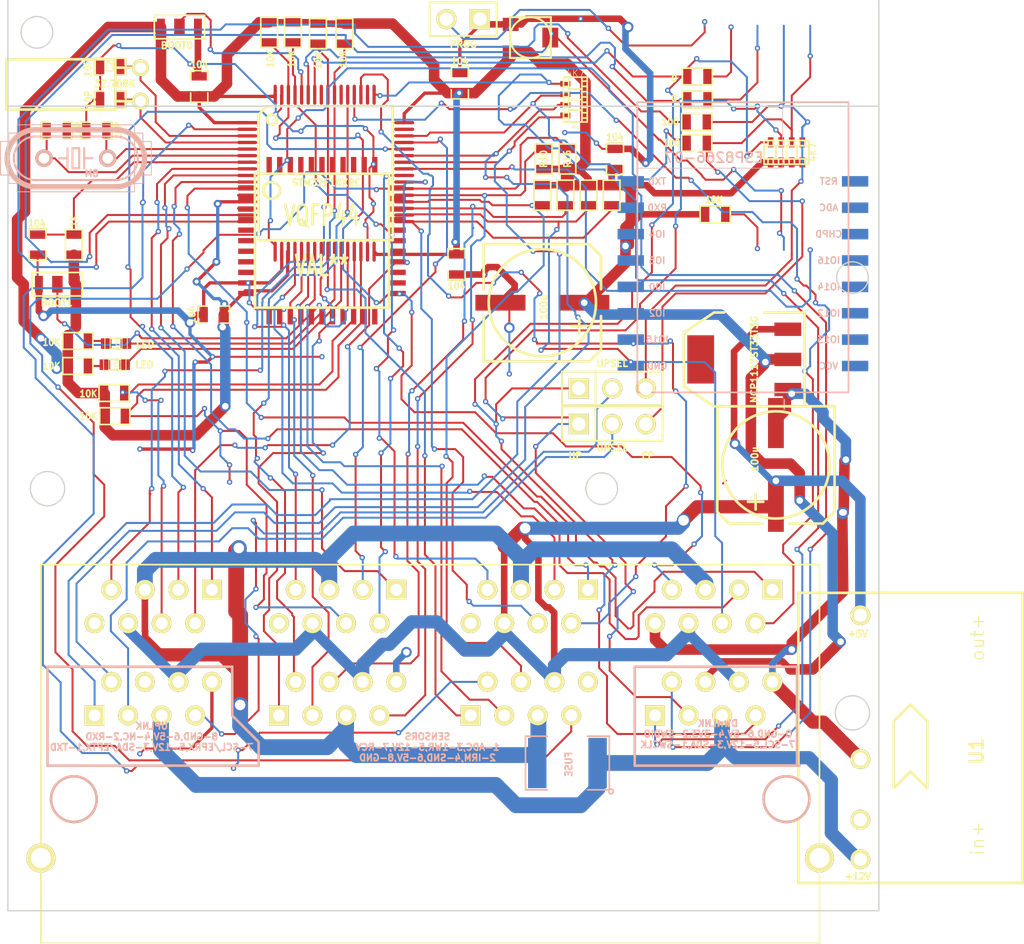
<source format=kicad_pcb>
(kicad_pcb (version 3) (host pcbnew "(2013-07-07 BZR 4022)-stable")
  (layers (15 F.Cu signal) (0 B.Cu signal) (18 B.Paste user) (19 F.Paste user) (20 B.SilkS user) (21 F.SilkS user) (22 B.Mask user) (23 F.Mask user) (28 Edge.Cuts user))
  (net 0 "")
  (net 1 +12V)
  (net 2 +3.3V)
  (net 3 /12V)
  (net 4 /1WR0)
  (net 5 /1WR1)
  (net 6 /1WR2)
  (net 7 /1WR3)
  (net 8 /1WR4)
  (net 9 /1WR5)
  (net 10 /5V)
  (net 11 /ADC0)
  (net 12 /ADC1)
  (net 13 /ADC2)
  (net 14 /ADC3)
  (net 15 /ADC4)
  (net 16 /ADC5)
  (net 17 /ESPRX)
  (net 18 /ESPTX)
  (net 19 /IRM0)
  (net 20 /IRM1)
  (net 21 /IRM2)
  (net 22 /IRM3)
  (net 23 /IRM4)
  (net 24 /IRM5)
  (net 25 /RCV0)
  (net 26 /RCV1)
  (net 27 /RCV2)
  (net 28 /RCV3)
  (net 29 /RCV4)
  (net 30 /RCV5)
  (net 31 /RX1)
  (net 32 /SCL)
  (net 33 /SDA)
  (net 34 /SND0)
  (net 35 /SND1)
  (net 36 /SND2)
  (net 37 /SND3)
  (net 38 /SND4)
  (net 39 /SND5)
  (net 40 /SWCLK)
  (net 41 /SWDIO)
  (net 42 /TX1)
  (net 43 DGND)
  (net 44 N-0000010)
  (net 45 N-0000024)
  (net 46 N-0000042)
  (net 47 N-0000049)
  (net 48 N-0000050)
  (net 49 N-0000051)
  (net 50 N-0000052)
  (net 51 N-0000059)
  (net 52 N-000006)
  (net 53 N-0000067)
  (net 54 N-000007)
  (net 55 N-0000071)
  (net 56 N-0000072)
  (net 57 N-0000073)
  (net 58 N-0000074)
  (net 59 N-0000075)
  (net 60 N-0000076)
  (net 61 N-0000077)
  (net 62 N-0000079)
  (net 63 N-000008)
  (net 64 N-000009)
  (module TQFP_64 (layer F.Cu) (at 77 75 270)
    (fp_text reference IC1 hide)
    (fp_text value STM32F10XRC (at 0.8 -0.15 360) (layer F.SilkS) (effects (font (size 0.5 0.5) (thickness 0.125))))
    (pad 1 smd rect (at -3.74904 5.86994 270) (size 0.24892 1.524) (layers F.Cu F.Paste F.Mask) (net 2 +3.3V))
    (pad 2 smd oval (at -3.24866 5.86994 270) (size 0.24892 1.524) (layers F.Cu F.Paste F.Mask) (net 24 /IRM5))
    (pad 3 smd oval (at -2.74828 5.86994 270) (size 0.24892 1.524) (layers F.Cu F.Paste F.Mask) (net 55 N-0000071))
    (pad 4 smd oval (at -2.2479 5.86994 270) (size 0.24892 1.524) (layers F.Cu F.Paste F.Mask) (net 61 N-0000077))
    (pad 5 smd oval (at -1.74752 5.86994 270) (size 0.24892 1.524) (layers F.Cu F.Paste F.Mask) (net 59 N-0000075))
    (pad 6 smd oval (at -1.24968 5.86994 270) (size 0.24892 1.524) (layers F.Cu F.Paste F.Mask) (net 60 N-0000076))
    (pad 7 smd oval (at -0.7493 5.86994 270) (size 0.24892 1.524) (layers F.Cu F.Paste F.Mask) (net 57 N-0000073))
    (pad 8 smd oval (at -0.24892 5.86994 270) (size 0.24892 1.524) (layers F.Cu F.Paste F.Mask) (net 11 /ADC0))
    (pad 9 smd oval (at 0.25146 5.86994 270) (size 0.24892 1.524) (layers F.Cu F.Paste F.Mask) (net 12 /ADC1))
    (pad 10 smd oval (at 0.75184 5.86994 270) (size 0.24892 1.524) (layers F.Cu F.Paste F.Mask) (net 13 /ADC2))
    (pad 11 smd oval (at 1.25222 5.86994 270) (size 0.24892 1.524) (layers F.Cu F.Paste F.Mask) (net 14 /ADC3))
    (pad 12 smd oval (at 1.75006 5.86994 270) (size 0.24892 1.524) (layers F.Cu F.Paste F.Mask) (net 43 DGND))
    (pad 13 smd oval (at 2.25044 5.86994 270) (size 0.24892 1.524) (layers F.Cu F.Paste F.Mask) (net 2 +3.3V))
    (pad 14 smd oval (at 2.75082 5.86994 270) (size 0.24892 1.524) (layers F.Cu F.Paste F.Mask))
    (pad 15 smd oval (at 3.2512 5.86994 270) (size 0.24892 1.524) (layers F.Cu F.Paste F.Mask) (net 46 N-0000042))
    (pad 16 smd oval (at 3.75158 5.86994 270) (size 0.24892 1.524) (layers F.Cu F.Paste F.Mask) (net 63 N-000008))
    (pad 17 smd oval (at 6.0325 3.74904 270) (size 1.524 0.24892) (layers F.Cu F.Paste F.Mask) (net 54 N-000007))
    (pad 18 smd oval (at 6.0325 3.24866 270) (size 1.524 0.24892) (layers F.Cu F.Paste F.Mask) (net 43 DGND))
    (pad 19 smd oval (at 6.0325 2.74828 270) (size 1.524 0.24892) (layers F.Cu F.Paste F.Mask) (net 2 +3.3V))
    (pad 20 smd oval (at 6.0325 2.2479 270) (size 1.524 0.24892) (layers F.Cu F.Paste F.Mask) (net 6 /1WR2))
    (pad 21 smd oval (at 6.0325 1.74752 270) (size 1.524 0.24892) (layers F.Cu F.Paste F.Mask) (net 8 /1WR4))
    (pad 22 smd oval (at 6.0325 1.24968 270) (size 1.524 0.24892) (layers F.Cu F.Paste F.Mask) (net 7 /1WR3))
    (pad 23 smd oval (at 6.0325 0.7493 270) (size 1.524 0.24892) (layers F.Cu F.Paste F.Mask) (net 9 /1WR5))
    (pad 24 smd oval (at 6.0325 0.24892 270) (size 1.524 0.24892) (layers F.Cu F.Paste F.Mask) (net 15 /ADC4))
    (pad 25 smd oval (at 6.0325 -0.25146 270) (size 1.524 0.24892) (layers F.Cu F.Paste F.Mask) (net 16 /ADC5))
    (pad 26 smd oval (at 6.0325 -0.75184 270) (size 1.524 0.24892) (layers F.Cu F.Paste F.Mask) (net 49 N-0000051))
    (pad 27 smd oval (at 6.0325 -1.25222 270) (size 1.524 0.24892) (layers F.Cu F.Paste F.Mask) (net 48 N-0000050))
    (pad 28 smd oval (at 6.0325 -1.75006 270) (size 1.524 0.24892) (layers F.Cu F.Paste F.Mask) (net 58 N-0000074))
    (pad 29 smd oval (at 6.0325 -2.25044 270) (size 1.524 0.24892) (layers F.Cu F.Paste F.Mask) (net 34 /SND0))
    (pad 30 smd oval (at 6.0325 -2.75082 270) (size 1.524 0.24892) (layers F.Cu F.Paste F.Mask) (net 35 /SND1))
    (pad 31 smd oval (at 6.0325 -3.2512 270) (size 1.524 0.24892) (layers F.Cu F.Paste F.Mask) (net 43 DGND))
    (pad 32 smd oval (at 6.0325 -3.75158 270) (size 1.524 0.24892) (layers F.Cu F.Paste F.Mask) (net 2 +3.3V))
    (pad 33 smd oval (at 3.75158 -6.0325 270) (size 0.24892 1.524) (layers F.Cu F.Paste F.Mask) (net 36 /SND2))
    (pad 34 smd oval (at 3.2512 -6.0325 270) (size 0.24892 1.524) (layers F.Cu F.Paste F.Mask) (net 37 /SND3))
    (pad 35 smd oval (at 2.75082 -6.0325 270) (size 0.24892 1.524) (layers F.Cu F.Paste F.Mask) (net 38 /SND4))
    (pad 36 smd oval (at 2.25044 -6.0325 270) (size 0.24892 1.524) (layers F.Cu F.Paste F.Mask) (net 39 /SND5))
    (pad 37 smd oval (at 1.75006 -6.0325 270) (size 0.24892 1.524) (layers F.Cu F.Paste F.Mask) (net 29 /RCV4))
    (pad 38 smd oval (at 1.25222 -6.0325 270) (size 0.24892 1.524) (layers F.Cu F.Paste F.Mask) (net 30 /RCV5))
    (pad 39 smd oval (at 0.75184 -6.0325 270) (size 0.24892 1.524) (layers F.Cu F.Paste F.Mask) (net 19 /IRM0))
    (pad 40 smd oval (at 0.25146 -6.0325 270) (size 0.24892 1.524) (layers F.Cu F.Paste F.Mask) (net 20 /IRM1))
    (pad 41 smd oval (at -0.24892 -6.0325 270) (size 0.24892 1.524) (layers F.Cu F.Paste F.Mask) (net 45 N-0000024))
    (pad 42 smd oval (at -0.7493 -6.0325 270) (size 0.24892 1.524) (layers F.Cu F.Paste F.Mask) (net 42 /TX1))
    (pad 43 smd oval (at -1.24968 -6.0325 270) (size 0.24892 1.524) (layers F.Cu F.Paste F.Mask) (net 31 /RX1))
    (pad 44 smd oval (at -1.74752 -6.0325 270) (size 0.24892 1.524) (layers F.Cu F.Paste F.Mask) (net 4 /1WR0))
    (pad 45 smd oval (at -2.2479 -6.0325 270) (size 0.24892 1.524) (layers F.Cu F.Paste F.Mask) (net 5 /1WR1))
    (pad 46 smd oval (at -2.74828 -6.0325 270) (size 0.24892 1.524) (layers F.Cu F.Paste F.Mask) (net 41 /SWDIO))
    (pad 47 smd oval (at -3.24866 -6.0325 270) (size 0.24892 1.524) (layers F.Cu F.Paste F.Mask) (net 43 DGND))
    (pad 48 smd oval (at -3.74904 -6.0325 270) (size 0.24892 1.524) (layers F.Cu F.Paste F.Mask) (net 2 +3.3V))
    (pad 49 smd oval (at -5.86994 -3.75158 270) (size 1.524 0.24892) (layers F.Cu F.Paste F.Mask) (net 40 /SWCLK))
    (pad 50 smd oval (at -5.86994 -3.2512 270) (size 1.524 0.24892) (layers F.Cu F.Paste F.Mask))
    (pad 52 smd oval (at -5.86994 -2.25044 270) (size 1.524 0.24892) (layers F.Cu F.Paste F.Mask) (net 22 /IRM3))
    (pad 51 smd oval (at -5.88772 -2.75082 270) (size 1.524 0.24892) (layers F.Cu F.Paste F.Mask) (net 21 /IRM2))
    (pad 53 smd oval (at -5.86994 -1.75006 270) (size 1.524 0.24892) (layers F.Cu F.Paste F.Mask) (net 23 /IRM4))
    (pad 54 smd oval (at -5.86994 -1.25222 270) (size 1.524 0.24892) (layers F.Cu F.Paste F.Mask))
    (pad 55 smd oval (at -5.86994 -0.75184 270) (size 1.524 0.24892) (layers F.Cu F.Paste F.Mask) (net 25 /RCV0))
    (pad 56 smd oval (at -5.86994 -0.25146 270) (size 1.524 0.24892) (layers F.Cu F.Paste F.Mask) (net 26 /RCV1))
    (pad 57 smd oval (at -5.86994 0.24892 270) (size 1.524 0.24892) (layers F.Cu F.Paste F.Mask))
    (pad 58 smd oval (at -5.86994 0.7493 270) (size 1.524 0.24892) (layers F.Cu F.Paste F.Mask) (net 32 /SCL))
    (pad 59 smd oval (at -5.86994 1.24206 270) (size 1.524 0.24892) (layers F.Cu F.Paste F.Mask) (net 33 /SDA))
    (pad 60 smd oval (at -5.86994 1.74244 270) (size 1.524 0.24892) (layers F.Cu F.Paste F.Mask) (net 50 N-0000052))
    (pad 61 smd oval (at -5.86994 2.24282 270) (size 1.524 0.24892) (layers F.Cu F.Paste F.Mask) (net 27 /RCV2))
    (pad 62 smd oval (at -5.86994 2.7432 270) (size 1.524 0.24892) (layers F.Cu F.Paste F.Mask) (net 28 /RCV3))
    (pad 63 smd oval (at -5.86994 3.24104 270) (size 1.524 0.24892) (layers F.Cu F.Paste F.Mask) (net 43 DGND))
    (pad 64 smd oval (at -5.86994 3.74142 270) (size 1.524 0.24892) (layers F.Cu F.Paste F.Mask) (net 2 +3.3V))
  )
  (module SOT223 (layer F.Cu) (at 108.8 89.2 90)
    (fp_text reference U2 hide)
    (fp_text value NCP1117ST33T3G (at 0 0.762 90) (layer F.SilkS) (effects (font (size 0.5 0.5) (thickness 0.125))))
    (pad 4 smd rect (at 0 -3.302 90) (size 3.6576 2.032) (layers F.Cu F.Paste F.Mask))
    (pad 2 smd rect (at 0 3.302 90) (size 1.016 2.032) (layers F.Cu F.Paste F.Mask) (net 2 +3.3V))
    (pad 3 smd rect (at 2.286 3.302 90) (size 1.016 2.032) (layers F.Cu F.Paste F.Mask) (net 10 /5V))
    (pad 1 smd rect (at -2.286 3.302 90) (size 1.016 2.032) (layers F.Cu F.Paste F.Mask) (net 43 DGND))
  )
  (module SMDHD/VF (layer F.Cu) (at 111.2 97.2 90)
    (fp_text reference C10 hide)
    (fp_text value 100u (at 0.45 -1.6 90) (layer F.SilkS) (effects (font (size 0.5 0.5) (thickness 0.125))))
    (fp_text user + (at -2.794 -1.651 90) (layer F.SilkS) (effects (font (size 1.524 1.524) (thickness 0.2032))))
    (pad 1 smd rect (at -3.175 0 90) (size 3.79984 1.19888) (layers F.Cu F.Paste F.Mask) (net 10 /5V))
    (pad 2 smd rect (at 3.175 0 90) (size 3.79984 1.19888) (layers F.Cu F.Paste F.Mask) (net 43 DGND))
  )
  (module SMDHD/VF (layer F.Cu) (at 93.5 84.9 180)
    (fp_text reference C11 hide)
    (fp_text value 100u (at -0.1 -0.35 270) (layer F.SilkS) (effects (font (size 0.5 0.5) (thickness 0.125))))
    (fp_text user + (at -2.794 -1.651 180) (layer F.SilkS) (effects (font (size 1.524 1.524) (thickness 0.2032))))
    (pad 1 smd rect (at -3.175 0 180) (size 3.79984 1.19888) (layers F.Cu F.Paste F.Mask) (net 2 +3.3V))
    (pad 2 smd rect (at 3.175 0 180) (size 3.79984 1.19888) (layers F.Cu F.Paste F.Mask) (net 43 DGND))
  )
  (module SM0603_Capa (layer F.Cu) (at 87 82 90)
    (fp_text reference C4 hide)
    (fp_text value 104 (at -1.651 0 180) (layer F.SilkS) (effects (font (size 0.508 0.4572) (thickness 0.1143))))
    (pad 1 smd rect (at -0.762 0 90) (size 0.635 1.143) (layers F.Cu F.Paste F.Mask) (net 43 DGND))
    (pad 2 smd rect (at 0.762 0 90) (size 0.635 1.143) (layers F.Cu F.Paste F.Mask) (net 2 +3.3V))
  )
  (module SM0603_Capa (layer F.Cu) (at 67.5 68.5 270)
    (fp_text reference C8 hide)
    (fp_text value 104 (at -1.651 0 360) (layer F.SilkS) (effects (font (size 0.508 0.4572) (thickness 0.1143))))
    (pad 1 smd rect (at -0.762 0 270) (size 0.635 1.143) (layers F.Cu F.Paste F.Mask) (net 43 DGND))
    (pad 2 smd rect (at 0.762 0 270) (size 0.635 1.143) (layers F.Cu F.Paste F.Mask) (net 2 +3.3V))
  )
  (module SM0603_Capa (layer F.Cu) (at 99 74 270)
    (fp_text reference C9 hide)
    (fp_text value 104 (at -1.651 0 360) (layer F.SilkS) (effects (font (size 0.508 0.4572) (thickness 0.1143))))
    (pad 1 smd rect (at -0.762 0 270) (size 0.635 1.143) (layers F.Cu F.Paste F.Mask) (net 43 DGND))
    (pad 2 smd rect (at 0.762 0 270) (size 0.635 1.143) (layers F.Cu F.Paste F.Mask) (net 2 +3.3V))
  )
  (module SM0603_Capa (layer F.Cu) (at 87.25 68.25 270)
    (fp_text reference C1 hide)
    (fp_text value 104 (at -1.651 0 360) (layer F.SilkS) (effects (font (size 0.508 0.4572) (thickness 0.1143))))
    (pad 1 smd rect (at -0.762 0 270) (size 0.635 1.143) (layers F.Cu F.Paste F.Mask) (net 43 DGND))
    (pad 2 smd rect (at 0.762 0 270) (size 0.635 1.143) (layers F.Cu F.Paste F.Mask) (net 2 +3.3V))
  )
  (module SM0603_Capa (layer F.Cu) (at 56.7 71.85 180)
    (fp_text reference C6 hide)
    (fp_text value 10P (at -1.651 0 270) (layer F.SilkS) (effects (font (size 0.508 0.4572) (thickness 0.1143))))
    (pad 1 smd rect (at -0.762 0 180) (size 0.635 1.143) (layers F.Cu F.Paste F.Mask) (net 43 DGND))
    (pad 2 smd rect (at 0.762 0 180) (size 0.635 1.143) (layers F.Cu F.Paste F.Mask) (net 60 N-0000076))
  )
  (module SM0603_Capa (layer F.Cu) (at 59.7 71.85 180)
    (fp_text reference C5 hide)
    (fp_text value 10P (at -1.651 0 270) (layer F.SilkS) (effects (font (size 0.508 0.4572) (thickness 0.1143))))
    (pad 1 smd rect (at -0.762 0 180) (size 0.635 1.143) (layers F.Cu F.Paste F.Mask) (net 59 N-0000075))
    (pad 2 smd rect (at 0.762 0 180) (size 0.635 1.143) (layers F.Cu F.Paste F.Mask) (net 43 DGND))
  )
  (module SM0603_Capa (layer F.Cu) (at 60.75 69.5)
    (fp_text reference C3 hide)
    (fp_text value 10P (at -1.651 0 90) (layer F.SilkS) (effects (font (size 0.508 0.4572) (thickness 0.1143))))
    (pad 1 smd rect (at -0.762 0) (size 0.635 1.143) (layers F.Cu F.Paste F.Mask) (net 43 DGND))
    (pad 2 smd rect (at 0.762 0) (size 0.635 1.143) (layers F.Cu F.Paste F.Mask) (net 61 N-0000077))
  )
  (module SM0603_Capa (layer F.Cu) (at 60.75 67 180)
    (fp_text reference C2 (at 0 0 270) (layer F.SilkS) (effects (font (size 0.508 0.4572) (thickness 0.1143))))
    (fp_text value 10P (at 1.7 -0.1 270) (layer F.SilkS) (effects (font (size 0.508 0.4572) (thickness 0.1143))))
    (pad 1 smd rect (at -0.762 0 180) (size 0.635 1.143) (layers F.Cu F.Paste F.Mask) (net 55 N-0000071))
    (pad 2 smd rect (at 0.762 0 180) (size 0.635 1.143) (layers F.Cu F.Paste F.Mask) (net 43 DGND))
  )
  (module SM0603_Capa (layer F.Cu) (at 55.25 80.5 90)
    (fp_text reference C7 hide)
    (fp_text value 104 (at 1.6 -0.05 180) (layer F.SilkS) (effects (font (size 0.508 0.4572) (thickness 0.1143))))
    (pad 1 smd rect (at -0.762 0 90) (size 0.635 1.143) (layers F.Cu F.Paste F.Mask) (net 43 DGND))
    (pad 2 smd rect (at 0.762 0 90) (size 0.635 1.143) (layers F.Cu F.Paste F.Mask) (net 57 N-0000073))
  )
  (module SM0603_Capa (layer F.Cu) (at 68.6 85.8)
    (fp_text reference C12 hide)
    (fp_text value 104 (at -1.651 0 90) (layer F.SilkS) (effects (font (size 0.508 0.4572) (thickness 0.1143))))
    (pad 1 smd rect (at -0.762 0) (size 0.635 1.143) (layers F.Cu F.Paste F.Mask) (net 43 DGND))
    (pad 2 smd rect (at 0.762 0) (size 0.635 1.143) (layers F.Cu F.Paste F.Mask) (net 2 +3.3V))
  )
  (module SM0603 (layer F.Cu) (at 98.75 76.75 270)
    (fp_text reference R12 hide)
    (fp_text value 10K hide)
    (pad 1 smd rect (at -0.762 0 270) (size 0.635 1.143) (layers F.Cu F.Paste F.Mask) (net 2 +3.3V))
    (pad 2 smd rect (at 0.762 0 270) (size 0.635 1.143) (layers F.Cu F.Paste F.Mask) (net 36 /SND2))
  )
  (module SM0603 (layer F.Cu) (at 61.1 93.5)
    (fp_text reference R17 hide)
    (fp_text value 10K (at -2 0) (layer F.SilkS) (effects (font (size 0.508 0.4572) (thickness 0.1143))))
    (pad 1 smd rect (at -0.762 0) (size 0.635 1.143) (layers F.Cu F.Paste F.Mask) (net 2 +3.3V))
    (pad 2 smd rect (at 0.762 0) (size 0.635 1.143) (layers F.Cu F.Paste F.Mask) (net 35 /SND1))
  )
  (module SM0603 (layer F.Cu) (at 76.5 64.5 270)
    (fp_text reference R14 hide)
    (fp_text value 10K (at 2 0 270) (layer F.SilkS) (effects (font (size 0.508 0.4572) (thickness 0.1143))))
    (pad 1 smd rect (at -0.762 0 270) (size 0.635 1.143) (layers F.Cu F.Paste F.Mask) (net 2 +3.3V))
    (pad 2 smd rect (at 0.762 0 270) (size 0.635 1.143) (layers F.Cu F.Paste F.Mask) (net 26 /RCV1))
  )
  (module SM0603 (layer F.Cu) (at 61.05 91.75)
    (fp_text reference R11 hide)
    (fp_text value 10K (at -1.95 0.05) (layer F.SilkS) (effects (font (size 0.508 0.4572) (thickness 0.1143))))
    (pad 1 smd rect (at -0.762 0) (size 0.635 1.143) (layers F.Cu F.Paste F.Mask) (net 2 +3.3V))
    (pad 2 smd rect (at 0.762 0) (size 0.635 1.143) (layers F.Cu F.Paste F.Mask) (net 34 /SND0))
  )
  (module SM0603 (layer F.Cu) (at 78.5 64.5 270)
    (fp_text reference R8 hide)
    (fp_text value 10K (at 1.9 0.1 270) (layer F.SilkS) (effects (font (size 0.508 0.4572) (thickness 0.1143))))
    (pad 1 smd rect (at -0.762 0 270) (size 0.635 1.143) (layers F.Cu F.Paste F.Mask) (net 2 +3.3V))
    (pad 2 smd rect (at 0.762 0 270) (size 0.635 1.143) (layers F.Cu F.Paste F.Mask) (net 25 /RCV0))
  )
  (module SM0603 (layer F.Cu) (at 105.2 71.2)
    (fp_text reference R4 hide)
    (fp_text value 100 (at -2 0) (layer F.SilkS) (effects (font (size 0.508 0.4572) (thickness 0.1143))))
    (pad 1 smd rect (at -0.762 0) (size 0.635 1.143) (layers F.Cu F.Paste F.Mask) (net 63 N-000008))
    (pad 2 smd rect (at 0.762 0) (size 0.635 1.143) (layers F.Cu F.Paste F.Mask) (net 17 /ESPRX))
  )
  (module SM0603 (layer F.Cu) (at 74.6 64.4 270)
    (fp_text reference R9 hide)
    (fp_text value 10K (at 2 0.1 270) (layer F.SilkS) (effects (font (size 0.508 0.4572) (thickness 0.1143))))
    (pad 1 smd rect (at -0.762 0 270) (size 0.635 1.143) (layers F.Cu F.Paste F.Mask) (net 2 +3.3V))
    (pad 2 smd rect (at 0.762 0 270) (size 0.635 1.143) (layers F.Cu F.Paste F.Mask) (net 27 /RCV2))
  )
  (module SM0603 (layer F.Cu) (at 97 76.75 270)
    (fp_text reference R18 hide)
    (fp_text value 10K hide)
    (pad 1 smd rect (at -0.762 0 270) (size 0.635 1.143) (layers F.Cu F.Paste F.Mask) (net 2 +3.3V))
    (pad 2 smd rect (at 0.762 0 270) (size 0.635 1.143) (layers F.Cu F.Paste F.Mask) (net 37 /SND3))
  )
  (module SM0603 (layer F.Cu) (at 72.8 64.4 270)
    (fp_text reference R15 hide)
    (fp_text value 10K (at 2 -0.1 270) (layer F.SilkS) (effects (font (size 0.508 0.4572) (thickness 0.1143))))
    (pad 1 smd rect (at -0.762 0 270) (size 0.635 1.143) (layers F.Cu F.Paste F.Mask) (net 2 +3.3V))
    (pad 2 smd rect (at 0.762 0 270) (size 0.635 1.143) (layers F.Cu F.Paste F.Mask) (net 28 /RCV3))
  )
  (module SM0603 (layer F.Cu) (at 95.25 76.75 270)
    (fp_text reference R13 hide)
    (fp_text value 10K hide)
    (pad 1 smd rect (at -0.762 0 270) (size 0.635 1.143) (layers F.Cu F.Paste F.Mask) (net 2 +3.3V))
    (pad 2 smd rect (at 0.762 0 270) (size 0.635 1.143) (layers F.Cu F.Paste F.Mask) (net 38 /SND4))
  )
  (module SM0603 (layer F.Cu) (at 93.6 74 90)
    (fp_text reference R10 (at 0 0 90) (layer F.SilkS) (effects (font (size 0.508 0.4572) (thickness 0.1143))))
    (fp_text value 10K hide)
    (pad 1 smd rect (at -0.762 0 90) (size 0.635 1.143) (layers F.Cu F.Paste F.Mask) (net 2 +3.3V))
    (pad 2 smd rect (at 0.762 0 90) (size 0.635 1.143) (layers F.Cu F.Paste F.Mask) (net 29 /RCV4))
  )
  (module SM0603 (layer F.Cu) (at 93.5 76.75 270)
    (fp_text reference R19 hide)
    (fp_text value 10K hide)
    (pad 1 smd rect (at -0.762 0 270) (size 0.635 1.143) (layers F.Cu F.Paste F.Mask) (net 2 +3.3V))
    (pad 2 smd rect (at 0.762 0 270) (size 0.635 1.143) (layers F.Cu F.Paste F.Mask) (net 39 /SND5))
  )
  (module SM0603 (layer F.Cu) (at 95.4 74 90)
    (fp_text reference R16 (at 0 0 90) (layer F.SilkS) (effects (font (size 0.508 0.4572) (thickness 0.1143))))
    (fp_text value 10K hide)
    (pad 1 smd rect (at -0.762 0 90) (size 0.635 1.143) (layers F.Cu F.Paste F.Mask) (net 2 +3.3V))
    (pad 2 smd rect (at 0.762 0 90) (size 0.635 1.143) (layers F.Cu F.Paste F.Mask) (net 30 /RCV5))
  )
  (module SM0603 (layer F.Cu) (at 105.25 67.75 180)
    (fp_text reference R7 hide)
    (fp_text value 0 (at 1.75 -0.15 180) (layer F.SilkS) (effects (font (size 0.508 0.4572) (thickness 0.1143))))
    (pad 1 smd rect (at -0.762 0 180) (size 0.635 1.143) (layers F.Cu F.Paste F.Mask) (net 52 N-000006))
    (pad 2 smd rect (at 0.762 0 180) (size 0.635 1.143) (layers F.Cu F.Paste F.Mask) (net 32 /SCL))
  )
  (module SM0603 (layer F.Cu) (at 105.25 69.5 180)
    (fp_text reference R6 hide)
    (fp_text value 0 (at 1.75 0.1 180) (layer F.SilkS) (effects (font (size 0.508 0.4572) (thickness 0.1143))))
    (pad 1 smd rect (at -0.762 0 180) (size 0.635 1.143) (layers F.Cu F.Paste F.Mask) (net 64 N-000009))
    (pad 2 smd rect (at 0.762 0 180) (size 0.635 1.143) (layers F.Cu F.Paste F.Mask) (net 33 /SDA))
  )
  (module SM0603 (layer F.Cu) (at 105.2 72.8)
    (fp_text reference R5 hide)
    (fp_text value 100 (at -1.9 0) (layer F.SilkS) (effects (font (size 0.508 0.4572) (thickness 0.1143))))
    (pad 1 smd rect (at -0.762 0) (size 0.635 1.143) (layers F.Cu F.Paste F.Mask) (net 54 N-000007))
    (pad 2 smd rect (at 0.762 0) (size 0.635 1.143) (layers F.Cu F.Paste F.Mask) (net 18 /ESPTX))
  )
  (module SM0603 (layer F.Cu) (at 58.3 87.8)
    (fp_text reference R3 hide)
    (fp_text value 10K (at -2 0.1) (layer F.SilkS) (effects (font (size 0.508 0.4572) (thickness 0.1143))))
    (pad 1 smd rect (at -0.762 0) (size 0.635 1.143) (layers F.Cu F.Paste F.Mask) (net 2 +3.3V))
    (pad 2 smd rect (at 0.762 0) (size 0.635 1.143) (layers F.Cu F.Paste F.Mask) (net 56 N-0000072))
  )
  (module SM0603 (layer F.Cu) (at 58 80.5 270)
    (fp_text reference R1 hide)
    (fp_text value 1K (at -1.8 0 270) (layer F.SilkS) (effects (font (size 0.508 0.4572) (thickness 0.1143))))
    (pad 1 smd rect (at -0.762 0 270) (size 0.635 1.143) (layers F.Cu F.Paste F.Mask) (net 57 N-0000073))
    (pad 2 smd rect (at 0.762 0 270) (size 0.635 1.143) (layers F.Cu F.Paste F.Mask) (net 2 +3.3V))
  )
  (module SM0603 (layer F.Cu) (at 58.3 89.7)
    (fp_text reference R2 hide)
    (fp_text value 10K (at -2 0) (layer F.SilkS) (effects (font (size 0.508 0.4572) (thickness 0.1143))))
    (pad 1 smd rect (at -0.762 0) (size 0.635 1.143) (layers F.Cu F.Paste F.Mask) (net 2 +3.3V))
    (pad 2 smd rect (at 0.762 0) (size 0.635 1.143) (layers F.Cu F.Paste F.Mask) (net 62 N-0000079))
  )
  (module QMONTRE (layer F.Cu) (at 63.05 68.35 270)
    (fp_text reference X1 hide)
    (fp_text value 32.768K (at -0.05 1.95 360) (layer F.SilkS) (effects (font (size 0.5 0.5) (thickness 0.125))))
    (pad 1 thru_hole circle (at -1.27 0 270) (size 1.27 1.27) (drill 0.8128) (layers *.Cu *.Mask F.SilkS) (net 55 N-0000071))
    (pad 2 thru_hole circle (at 1.27 0 270) (size 1.27 1.27) (drill 0.8128) (layers *.Cu *.Mask F.SilkS) (net 61 N-0000077))
  )
  (module PIN_ARRAY_3X1 (layer F.Cu) (at 98.8 91.4)
    (fp_text reference JP3 hide)
    (fp_text value UPSEL (at 0 -1.9) (layer F.SilkS) (effects (font (size 0.5 0.5) (thickness 0.125))))
    (pad 1 thru_hole rect (at -2.54 0) (size 1.524 1.524) (drill 1.016) (layers *.Cu *.Mask F.SilkS) (net 32 /SCL))
    (pad 2 thru_hole circle (at 0 0) (size 1.524 1.524) (drill 1.016) (layers *.Cu *.Mask F.SilkS) (net 51 N-0000059))
    (pad 3 thru_hole circle (at 2.54 0) (size 1.524 1.524) (drill 1.016) (layers *.Cu *.Mask F.SilkS) (net 17 /ESPRX))
  )
  (module PIN_ARRAY_3X1 (layer F.Cu) (at 98.8 94.1)
    (fp_text reference JP4 hide)
    (fp_text value UNSEL (at 0 1.8) (layer F.SilkS) (effects (font (size 0.5 0.5) (thickness 0.125))))
    (pad 1 thru_hole rect (at -2.54 0) (size 1.524 1.524) (drill 1.016) (layers *.Cu *.Mask F.SilkS) (net 33 /SDA))
    (pad 2 thru_hole circle (at 0 0) (size 1.524 1.524) (drill 1.016) (layers *.Cu *.Mask F.SilkS) (net 53 N-0000067))
    (pad 3 thru_hole circle (at 2.54 0) (size 1.524 1.524) (drill 1.016) (layers *.Cu *.Mask F.SilkS) (net 18 /ESPTX))
  )
  (module LED-0603 (layer F.Cu) (at 61.2 88)
    (fp_text reference D3 hide)
    (fp_text value LED (at 2.2 0.1) (layer F.SilkS) (effects (font (size 0.508 0.508) (thickness 0.127))))
    (pad 1 smd rect (at -0.7493 0) (size 0.79756 0.79756) (layers F.Cu F.Paste F.Mask) (net 56 N-0000072))
    (pad 2 smd rect (at 0.7493 0) (size 0.79756 0.79756) (layers F.Cu F.Paste F.Mask) (net 49 N-0000051))
  )
  (module LED-0603 (layer F.Cu) (at 61.1 89.6)
    (fp_text reference D2 hide)
    (fp_text value LED (at 2.25 0) (layer F.SilkS) (effects (font (size 0.508 0.508) (thickness 0.127))))
    (pad 1 smd rect (at -0.7493 0) (size 0.79756 0.79756) (layers F.Cu F.Paste F.Mask) (net 62 N-0000079))
    (pad 2 smd rect (at 0.7493 0) (size 0.79756 0.79756) (layers F.Cu F.Paste F.Mask) (net 48 N-0000050))
  )
  (module RV3x3 (layer F.Cu) (at 92.6 64.8 270)
    (fp_text reference RV1 hide)
    (fp_text value ADDR hide)
    (pad 2 smd rect (at 0 -1.5 270) (size 1.5 1.2) (layers F.Cu F.Paste F.Mask) (net 46 N-0000042))
    (pad 3 smd rect (at 1.1 1.5 270) (size 1 1.2) (layers F.Cu F.Paste F.Mask) (net 2 +3.3V))
    (pad 1 smd rect (at -1 1.5 270) (size 1 1.2) (layers F.Cu F.Paste F.Mask) (net 43 DGND))
  )
  (module JMP3 (layer F.Cu) (at 66 64 90)
    (fp_text reference JP1 hide)
    (fp_text value BOOT0 (at -1.4 -0.2 180) (layer F.SilkS) (effects (font (size 0.5 0.5) (thickness 0.125))))
    (pad 1 smd rect (at 0 -1.4 90) (size 1.27 0.6) (layers F.Cu F.Paste F.Mask) (net 2 +3.3V))
    (pad 2 smd rect (at 0 0 90) (size 1.27 0.8) (layers F.Cu F.Paste F.Mask) (net 50 N-0000052))
    (pad 3 smd rect (at 0 1.4 90) (size 1.27 0.6) (layers F.Cu F.Paste F.Mask) (net 43 DGND))
  )
  (module JMP3 (layer F.Cu) (at 56.75 83.5 270)
    (fp_text reference JP2 hide)
    (fp_text value BOOT1 (at 1.4 0.05 360) (layer F.SilkS) (effects (font (size 0.5 0.5) (thickness 0.125))))
    (pad 1 smd rect (at 0 -1.4 270) (size 1.27 0.6) (layers F.Cu F.Paste F.Mask) (net 2 +3.3V))
    (pad 2 smd rect (at 0 0 270) (size 1.27 0.8) (layers F.Cu F.Paste F.Mask) (net 58 N-0000074))
    (pad 3 smd rect (at 0 1.4 270) (size 1.27 0.6) (layers F.Cu F.Paste F.Mask) (net 43 DGND))
  )
  (module crystal-HC49/S (layer B.Cu) (at 58.15 73.95 180)
    (fp_text reference X2 hide)
    (fp_text value 8M (at -1.2 -1.15 180) (layer B.SilkS) (effects (font (size 0.5 0.5) (thickness 0.125)) (justify mirror)))
    (pad 1 thru_hole circle (at -2.413 0 180) (size 1.3208 1.3208) (drill 0.8128) (layers *.Cu *.Mask B.SilkS) (net 59 N-0000075))
    (pad 2 thru_hole circle (at 2.413 0 180) (size 1.3208 1.3208) (drill 0.8128) (layers *.Cu *.Mask B.SilkS) (net 60 N-0000076))
  )
  (module r_cat16-4 (layer F.Cu) (at 96 69.5 180)
    (fp_text reference RP1 (at 0 -2.10058 180) (layer F.SilkS) (effects (font (size 0.20066 0.20066) (thickness 0.04064))))
    (fp_text value 4K7 (at 0 1.99898 180) (layer F.SilkS) (effects (font (size 0.5 0.5) (thickness 0.04064))))
    (pad 2 smd rect (at 0.762 0.39878 180) (size 0.762 0.4318) (layers F.Cu F.Paste F.Mask) (net 41 /SWDIO))
    (pad 7 smd rect (at -0.762 0.39878 180) (size 0.762 0.4318) (layers F.Cu F.Paste F.Mask) (net 2 +3.3V))
    (pad 3 smd rect (at 0.762 -0.39878 180) (size 0.762 0.4318) (layers F.Cu F.Paste F.Mask) (net 31 /RX1))
    (pad 6 smd rect (at -0.762 -0.39878 180) (size 0.762 0.4318) (layers F.Cu F.Paste F.Mask) (net 2 +3.3V))
    (pad 1 smd rect (at 0.762 1.19888 180) (size 0.762 0.4318) (layers F.Cu F.Paste F.Mask) (net 40 /SWCLK))
    (pad 4 smd rect (at 0.762 -1.19888 180) (size 0.762 0.4318) (layers F.Cu F.Paste F.Mask) (net 42 /TX1))
    (pad 5 smd rect (at -0.762 -1.19888 180) (size 0.762 0.4318) (layers F.Cu F.Paste F.Mask) (net 2 +3.3V))
    (pad 8 smd rect (at -0.762 1.19888 180) (size 0.762 0.4318) (layers F.Cu F.Paste F.Mask) (net 2 +3.3V))
  )
  (module r_cat16-4 (layer F.Cu) (at 112 73.5 90)
    (fp_text reference RP2 (at 0 -2.10058 90) (layer F.SilkS) (effects (font (size 0.20066 0.20066) (thickness 0.04064))))
    (fp_text value 4K7 (at 0 1.99898 90) (layer F.SilkS) (effects (font (size 0.5 0.5) (thickness 0.1))))
    (pad 2 smd rect (at 0.762 0.39878 90) (size 0.762 0.4318) (layers F.Cu F.Paste F.Mask) (net 18 /ESPTX))
    (pad 7 smd rect (at -0.762 0.39878 90) (size 0.762 0.4318) (layers F.Cu F.Paste F.Mask) (net 2 +3.3V))
    (pad 3 smd rect (at 0.762 -0.39878 90) (size 0.762 0.4318) (layers F.Cu F.Paste F.Mask) (net 33 /SDA))
    (pad 6 smd rect (at -0.762 -0.39878 90) (size 0.762 0.4318) (layers F.Cu F.Paste F.Mask) (net 2 +3.3V))
    (pad 1 smd rect (at 0.762 1.19888 90) (size 0.762 0.4318) (layers F.Cu F.Paste F.Mask) (net 17 /ESPRX))
    (pad 4 smd rect (at 0.762 -1.19888 90) (size 0.762 0.4318) (layers F.Cu F.Paste F.Mask) (net 32 /SCL))
    (pad 5 smd rect (at -0.762 -1.19888 90) (size 0.762 0.4318) (layers F.Cu F.Paste F.Mask) (net 2 +3.3V))
    (pad 8 smd rect (at -0.762 1.19888 90) (size 0.762 0.4318) (layers F.Cu F.Paste F.Mask) (net 2 +3.3V))
  )
  (module ESP8266-07 (layer B.Cu) (at 108.7 80.7 180)
    (fp_text reference U3 hide)
    (fp_text value ESP8266-07 (at 2.2 6.8 180) (layer B.SilkS) (effects (font (size 0.762 0.762) (thickness 0.127)) (justify mirror)))
    (fp_text user GND (at 6.5 -9 180) (layer B.SilkS) (effects (font (size 0.5 0.5) (thickness 0.1)) (justify mirror)))
    (fp_text user IO15 (at 6.5 -7 180) (layer B.SilkS) (effects (font (size 0.5 0.5) (thickness 0.1)) (justify mirror)))
    (fp_text user IO2 (at 6.5 -5 180) (layer B.SilkS) (effects (font (size 0.5 0.5) (thickness 0.1)) (justify mirror)))
    (fp_text user IO0 (at 6.5 -3 180) (layer B.SilkS) (effects (font (size 0.5 0.5) (thickness 0.1)) (justify mirror)))
    (fp_text user IO5 (at 6.5 -1 180) (layer B.SilkS) (effects (font (size 0.5 0.5) (thickness 0.1)) (justify mirror)))
    (fp_text user IO4 (at 6.5 1 180) (layer B.SilkS) (effects (font (size 0.5 0.5) (thickness 0.1)) (justify mirror)))
    (fp_text user RXD (at 6.5 3 180) (layer B.SilkS) (effects (font (size 0.5 0.5) (thickness 0.1)) (justify mirror)))
    (fp_text user TXD (at 6.5 5 180) (layer B.SilkS) (effects (font (size 0.5 0.5) (thickness 0.1)) (justify mirror)))
    (fp_text user VCC (at -6.5 -9 180) (layer B.SilkS) (effects (font (size 0.5 0.5) (thickness 0.1)) (justify mirror)))
    (fp_text user IO13 (at -6.5 -7 180) (layer B.SilkS) (effects (font (size 0.5 0.5) (thickness 0.1)) (justify mirror)))
    (fp_text user IO12 (at -6.5 -5 180) (layer B.SilkS) (effects (font (size 0.5 0.5) (thickness 0.1)) (justify mirror)))
    (fp_text user IO14 (at -6.5 -3 180) (layer B.SilkS) (effects (font (size 0.5 0.5) (thickness 0.1)) (justify mirror)))
    (fp_text user IO16 (at -6.5 -1 180) (layer B.SilkS) (effects (font (size 0.5 0.5) (thickness 0.1)) (justify mirror)))
    (fp_text user CHPD (at -6.5 1 180) (layer B.SilkS) (effects (font (size 0.5 0.5) (thickness 0.1)) (justify mirror)))
    (fp_text user ADC (at -6.5 3 180) (layer B.SilkS) (effects (font (size 0.5 0.5) (thickness 0.1)) (justify mirror)))
    (fp_text user RST (at -6.5 5 180) (layer B.SilkS) (effects (font (size 0.5 0.5) (thickness 0.1)) (justify mirror)))
    (pad 8 smd rect (at -8.5 -9 180) (size 2 0.8) (layers B.Cu B.Paste B.Mask) (net 2 +3.3V) (clearance 0.1))
    (pad 7 smd rect (at -8.5 -7 180) (size 2 0.8) (layers B.Cu B.Paste B.Mask))
    (pad 6 smd rect (at -8.5 -5 180) (size 2 0.8) (layers B.Cu B.Paste B.Mask))
    (pad 5 smd rect (at -8.5 -3 180) (size 2 0.8) (layers B.Cu B.Paste B.Mask))
    (pad 4 smd rect (at -8.5 -1 180) (size 2 0.8) (layers B.Cu B.Paste B.Mask))
    (pad 3 smd rect (at -8.5 1 180) (size 2 0.8) (layers B.Cu B.Paste B.Mask) (net 44 N-0000010))
    (pad 2 smd rect (at -8.5 3 180) (size 2 0.8) (layers B.Cu B.Paste B.Mask) (net 46 N-0000042))
    (pad 1 smd rect (at -8.5 5 180) (size 2 0.8) (layers B.Cu B.Paste B.Mask) (net 45 N-0000024))
    (pad 9 smd rect (at 8.5 -9 180) (size 2 0.8) (layers B.Cu B.Paste B.Mask) (net 43 DGND))
    (pad 10 smd rect (at 8.5 -7 180) (size 2 0.8) (layers B.Cu B.Paste B.Mask))
    (pad 11 smd rect (at 8.5 -5 180) (size 2 0.8) (layers B.Cu B.Paste B.Mask))
    (pad 12 smd rect (at 8.5 -3 180) (size 2 0.8) (layers B.Cu B.Paste B.Mask) (net 47 N-0000049))
    (pad 13 smd rect (at 8.5 -1 180) (size 2 0.8) (layers B.Cu B.Paste B.Mask) (net 52 N-000006))
    (pad 14 smd rect (at 8.5 1 180) (size 2 0.8) (layers B.Cu B.Paste B.Mask) (net 64 N-000009))
    (pad 15 smd rect (at 8.5 3 180) (size 2 0.8) (layers B.Cu B.Paste B.Mask) (net 17 /ESPRX))
    (pad 16 smd rect (at 8.5 5 180) (size 2 0.8) (layers B.Cu B.Paste B.Mask) (net 18 /ESPTX))
  )
  (module MP1584Mod (layer F.Cu) (at 121.4 117.9 270)
    (fp_text reference U1 (at 1.00076 -5.00126 270) (layer F.SilkS) (effects (font (size 1.00076 1.00076) (thickness 0.20066))))
    (fp_text value LM78M05CT hide)
    (fp_text user out+ (at -7.62 -5.08 270) (layer F.SilkS) (effects (font (thickness 0.1))))
    (fp_text user in+ (at 7.62 -5.08 270) (layer F.SilkS) (effects (font (thickness 0.1))))
    (pad 2 thru_hole circle (at 1.6 3.8 270) (size 1.5 1.5) (drill 1) (layers *.Cu *.Mask F.SilkS) (net 43 DGND))
    (pad 3 thru_hole circle (at -9.3 3.8 270) (size 1.5 1.5) (drill 1) (layers *.Cu *.Mask F.SilkS) (net 10 /5V))
    (pad 1 thru_hole circle (at 9.2 3.8 270) (size 1.5 1.5) (drill 1) (layers *.Cu *.Mask F.SilkS) (net 1 +12V))
    (pad 2 thru_hole circle (at 6.2 3.8 270) (size 1.5 1.5) (drill 1) (layers *.Cu *.Mask F.SilkS) (net 43 DGND))
  )
  (module SM0603 (layer F.Cu) (at 106.6 78.2 180)
    (fp_text reference R20 hide)
    (fp_text value 10K (at 0.1 1.1 180) (layer F.SilkS) (effects (font (size 0.508 0.4572) (thickness 0.1143))))
    (pad 1 smd rect (at -0.762 0 180) (size 0.635 1.143) (layers F.Cu F.Paste F.Mask) (net 44 N-0000010))
    (pad 2 smd rect (at 0.762 0 180) (size 0.635 1.143) (layers F.Cu F.Paste F.Mask) (net 2 +3.3V))
  )
  (module SM1812 (layer B.Cu) (at 95.4 119.8 180)
    (fp_text reference F1 hide)
    (fp_text value FUSE (at -0.1 -0.1 270) (layer B.SilkS) (effects (font (size 0.5 0.5) (thickness 0.125)) (justify mirror)))
    (pad 1 smd rect (at -2.286 0 180) (size 1.397 3.81) (layers B.Cu B.Paste B.Mask) (net 1 +12V))
    (pad 2 smd rect (at 2.286 0 180) (size 1.397 3.81) (layers B.Cu B.Paste B.Mask) (net 3 /12V))
  )
  (module RJ45_4X2 (layer F.Cu) (at 85 120)
    (fp_text reference J1 hide)
    (fp_text value RJ45_4X2 hide)
    (pad 64 thru_hole circle (at 25.93 -6.35) (size 1.50114 1.50114) (drill 0.89916) (layers *.Cu *.Mask F.SilkS) (net 43 DGND))
    (pad 63 thru_hole circle (at 24.66 -3.81) (size 1.50114 1.50114) (drill 0.89916) (layers *.Cu *.Mask F.SilkS) (net 32 /SCL))
    (pad 62 thru_hole circle (at 23.39 -6.35) (size 1.50114 1.50114) (drill 0.89916) (layers *.Cu *.Mask F.SilkS) (net 10 /5V))
    (pad 61 thru_hole circle (at 22.12 -3.81) (size 1.50114 1.50114) (drill 0.89916) (layers *.Cu *.Mask F.SilkS) (net 1 +12V))
    (pad 60 thru_hole circle (at 20.85 -6.35) (size 1.50114 1.50114) (drill 0.89916) (layers *.Cu *.Mask F.SilkS) (net 2 +3.3V))
    (pad 59 thru_hole circle (at 19.58 -3.81) (size 1.50114 1.50114) (drill 0.89916) (layers *.Cu *.Mask F.SilkS) (net 33 /SDA))
    (pad 58 thru_hole circle (at 18.31 -6.35) (size 1.50114 1.50114) (drill 0.89916) (layers *.Cu *.Mask F.SilkS) (net 41 /SWDIO))
    (pad 57 thru_hole rect (at 17.04 -3.81) (size 1.50114 1.50114) (drill 0.89916) (layers *.Cu *.Mask F.SilkS) (net 40 /SWCLK))
    (pad 49 thru_hole rect (at 25.93 -13.335) (size 1.50114 1.50114) (drill 0.89916) (layers *.Cu *.Mask F.SilkS) (net 14 /ADC3))
    (pad 50 thru_hole circle (at 24.66 -10.795) (size 1.50114 1.50114) (drill 0.89916) (layers *.Cu *.Mask F.SilkS) (net 22 /IRM3))
    (pad 51 thru_hole circle (at 23.39 -13.335) (size 1.50114 1.50114) (drill 0.89916) (layers *.Cu *.Mask F.SilkS) (net 7 /1WR3))
    (pad 52 thru_hole circle (at 22.12 -10.795) (size 1.50114 1.50114) (drill 0.89916) (layers *.Cu *.Mask F.SilkS) (net 37 /SND3))
    (pad 53 thru_hole circle (at 20.85 -13.335) (size 1.50114 1.50114) (drill 0.89916) (layers *.Cu *.Mask F.SilkS) (net 3 /12V))
    (pad 54 thru_hole circle (at 19.58 -10.795) (size 1.50114 1.50114) (drill 0.89916) (layers *.Cu *.Mask F.SilkS) (net 10 /5V))
    (pad 55 thru_hole circle (at 18.31 -13.335) (size 1.50114 1.50114) (drill 0.89916) (layers *.Cu *.Mask F.SilkS) (net 28 /RCV3))
    (pad 56 thru_hole circle (at 17.04 -10.795) (size 1.50114 1.50114) (drill 0.89916) (layers *.Cu *.Mask F.SilkS) (net 43 DGND))
    (pad 48 thru_hole circle (at 11.96 -6.35) (size 1.50114 1.50114) (drill 0.89916) (layers *.Cu *.Mask F.SilkS) (net 43 DGND))
    (pad 47 thru_hole circle (at 10.69 -3.81) (size 1.50114 1.50114) (drill 0.89916) (layers *.Cu *.Mask F.SilkS) (net 30 /RCV5))
    (pad 46 thru_hole circle (at 9.42 -6.35) (size 1.50114 1.50114) (drill 0.89916) (layers *.Cu *.Mask F.SilkS) (net 10 /5V))
    (pad 45 thru_hole circle (at 8.15 -3.81) (size 1.50114 1.50114) (drill 0.89916) (layers *.Cu *.Mask F.SilkS) (net 3 /12V))
    (pad 44 thru_hole circle (at 6.88 -6.35) (size 1.50114 1.50114) (drill 0.89916) (layers *.Cu *.Mask F.SilkS) (net 39 /SND5))
    (pad 43 thru_hole circle (at 5.61 -3.81) (size 1.50114 1.50114) (drill 0.89916) (layers *.Cu *.Mask F.SilkS) (net 9 /1WR5))
    (pad 42 thru_hole circle (at 4.34 -6.35) (size 1.50114 1.50114) (drill 0.89916) (layers *.Cu *.Mask F.SilkS) (net 24 /IRM5))
    (pad 41 thru_hole rect (at 3.07 -3.81) (size 1.50114 1.50114) (drill 0.89916) (layers *.Cu *.Mask F.SilkS) (net 16 /ADC5))
    (pad 33 thru_hole rect (at 11.96 -13.335) (size 1.50114 1.50114) (drill 0.89916) (layers *.Cu *.Mask F.SilkS) (net 13 /ADC2))
    (pad 34 thru_hole circle (at 10.69 -10.795) (size 1.50114 1.50114) (drill 0.89916) (layers *.Cu *.Mask F.SilkS) (net 21 /IRM2))
    (pad 35 thru_hole circle (at 9.42 -13.335) (size 1.50114 1.50114) (drill 0.89916) (layers *.Cu *.Mask F.SilkS) (net 6 /1WR2))
    (pad 36 thru_hole circle (at 8.15 -10.795) (size 1.50114 1.50114) (drill 0.89916) (layers *.Cu *.Mask F.SilkS) (net 36 /SND2))
    (pad 37 thru_hole circle (at 6.88 -13.335) (size 1.50114 1.50114) (drill 0.89916) (layers *.Cu *.Mask F.SilkS) (net 3 /12V))
    (pad 38 thru_hole circle (at 5.61 -10.795) (size 1.50114 1.50114) (drill 0.89916) (layers *.Cu *.Mask F.SilkS) (net 10 /5V))
    (pad 39 thru_hole circle (at 4.34 -13.335) (size 1.50114 1.50114) (drill 0.89916) (layers *.Cu *.Mask F.SilkS) (net 27 /RCV2))
    (pad 40 thru_hole circle (at 3.07 -10.795) (size 1.50114 1.50114) (drill 0.89916) (layers *.Cu *.Mask F.SilkS) (net 43 DGND))
    (pad 8 thru_hole circle (at -25.43 -10.795) (size 1.50114 1.50114) (drill 0.89916) (layers *.Cu *.Mask F.SilkS) (net 43 DGND))
    (pad 7 thru_hole circle (at -24.16 -13.335) (size 1.50114 1.50114) (drill 0.89916) (layers *.Cu *.Mask F.SilkS) (net 25 /RCV0))
    (pad 6 thru_hole circle (at -22.89 -10.795) (size 1.50114 1.50114) (drill 0.89916) (layers *.Cu *.Mask F.SilkS) (net 10 /5V))
    (pad 5 thru_hole circle (at -21.62 -13.335) (size 1.50114 1.50114) (drill 0.89916) (layers *.Cu *.Mask F.SilkS) (net 3 /12V))
    (pad 4 thru_hole circle (at -20.35 -10.795) (size 1.50114 1.50114) (drill 0.89916) (layers *.Cu *.Mask F.SilkS) (net 34 /SND0))
    (pad 3 thru_hole circle (at -19.08 -13.335) (size 1.50114 1.50114) (drill 0.89916) (layers *.Cu *.Mask F.SilkS) (net 4 /1WR0))
    (pad 2 thru_hole circle (at -17.81 -10.795) (size 1.50114 1.50114) (drill 0.89916) (layers *.Cu *.Mask F.SilkS) (net 19 /IRM0))
    (pad 1 thru_hole rect (at -16.54 -13.335) (size 1.50114 1.50114) (drill 0.89916) (layers *.Cu *.Mask F.SilkS) (net 11 /ADC0))
    (pad 9 thru_hole rect (at -25.43 -3.81) (size 1.50114 1.50114) (drill 0.89916) (layers *.Cu *.Mask F.SilkS) (net 42 /TX1))
    (pad 10 thru_hole circle (at -24.16 -6.35) (size 1.50114 1.50114) (drill 0.89916) (layers *.Cu *.Mask F.SilkS) (net 31 /RX1))
    (pad 11 thru_hole circle (at -22.89 -3.81) (size 1.50114 1.50114) (drill 0.89916) (layers *.Cu *.Mask F.SilkS) (net 53 N-0000067))
    (pad 12 thru_hole circle (at -21.62 -6.35) (size 1.50114 1.50114) (drill 0.89916) (layers *.Cu *.Mask F.SilkS))
    (pad 13 thru_hole circle (at -20.35 -3.81) (size 1.50114 1.50114) (drill 0.89916) (layers *.Cu *.Mask F.SilkS) (net 1 +12V))
    (pad 14 thru_hole circle (at -19.08 -6.35) (size 1.50114 1.50114) (drill 0.89916) (layers *.Cu *.Mask F.SilkS) (net 10 /5V))
    (pad 15 thru_hole circle (at -17.81 -3.81) (size 1.50114 1.50114) (drill 0.89916) (layers *.Cu *.Mask F.SilkS) (net 51 N-0000059))
    (pad 16 thru_hole circle (at -16.54 -6.35) (size 1.50114 1.50114) (drill 0.89916) (layers *.Cu *.Mask F.SilkS) (net 43 DGND))
    (pad 24 thru_hole circle (at -11.46 -10.795) (size 1.50114 1.50114) (drill 0.89916) (layers *.Cu *.Mask F.SilkS) (net 43 DGND))
    (pad 23 thru_hole circle (at -10.19 -13.335) (size 1.50114 1.50114) (drill 0.89916) (layers *.Cu *.Mask F.SilkS) (net 26 /RCV1))
    (pad 22 thru_hole circle (at -8.92 -10.795) (size 1.50114 1.50114) (drill 0.89916) (layers *.Cu *.Mask F.SilkS) (net 10 /5V))
    (pad 21 thru_hole circle (at -7.65 -13.335) (size 1.50114 1.50114) (drill 0.89916) (layers *.Cu *.Mask F.SilkS) (net 3 /12V))
    (pad 20 thru_hole circle (at -6.38 -10.795) (size 1.50114 1.50114) (drill 0.89916) (layers *.Cu *.Mask F.SilkS) (net 35 /SND1))
    (pad 19 thru_hole circle (at -5.11 -13.335) (size 1.50114 1.50114) (drill 0.89916) (layers *.Cu *.Mask F.SilkS) (net 5 /1WR1))
    (pad 18 thru_hole circle (at -3.84 -10.795) (size 1.50114 1.50114) (drill 0.89916) (layers *.Cu *.Mask F.SilkS) (net 20 /IRM1))
    (pad 17 thru_hole rect (at -2.57 -13.335) (size 1.50114 1.50114) (drill 0.89916) (layers *.Cu *.Mask F.SilkS) (net 12 /ADC1))
    (pad 25 thru_hole rect (at -11.46 -3.81) (size 1.50114 1.50114) (drill 0.89916) (layers *.Cu *.Mask F.SilkS) (net 15 /ADC4))
    (pad 26 thru_hole circle (at -10.19 -6.35) (size 1.50114 1.50114) (drill 0.89916) (layers *.Cu *.Mask F.SilkS) (net 23 /IRM4))
    (pad 27 thru_hole circle (at -8.92 -3.81) (size 1.50114 1.50114) (drill 0.89916) (layers *.Cu *.Mask F.SilkS) (net 8 /1WR4))
    (pad 28 thru_hole circle (at -7.65 -6.35) (size 1.50114 1.50114) (drill 0.89916) (layers *.Cu *.Mask F.SilkS) (net 38 /SND4))
    (pad 29 thru_hole circle (at -6.38 -3.81) (size 1.50114 1.50114) (drill 0.89916) (layers *.Cu *.Mask F.SilkS) (net 3 /12V))
    (pad 30 thru_hole circle (at -5.11 -6.35) (size 1.50114 1.50114) (drill 0.89916) (layers *.Cu *.Mask F.SilkS) (net 10 /5V))
    (pad 31 thru_hole circle (at -3.84 -3.81) (size 1.50114 1.50114) (drill 0.89916) (layers *.Cu *.Mask F.SilkS) (net 29 /RCV4))
    (pad 32 thru_hole circle (at -2.57 -6.35) (size 1.50114 1.50114) (drill 0.89916) (layers *.Cu *.Mask F.SilkS) (net 43 DGND))
    (pad 65 thru_hole circle (at -29.5 7) (size 2.2 2.2) (drill 1.5) (layers *.Cu *.Mask F.SilkS) (net 43 DGND))
    (pad 65 thru_hole circle (at 29.5 7) (size 2.2 2.2) (drill 1.5) (layers *.Cu *.Mask F.SilkS) (net 43 DGND))
    (pad "" np_thru_hole circle (at 27 2.54) (size 3.64998 3.64998) (drill 3.2512) (layers *.Cu *.SilkS *.Mask))
    (pad "" np_thru_hole circle (at -27 2.54) (size 3.64998 3.64998) (drill 3.2512) (layers *.Cu *.SilkS *.Mask))
  )
  (module PIN_ARRAY_2X1 (layer F.Cu) (at 87.5 63.4 180)
    (fp_text reference R21 hide)
    (fp_text value PROG (at 0 -1.905 180) (layer F.SilkS) (effects (font (size 0.5 0.5) (thickness 0.125))))
    (pad 1 thru_hole rect (at -1.27 0 180) (size 1.524 1.524) (drill 1.016) (layers *.Cu *.Mask F.SilkS) (net 43 DGND))
    (pad 2 thru_hole circle (at 1.27 0 180) (size 1.524 1.524) (drill 1.016) (layers *.Cu *.Mask F.SilkS) (net 47 N-0000049))
  )
  (module VQFP44 (layer F.Cu) (at 76.8 80.2)
    (fp_text reference VQFP44 (at 0 -1.905) (layer F.SilkS) (effects (font (size 1.524 1.016) (thickness 0.2032))))
    (fp_text value VAL** (at 0 1.905) (layer F.SilkS) (effects (font (size 1.524 1.016) (thickness 0.2032))))
    (pad 39 smd rect (at 0 -5.715 90) (size 1.27 0.4064) (layers F.Cu F.Paste F.Mask))
    (pad 40 smd rect (at -0.8001 -5.715 90) (size 1.27 0.4064) (layers F.Cu F.Paste F.Mask))
    (pad 41 smd rect (at -1.6002 -5.715 90) (size 1.27 0.4064) (layers F.Cu F.Paste F.Mask))
    (pad 42 smd rect (at -2.4003 -5.715 90) (size 1.27 0.4064) (layers F.Cu F.Paste F.Mask))
    (pad 43 smd rect (at -3.2004 -5.715 90) (size 1.27 0.4064) (layers F.Cu F.Paste F.Mask))
    (pad 44 smd rect (at -4.0005 -5.715 90) (size 1.27 0.4064) (layers F.Cu F.Paste F.Mask))
    (pad 38 smd rect (at 0.8001 -5.715 90) (size 1.27 0.4064) (layers F.Cu F.Paste F.Mask))
    (pad 37 smd rect (at 1.6002 -5.715 90) (size 1.27 0.4064) (layers F.Cu F.Paste F.Mask))
    (pad 36 smd rect (at 2.4003 -5.715 90) (size 1.27 0.4064) (layers F.Cu F.Paste F.Mask))
    (pad 35 smd rect (at 3.2004 -5.715 90) (size 1.27 0.4064) (layers F.Cu F.Paste F.Mask))
    (pad 34 smd rect (at 4.0005 -5.715 90) (size 1.27 0.4064) (layers F.Cu F.Paste F.Mask))
    (pad 17 smd rect (at 0 5.715) (size 0.4064 1.27) (layers F.Cu F.Paste F.Mask))
    (pad 16 smd rect (at -0.8001 5.715) (size 0.4064 1.27) (layers F.Cu F.Paste F.Mask))
    (pad 15 smd rect (at -1.6002 5.715) (size 0.4064 1.27) (layers F.Cu F.Paste F.Mask))
    (pad 14 smd rect (at -2.4003 5.715) (size 0.4064 1.27) (layers F.Cu F.Paste F.Mask))
    (pad 13 smd rect (at -3.2004 5.715) (size 0.4064 1.27) (layers F.Cu F.Paste F.Mask))
    (pad 12 smd rect (at -4.0005 5.715) (size 0.4064 1.27) (layers F.Cu F.Paste F.Mask))
    (pad 18 smd rect (at 0.8001 5.715) (size 0.4064 1.27) (layers F.Cu F.Paste F.Mask))
    (pad 19 smd rect (at 1.6002 5.715) (size 0.4064 1.27) (layers F.Cu F.Paste F.Mask))
    (pad 20 smd rect (at 2.4003 5.715) (size 0.4064 1.27) (layers F.Cu F.Paste F.Mask))
    (pad 21 smd rect (at 3.2004 5.715) (size 0.4064 1.27) (layers F.Cu F.Paste F.Mask))
    (pad 22 smd rect (at 4.0005 5.715) (size 0.4064 1.27) (layers F.Cu F.Paste F.Mask))
    (pad 6 smd rect (at -5.715 0) (size 1.27 0.4064) (layers F.Cu F.Paste F.Mask))
    (pad 28 smd rect (at 5.715 0) (size 1.27 0.4064) (layers F.Cu F.Paste F.Mask))
    (pad 7 smd rect (at -5.715 0.8001) (size 1.27 0.4064) (layers F.Cu F.Paste F.Mask))
    (pad 27 smd rect (at 5.715 0.8001) (size 1.27 0.4064) (layers F.Cu F.Paste F.Mask))
    (pad 26 smd rect (at 5.715 1.6002) (size 1.27 0.4064) (layers F.Cu F.Paste F.Mask))
    (pad 8 smd rect (at -5.715 1.6002) (size 1.27 0.4064) (layers F.Cu F.Paste F.Mask))
    (pad 9 smd rect (at -5.715 2.4003) (size 1.27 0.4064) (layers F.Cu F.Paste F.Mask))
    (pad 25 smd rect (at 5.715 2.4003) (size 1.27 0.4064) (layers F.Cu F.Paste F.Mask))
    (pad 24 smd rect (at 5.715 3.2004) (size 1.27 0.4064) (layers F.Cu F.Paste F.Mask))
    (pad 10 smd rect (at -5.715 3.2004) (size 1.27 0.4064) (layers F.Cu F.Paste F.Mask))
    (pad 11 smd rect (at -5.715 4.0005) (size 1.27 0.4064) (layers F.Cu F.Paste F.Mask))
    (pad 23 smd rect (at 5.715 4.0005) (size 1.27 0.4064) (layers F.Cu F.Paste F.Mask))
    (pad 29 smd rect (at 5.715 -0.8001) (size 1.27 0.4064) (layers F.Cu F.Paste F.Mask))
    (pad 5 smd rect (at -5.715 -0.8001) (size 1.27 0.4064) (layers F.Cu F.Paste F.Mask))
    (pad 4 smd rect (at -5.715 -1.6002) (size 1.27 0.4064) (layers F.Cu F.Paste F.Mask))
    (pad 30 smd rect (at 5.715 -1.6002) (size 1.27 0.4064) (layers F.Cu F.Paste F.Mask))
    (pad 31 smd rect (at 5.715 -2.4003) (size 1.27 0.4064) (layers F.Cu F.Paste F.Mask))
    (pad 3 smd rect (at -5.715 -2.4003) (size 1.27 0.4064) (layers F.Cu F.Paste F.Mask))
    (pad 2 smd rect (at -5.715 -3.2004) (size 1.27 0.4064) (layers F.Cu F.Paste F.Mask))
    (pad 32 smd rect (at 5.715 -3.2004) (size 1.27 0.4064) (layers F.Cu F.Paste F.Mask))
    (pad 33 smd rect (at 5.715 -4.0005) (size 1.27 0.4064) (layers F.Cu F.Paste F.Mask))
    (pad 1 smd rect (at -5.715 -4.0005) (size 1.27 0.4064) (layers F.Cu F.Paste F.Mask))
  )
  (gr_text +5V (at 117.4 110) (layer F.SilkS) (effects (font (size 0.5 0.5) (thickness 0.125))))
  (gr_text +12V (at 117.4 128.4) (layer F.SilkS) (effects (font (size 0.5 0.5) (thickness 0.125))))
  (gr_line (start 70 116.2) (end 72 118.2) (angle 90) (layer B.SilkS) (width 0.2))
  (gr_text "SENSORS\n1-ADC,3-1WR,5-12V,7-RCV\n2-IRM,4-SND,6-5V,8-GND" (at 84.8 118.6) (layer B.SilkS) (effects (font (size 0.5 0.5) (thickness 0.125)) (justify mirror)))
  (gr_line (start 112.8 112.5) (end 100.5 112.5) (angle 90) (layer B.SilkS) (width 0.2))
  (gr_line (start 112.8 120) (end 112.8 112.5) (angle 90) (layer B.SilkS) (width 0.2))
  (gr_line (start 100.5 120) (end 113 120) (angle 90) (layer B.SilkS) (width 0.2))
  (gr_line (start 100.5 112.5) (end 100.5 120) (angle 90) (layer B.SilkS) (width 0.2))
  (gr_line (start 70 112.5) (end 56 112.5) (angle 90) (layer B.SilkS) (width 0.2))
  (gr_line (start 70 116.15) (end 70 112.5) (angle 90) (layer B.SilkS) (width 0.2))
  (gr_line (start 72 120) (end 72 118.3) (angle 90) (layer B.SilkS) (width 0.2))
  (gr_line (start 56 120) (end 72 120) (angle 90) (layer B.SilkS) (width 0.2))
  (gr_line (start 56 112.5) (end 56 120) (angle 90) (layer B.SilkS) (width 0.2))
  (gr_text UP (at 96 96.5) (layer F.SilkS) (effects (font (size 0.5 0.5) (thickness 0.125))))
  (gr_text EP (at 101.5 96.5) (layer F.SilkS) (effects (font (size 0.5 0.5) (thickness 0.125))))
  (gr_text "UPLNK\n8-GND,6-5V,4-NC,2-RXD\n7-SCL/EPRX,5-12V,3-SDA/EPTX,1-TXD" (at 63.9 117.8) (layer B.SilkS) (effects (font (size 0.5 0.5) (thickness 0.125)) (justify mirror)))
  (gr_text "DWNLNK\n8-GND,6-5V,4-3V3,2-SWDIO\n7-SCL,5-12V,3-SDA,1-SWCLK" (at 106.8 117.6) (layer B.SilkS) (effects (font (size 0.5 0.5) (thickness 0.125)) (justify mirror)))
  (gr_circle (center 117 83) (end 118.2 83) (layer Edge.Cuts) (width 0.1))
  (gr_circle (center 55.2 64.4) (end 56.4 64.4) (layer Edge.Cuts) (width 0.1))
  (gr_circle (center 98 99) (end 99.2 99) (layer Edge.Cuts) (width 0.1))
  (gr_circle (center 56 99) (end 57.3 99) (layer Edge.Cuts) (width 0.1))
  (gr_circle (center 117 116) (end 118.3 116) (layer Edge.Cuts) (width 0.1))
  (gr_line (start 53 62) (end 53 131) (angle 90) (layer Edge.Cuts) (width 0.1))
  (gr_line (start 53 131) (end 119 131) (angle 90) (layer Edge.Cuts) (width 0.1))
  (gr_line (start 119 62) (end 119 131) (angle 90) (layer Edge.Cuts) (width 0.1))
  (gr_line (start 53 70) (end 119 70) (angle 90) (layer Edge.Cuts) (width 0.1))
  (segment (start 107.2 98.6) (end 107.4 98.4) (width 0.15) (layer F.Cu) (net 0))
  (segment (start 107.4 98.4) (end 107.2 98.6) (width 0.15) (layer F.Cu) (net 0))
  (segment (start 67.261 121.461) (end 89.965 121.461) (width 1.2) (layer B.Cu) (net 1))
  (segment (start 89.965 121.461) (end 91.504 123) (width 1.2) (layer B.Cu) (net 1))
  (segment (start 107.12 116.19) (end 107.12 118.42) (width 1) (layer B.Cu) (net 1))
  (segment (start 117.4 127.1) (end 117.6 127.1) (width 1) (layer B.Cu) (net 1))
  (segment (start 115.4 125.1) (end 117.4 127.1) (width 1) (layer B.Cu) (net 1))
  (segment (start 115.4 121.1) (end 115.4 125.1) (width 1) (layer B.Cu) (net 1))
  (segment (start 113.7 119.4) (end 115.4 121.1) (width 1) (layer B.Cu) (net 1))
  (segment (start 108.1 119.4) (end 113.7 119.4) (width 1) (layer B.Cu) (net 1))
  (segment (start 107.12 118.42) (end 108.1 119.4) (width 1) (layer B.Cu) (net 1))
  (segment (start 64.6 116.24) (end 64.65 116.19) (width 1.2) (layer B.Cu) (net 1))
  (segment (start 64.6 118.8) (end 64.6 116.24) (width 1.2) (layer B.Cu) (net 1))
  (segment (start 67.261 121.461) (end 64.6 118.8) (width 1.2) (layer B.Cu) (net 1))
  (segment (start 96.4 123) (end 91.504 123) (width 1.2) (layer B.Cu) (net 1))
  (segment (start 97.686 121.714) (end 96.4 123) (width 1.2) (layer B.Cu) (net 1))
  (segment (start 97.686 119.8) (end 97.686 121.714) (width 1.2) (layer B.Cu) (net 1))
  (segment (start 107.12 118.68) (end 107.12 116.19) (width 1.2) (layer B.Cu) (net 1))
  (segment (start 97.686 119.8) (end 106 119.8) (width 1.2) (layer B.Cu) (net 1))
  (segment (start 106 119.8) (end 107.12 118.68) (width 1.2) (layer B.Cu) (net 1))
  (segment (start 99.8 80.6) (end 99.8 79.2) (width 0.8) (layer F.Cu) (net 2))
  (segment (start 100.188 75.988) (end 98.75 75.988) (width 0.8) (layer F.Cu) (net 2))
  (segment (start 100.2 76) (end 100.188 75.988) (width 0.8) (layer F.Cu) (net 2))
  (segment (start 100.2 78.8) (end 100.2 76) (width 0.8) (layer F.Cu) (net 2))
  (segment (start 99.8 79.2) (end 100.2 78.8) (width 0.8) (layer F.Cu) (net 2))
  (segment (start 95.4 74.762) (end 95.4 75.838) (width 1) (layer F.Cu) (net 2))
  (segment (start 95.4 75.838) (end 95.25 75.988) (width 1) (layer F.Cu) (net 2))
  (via (at 96.675 84.9) (size 0.8) (drill 0.5) (layers F.Cu B.Cu) (net 2))
  (segment (start 99.8 81.9) (end 96.8 84.9) (width 0.8) (layer F.Cu) (net 2))
  (segment (start 96.675 84.9) (end 96.8 84.9) (width 0.8) (layer F.Cu) (net 2))
  (segment (start 110.6 89.2) (end 112.102 89.2) (width 0.8) (layer F.Cu) (net 2))
  (segment (start 110.4 89.4) (end 110.6 89.2) (width 0.8) (layer F.Cu) (net 2))
  (via (at 110.4 89.4) (size 0.8) (drill 0.5) (layers F.Cu B.Cu) (net 2))
  (segment (start 110.4 89.2) (end 110.4 89.4) (width 0.8) (layer B.Cu) (net 2))
  (segment (start 107 85.8) (end 110.4 89.2) (width 0.8) (layer B.Cu) (net 2))
  (segment (start 97.575 85.8) (end 107 85.8) (width 0.8) (layer B.Cu) (net 2))
  (segment (start 96.675 84.9) (end 97.575 85.8) (width 0.8) (layer B.Cu) (net 2))
  (segment (start 99.8 81.9) (end 99.8 80.6) (width 0.8) (layer F.Cu) (net 2))
  (segment (start 98.75 75.988) (end 101.388 75.988) (width 0.5) (layer F.Cu) (net 2))
  (segment (start 107.8 76.6) (end 102 76.6) (width 0.5) (layer F.Cu) (net 2))
  (segment (start 110.138 74.262) (end 107.8 76.6) (width 0.5) (layer F.Cu) (net 2))
  (segment (start 110.80112 74.262) (end 110.138 74.262) (width 0.5) (layer F.Cu) (net 2))
  (segment (start 101.388 75.988) (end 102 76.6) (width 0.5) (layer F.Cu) (net 2))
  (segment (start 60.338 93.5) (end 60.338 94.338) (width 0.8) (layer F.Cu) (net 2))
  (segment (start 60.338 94.338) (end 60.95 94.95) (width 0.8) (layer F.Cu) (net 2))
  (segment (start 115.5 102.4) (end 115.5 110) (width 0.8) (layer B.Cu) (net 2))
  (segment (start 110.3 89.4) (end 110.5 89.2) (width 0.5) (layer F.Cu) (net 2))
  (segment (start 110.5 89.2) (end 112.102 89.2) (width 0.5) (layer F.Cu) (net 2))
  (segment (start 115.5 110) (end 116.1 110.6) (width 0.8) (layer B.Cu) (net 2))
  (segment (start 112.4 112.7) (end 112.3 112.7) (width 0.8) (layer F.Cu) (net 2))
  (segment (start 110.3 89.6) (end 109.3 90.6) (width 0.8) (layer F.Cu) (net 2))
  (segment (start 109.3 90.6) (end 109.3 96.2) (width 0.8) (layer F.Cu) (net 2))
  (segment (start 109.3 96.2) (end 110.2 97.1) (width 0.8) (layer F.Cu) (net 2))
  (segment (start 110.2 97.1) (end 112.3 97.1) (width 0.8) (layer F.Cu) (net 2))
  (segment (start 112.3 97.1) (end 113 97.8) (width 0.8) (layer F.Cu) (net 2))
  (segment (start 113 97.8) (end 113 99.9) (width 0.8) (layer F.Cu) (net 2))
  (via (at 113 99.9) (size 0.8) (drill 0.5) (layers F.Cu B.Cu) (net 2))
  (segment (start 113 99.9) (end 115.5 102.4) (width 0.8) (layer B.Cu) (net 2))
  (via (at 116.1 110.6) (size 0.8) (drill 0.5) (layers F.Cu B.Cu) (net 2))
  (segment (start 116.1 110.6) (end 114 112.7) (width 0.8) (layer F.Cu) (net 2))
  (segment (start 114 112.7) (end 112.4 112.7) (width 0.8) (layer F.Cu) (net 2))
  (segment (start 110.3 89.4) (end 110.3 89.6) (width 0.8) (layer F.Cu) (net 2))
  (segment (start 112.3 112.7) (end 111.7 112.1) (width 0.5) (layer F.Cu) (net 2))
  (segment (start 111.7 112.1) (end 107.1 112.1) (width 0.5) (layer F.Cu) (net 2))
  (segment (start 107.1 112.1) (end 105.85 113.35) (width 0.5) (layer F.Cu) (net 2))
  (segment (start 105.85 113.35) (end 105.85 113.65) (width 0.5) (layer F.Cu) (net 2))
  (segment (start 67.5 69.262) (end 67.5 70.1) (width 0.254) (layer F.Cu) (net 2))
  (segment (start 67.5 70.1) (end 68.65096 71.25096) (width 0.254) (layer F.Cu) (net 2))
  (segment (start 68.65096 71.25096) (end 71.13006 71.25096) (width 0.254) (layer F.Cu) (net 2))
  (segment (start 99.8 81.9) (end 99.8 80.6) (width 0.5) (layer F.Cu) (net 2))
  (segment (start 56.7 89.9) (end 56.7 88.8) (width 0.8) (layer B.Cu) (net 2))
  (segment (start 54.2 83.5) (end 53.7 83) (width 0.8) (layer F.Cu) (net 2))
  (segment (start 54.2 86.3) (end 54.2 83.5) (width 0.8) (layer F.Cu) (net 2))
  (segment (start 55.5 87.6) (end 54.2 86.3) (width 0.8) (layer F.Cu) (net 2))
  (via (at 55.5 87.6) (size 0.8) (drill 0.5) (layers F.Cu B.Cu) (net 2))
  (segment (start 56.7 88.8) (end 55.5 87.6) (width 0.8) (layer B.Cu) (net 2))
  (segment (start 53.7 78.7) (end 53.7 83) (width 0.8) (layer F.Cu) (net 2))
  (segment (start 60.6 64) (end 54.3 70.3) (width 0.8) (layer F.Cu) (net 2))
  (segment (start 54.3 70.3) (end 54.3 78) (width 0.8) (layer F.Cu) (net 2))
  (segment (start 54.3 78) (end 53.7 78.6) (width 0.8) (layer F.Cu) (net 2))
  (segment (start 53.7 78.6) (end 53.7 78.7) (width 0.8) (layer F.Cu) (net 2))
  (segment (start 64.6 64) (end 60.6 64) (width 0.8) (layer F.Cu) (net 2))
  (segment (start 56.9 89.7) (end 57.538 89.7) (width 0.8) (layer F.Cu) (net 2))
  (via (at 56.7 89.9) (size 0.8) (drill 0.5) (layers F.Cu B.Cu) (net 2))
  (segment (start 56.7 89.9) (end 56.9 89.7) (width 0.8) (layer F.Cu) (net 2))
  (segment (start 69.362 85.8) (end 69.362 86.663) (width 0.8) (layer F.Cu) (net 2))
  (segment (start 69.362 86.663) (end 69.275 86.75) (width 0.8) (layer F.Cu) (net 2))
  (via (at 69.275 86.75) (size 0.8) (drill 0.5) (layers F.Cu B.Cu) (net 2))
  (segment (start 69.275 86.75) (end 69.475 86.95) (width 0.8) (layer B.Cu) (net 2))
  (segment (start 69.475 86.95) (end 69.475 92.75) (width 0.8) (layer B.Cu) (net 2))
  (via (at 69.475 92.75) (size 0.8) (drill 0.5) (layers F.Cu B.Cu) (net 2))
  (segment (start 69.475 92.75) (end 67.275 94.95) (width 0.8) (layer F.Cu) (net 2))
  (segment (start 67.275 94.95) (end 60.95 94.95) (width 0.8) (layer F.Cu) (net 2))
  (segment (start 96.762 69.10122) (end 96.762 68.30112) (width 0.8) (layer F.Cu) (net 2))
  (segment (start 96.762 69.89878) (end 96.762 69.10122) (width 0.8) (layer F.Cu) (net 2))
  (segment (start 96.762 70.69888) (end 96.762 69.89878) (width 0.8) (layer F.Cu) (net 2))
  (segment (start 95.4 74.762) (end 96.238 74.762) (width 0.8) (layer F.Cu) (net 2))
  (segment (start 96.762 74.238) (end 96.762 70.69888) (width 0.8) (layer F.Cu) (net 2))
  (segment (start 96.238 74.762) (end 96.762 74.238) (width 0.8) (layer F.Cu) (net 2))
  (segment (start 69.362 85.8) (end 69.362 85.638) (width 0.25) (layer F.Cu) (net 2))
  (segment (start 74.201342 81.0325) (end 74.25172 81.0325) (width 0.25) (layer F.Cu) (net 2))
  (segment (start 74.201342 82.798658) (end 74.201342 81.0325) (width 0.25) (layer F.Cu) (net 2))
  (segment (start 73 84) (end 74.201342 82.798658) (width 0.25) (layer F.Cu) (net 2))
  (segment (start 71 84) (end 73 84) (width 0.25) (layer F.Cu) (net 2))
  (segment (start 69.362 85.638) (end 71 84) (width 0.25) (layer F.Cu) (net 2))
  (segment (start 57.538 87.8) (end 57.538 87.362) (width 0.8) (layer F.Cu) (net 2))
  (segment (start 57.538 87.362) (end 58.15 86.75) (width 0.5) (layer F.Cu) (net 2))
  (segment (start 58.15 86.75) (end 58.15 83.5) (width 0.8) (layer F.Cu) (net 2))
  (segment (start 60.338 93.5) (end 60.338 91.8) (width 0.8) (layer F.Cu) (net 2))
  (segment (start 60.338 91.8) (end 60.288 91.75) (width 0.8) (layer F.Cu) (net 2))
  (segment (start 60.288 91.75) (end 58.35 91.75) (width 0.8) (layer F.Cu) (net 2))
  (segment (start 58.35 91.75) (end 57.538 90.938) (width 0.8) (layer F.Cu) (net 2))
  (segment (start 57.538 90.938) (end 57.538 89.7) (width 0.8) (layer F.Cu) (net 2))
  (segment (start 57.538 89.7) (end 57.538 87.8) (width 0.8) (layer F.Cu) (net 2))
  (segment (start 87 81.238) (end 87 80.4) (width 0.5) (layer F.Cu) (net 2))
  (segment (start 87 80.4) (end 86.9 80.3) (width 0.5) (layer F.Cu) (net 2))
  (via (at 86.9 80.3) (size 0.6) (drill 0.3) (layers F.Cu B.Cu) (net 2))
  (segment (start 86.9 80.3) (end 87 80.2) (width 0.5) (layer B.Cu) (net 2))
  (segment (start 87 80.2) (end 87 69.2) (width 0.5) (layer B.Cu) (net 2))
  (segment (start 87 69.2) (end 87.2 69) (width 0.5) (layer B.Cu) (net 2))
  (via (at 87.2 69) (size 0.6) (drill 0.3) (layers F.Cu B.Cu) (net 2))
  (segment (start 87.2 69) (end 87.212 69.012) (width 0.5) (layer F.Cu) (net 2))
  (segment (start 87.212 69.012) (end 87.25 69.012) (width 0.5) (layer F.Cu) (net 2))
  (segment (start 112.39878 74.262) (end 113.19888 74.262) (width 0.5) (layer F.Cu) (net 2))
  (segment (start 111.60122 74.262) (end 112.39878 74.262) (width 0.5) (layer F.Cu) (net 2))
  (segment (start 110.80112 74.262) (end 111.60122 74.262) (width 0.5) (layer F.Cu) (net 2))
  (segment (start 78.5 63.738) (end 82.138 63.738) (width 0.8) (layer F.Cu) (net 2))
  (segment (start 86.312 69.012) (end 87.25 69.012) (width 0.8) (layer F.Cu) (net 2))
  (segment (start 85.3 68) (end 86.312 69.012) (width 0.8) (layer F.Cu) (net 2))
  (segment (start 85.3 66.9) (end 85.3 68) (width 0.8) (layer F.Cu) (net 2))
  (segment (start 82.138 63.738) (end 85.3 66.9) (width 0.8) (layer F.Cu) (net 2))
  (segment (start 76.5 63.738) (end 78.5 63.738) (width 0.5) (layer F.Cu) (net 2))
  (segment (start 74.6 63.638) (end 76.4 63.638) (width 0.5) (layer F.Cu) (net 2))
  (segment (start 76.4 63.638) (end 76.5 63.738) (width 0.5) (layer F.Cu) (net 2))
  (segment (start 72.8 63.638) (end 74.6 63.638) (width 0.5) (layer F.Cu) (net 2))
  (segment (start 72.8 63.638) (end 72.062 63.638) (width 0.8) (layer F.Cu) (net 2))
  (segment (start 72.062 63.638) (end 69.6 66.1) (width 0.8) (layer F.Cu) (net 2))
  (segment (start 69.6 66.1) (end 69.6 68.3) (width 0.8) (layer F.Cu) (net 2))
  (segment (start 69.6 68.3) (end 68.638 69.262) (width 0.8) (layer F.Cu) (net 2))
  (segment (start 68.638 69.262) (end 67.5 69.262) (width 0.8) (layer F.Cu) (net 2))
  (segment (start 95.25 75.988) (end 97 75.988) (width 0.8) (layer F.Cu) (net 2))
  (segment (start 93.5 75.988) (end 95.25 75.988) (width 0.5) (layer F.Cu) (net 2))
  (segment (start 93.6 74.762) (end 95.4 74.762) (width 0.5) (layer F.Cu) (net 2))
  (segment (start 97 75.988) (end 98.75 75.988) (width 0.8) (layer F.Cu) (net 2))
  (segment (start 95.4 74.762) (end 96.262 74.762) (width 0.5) (layer F.Cu) (net 2))
  (segment (start 96.262 74.762) (end 97 75.5) (width 0.5) (layer F.Cu) (net 2))
  (segment (start 97 75.5) (end 97 75.988) (width 0.5) (layer F.Cu) (net 2))
  (segment (start 71.13006 77.25044) (end 69.04956 77.25044) (width 0.25) (layer F.Cu) (net 2))
  (segment (start 69.362 85.038) (end 69.362 85.8) (width 0.25) (layer F.Cu) (net 2))
  (segment (start 69.4 85) (end 69.362 85.038) (width 0.25) (layer F.Cu) (net 2))
  (via (at 69.4 85) (size 0.6) (drill 0.3) (layers F.Cu B.Cu) (net 2))
  (segment (start 69 84.6) (end 69.4 85) (width 0.25) (layer B.Cu) (net 2))
  (segment (start 68.6 84.6) (end 69 84.6) (width 0.25) (layer B.Cu) (net 2))
  (segment (start 67.3 83.3) (end 68.6 84.6) (width 0.25) (layer B.Cu) (net 2))
  (via (at 67.3 83.3) (size 0.6) (drill 0.3) (layers F.Cu B.Cu) (net 2))
  (segment (start 67.6 83) (end 67.3 83.3) (width 0.25) (layer F.Cu) (net 2))
  (segment (start 68.8 81.8) (end 67.6 83) (width 0.25) (layer F.Cu) (net 2))
  (via (at 68.8 81.8) (size 0.6) (drill 0.3) (layers F.Cu B.Cu) (net 2))
  (segment (start 68.9 81.9) (end 68.8 81.8) (width 0.25) (layer B.Cu) (net 2))
  (segment (start 68.9 77.4) (end 68.9 81.9) (width 0.25) (layer B.Cu) (net 2))
  (via (at 68.9 77.4) (size 0.6) (drill 0.3) (layers F.Cu B.Cu) (net 2))
  (segment (start 69.04956 77.25044) (end 68.9 77.4) (width 0.25) (layer F.Cu) (net 2))
  (segment (start 57.538 87.8) (end 57.538 89.7) (width 0.15) (layer F.Cu) (net 2))
  (segment (start 99.8 80.6) (end 99.8 79.4) (width 0.5) (layer F.Cu) (net 2))
  (segment (start 99.8 79.4) (end 101 78.2) (width 0.5) (layer F.Cu) (net 2))
  (segment (start 101 78.2) (end 105.838 78.2) (width 0.5) (layer F.Cu) (net 2))
  (via (at 99.8 80.6) (size 0.8) (drill 0.5) (layers F.Cu B.Cu) (net 2))
  (segment (start 99.8 80.9) (end 99.8 80.6) (width 0.5) (layer B.Cu) (net 2))
  (segment (start 64.6 64) (end 64.6 68) (width 0.8) (layer F.Cu) (net 2))
  (segment (start 64.6 68) (end 65.862 69.262) (width 0.8) (layer F.Cu) (net 2))
  (segment (start 65.862 69.262) (end 67.5 69.262) (width 0.8) (layer F.Cu) (net 2))
  (segment (start 76.4 63.638) (end 76.5 63.738) (width 0.15) (layer F.Cu) (net 2))
  (segment (start 98.75 75.988) (end 99.588 75.988) (width 0.5) (layer F.Cu) (net 2))
  (segment (start 100.2 76.6) (end 100.2 80.6) (width 0.5) (layer F.Cu) (net 2))
  (segment (start 99.588 75.988) (end 100.2 76.6) (width 0.5) (layer F.Cu) (net 2))
  (segment (start 98.75 75.988) (end 98.75 75.012) (width 0.5) (layer F.Cu) (net 2))
  (segment (start 98.75 75.012) (end 99 74.762) (width 0.5) (layer F.Cu) (net 2))
  (segment (start 91.1 65.9) (end 92.5 65.9) (width 0.8) (layer F.Cu) (net 2))
  (segment (start 92.5 65.9) (end 93.4 66.8) (width 0.8) (layer F.Cu) (net 2))
  (segment (start 93.4 66.8) (end 95.4 66.8) (width 0.8) (layer F.Cu) (net 2))
  (segment (start 95.4 66.8) (end 96.762 68.162) (width 0.8) (layer F.Cu) (net 2))
  (segment (start 96.762 68.162) (end 96.762 69.10122) (width 0.8) (layer F.Cu) (net 2))
  (segment (start 91.1 65.9) (end 91.1 66.3) (width 0.8) (layer F.Cu) (net 2))
  (segment (start 91.1 66.3) (end 88.388 69.012) (width 0.8) (layer F.Cu) (net 2))
  (segment (start 88.388 69.012) (end 87.25 69.012) (width 0.8) (layer F.Cu) (net 2))
  (segment (start 58 81.262) (end 58 83.35) (width 0.8) (layer F.Cu) (net 2))
  (segment (start 58 83.35) (end 58.15 83.5) (width 0.8) (layer F.Cu) (net 2))
  (segment (start 87 81.238) (end 80.95708 81.238) (width 0.25) (layer F.Cu) (net 2))
  (segment (start 80.95708 81.238) (end 80.75158 81.0325) (width 0.25) (layer F.Cu) (net 2))
  (segment (start 87.25 69.012) (end 84.588 69.012) (width 0.25) (layer F.Cu) (net 2))
  (segment (start 83.0325 70.5675) (end 83.0325 71.25096) (width 0.25) (layer F.Cu) (net 2))
  (segment (start 84.588 69.012) (end 83.0325 70.5675) (width 0.25) (layer F.Cu) (net 2))
  (segment (start 67.5 69.262) (end 73.12664 69.262) (width 0.25) (layer F.Cu) (net 2))
  (segment (start 73.12664 69.262) (end 73.25858 69.13006) (width 0.25) (layer F.Cu) (net 2))
  (segment (start 70.6 115.4) (end 70.6 108.6) (width 1.2) (layer F.Cu) (net 3))
  (segment (start 70.5 103.5) (end 70.5 104.4) (width 1.2) (layer B.Cu) (net 3))
  (via (at 70.5 103.5) (size 1) (drill 0.8) (layers F.Cu B.Cu) (net 3))
  (segment (start 70.3 103.7) (end 70.5 103.5) (width 1.2) (layer F.Cu) (net 3))
  (segment (start 70.3 108.3) (end 70.3 103.7) (width 1.2) (layer F.Cu) (net 3))
  (segment (start 70.6 108.6) (end 70.3 108.3) (width 1.2) (layer F.Cu) (net 3))
  (segment (start 63.38 106.665) (end 63.38 105.22) (width 1.2) (layer B.Cu) (net 3))
  (segment (start 64.2 104.4) (end 70.5 104.4) (width 1.2) (layer B.Cu) (net 3))
  (segment (start 63.38 105.22) (end 64.2 104.4) (width 1.2) (layer B.Cu) (net 3))
  (segment (start 70.5 104.4) (end 76.3 104.4) (width 1.2) (layer B.Cu) (net 3))
  (segment (start 76.3 104.4) (end 77.35 105.45) (width 1.2) (layer B.Cu) (net 3))
  (segment (start 77.35 105.45) (end 77.35 106.665) (width 1.2) (layer B.Cu) (net 3))
  (segment (start 63.38 106.665) (end 63.38 109.78) (width 0.5) (layer F.Cu) (net 3))
  (segment (start 70.6 113) (end 70.6 115.4) (width 1) (layer F.Cu) (net 3))
  (segment (start 69.2 111.6) (end 70.6 113) (width 1) (layer F.Cu) (net 3))
  (segment (start 64.4 111.6) (end 69.2 111.6) (width 1) (layer F.Cu) (net 3))
  (segment (start 63.4 110.6) (end 64.4 111.6) (width 1) (layer F.Cu) (net 3))
  (segment (start 63.4 109.8) (end 63.4 110.6) (width 0.5) (layer F.Cu) (net 3))
  (segment (start 63.38 109.78) (end 63.4 109.8) (width 0.5) (layer F.Cu) (net 3))
  (via (at 70.6 115.4) (size 1) (drill 0.8) (layers F.Cu B.Cu) (net 3))
  (segment (start 78.62 117.18) (end 78.62 116.19) (width 1.2) (layer B.Cu) (net 3))
  (segment (start 77.2 118.6) (end 78.62 117.18) (width 1.2) (layer B.Cu) (net 3))
  (segment (start 72.2 118.6) (end 77.2 118.6) (width 1.2) (layer B.Cu) (net 3))
  (segment (start 70.6 117) (end 72.2 118.6) (width 1.2) (layer B.Cu) (net 3))
  (segment (start 70.6 115.4) (end 70.6 117) (width 1.2) (layer B.Cu) (net 3))
  (segment (start 70.6 115.4) (end 70.6 115.4) (width 1) (layer B.Cu) (net 3))
  (segment (start 91.88 106.665) (end 91.88 104.62) (width 1.2) (layer B.Cu) (net 3))
  (segment (start 105.85 106.15) (end 105.85 106.665) (width 1.2) (layer B.Cu) (net 3))
  (segment (start 103.3 103.6) (end 105.85 106.15) (width 1.2) (layer B.Cu) (net 3))
  (segment (start 92.9 103.6) (end 103.3 103.6) (width 1.2) (layer B.Cu) (net 3))
  (segment (start 91.88 104.62) (end 92.9 103.6) (width 1.2) (layer B.Cu) (net 3))
  (segment (start 92.6 119.2) (end 93.2 118.6) (width 1.2) (layer B.Cu) (net 3))
  (segment (start 93.2 116.24) (end 93.15 116.19) (width 1.2) (layer B.Cu) (net 3))
  (segment (start 79.4 119.2) (end 92.6 119.2) (width 1.2) (layer B.Cu) (net 3))
  (segment (start 78.62 118.42) (end 79.4 119.2) (width 1.2) (layer B.Cu) (net 3))
  (segment (start 78.62 116.19) (end 78.62 118.42) (width 1.2) (layer B.Cu) (net 3))
  (segment (start 93.2 118.6) (end 93.2 116.24) (width 1.2) (layer B.Cu) (net 3))
  (segment (start 91.88 104.28) (end 90 102.4) (width 1.2) (layer B.Cu) (net 3))
  (segment (start 77.35 104.25) (end 77.35 106.665) (width 1.2) (layer B.Cu) (net 3))
  (segment (start 79.2 102.4) (end 77.35 104.25) (width 1.2) (layer B.Cu) (net 3))
  (segment (start 91.88 106.665) (end 91.88 104.28) (width 1.2) (layer B.Cu) (net 3))
  (segment (start 90 102.4) (end 79.2 102.4) (width 1.2) (layer B.Cu) (net 3))
  (segment (start 62.2 71.8) (end 62.2 82.1) (width 0.15) (layer B.Cu) (net 4))
  (segment (start 63.15 86.75) (end 63.2 86.75) (width 0.15) (layer B.Cu) (net 4))
  (segment (start 63.2 86.7) (end 63.15 86.75) (width 0.15) (layer B.Cu) (net 4))
  (via (at 63.2 86.7) (size 0.4) (drill 0.2) (layers F.Cu B.Cu) (net 4))
  (segment (start 63 86.7) (end 63.2 86.7) (width 0.15) (layer F.Cu) (net 4))
  (segment (start 62.3 86) (end 63 86.7) (width 0.15) (layer F.Cu) (net 4))
  (segment (start 62.3 82.4) (end 62.3 86) (width 0.15) (layer F.Cu) (net 4))
  (segment (start 62.1 82.2) (end 62.3 82.4) (width 0.15) (layer F.Cu) (net 4))
  (via (at 62.1 82.2) (size 0.4) (drill 0.2) (layers F.Cu B.Cu) (net 4))
  (segment (start 62.2 82.1) (end 62.1 82.2) (width 0.15) (layer B.Cu) (net 4))
  (segment (start 63.2 86.9) (end 63.2 86.75) (width 0.15) (layer B.Cu) (net 4))
  (segment (start 65.45 89.15) (end 65.45 98.05) (width 0.15) (layer B.Cu) (net 4))
  (segment (start 65.45 89.15) (end 63.2 86.9) (width 0.15) (layer B.Cu) (net 4))
  (segment (start 65.45 98.05) (end 66.3 98.9) (width 0.15) (layer B.Cu) (net 4))
  (segment (start 65.92 99.28) (end 65.92 106.665) (width 0.15) (layer F.Cu) (net 4))
  (segment (start 66.3 98.9) (end 65.92 99.28) (width 0.15) (layer F.Cu) (net 4))
  (via (at 66.3 98.9) (size 0.4) (drill 0.2) (layers F.Cu B.Cu) (net 4))
  (segment (start 73.025 73.25) (end 81.6 73.25) (width 0.15) (layer B.Cu) (net 4))
  (via (at 81.6 73.25) (size 0.4) (drill 0.2) (layers F.Cu B.Cu) (net 4))
  (segment (start 81.6 73.25) (end 81.60248 73.25248) (width 0.15) (layer F.Cu) (net 4))
  (segment (start 83.0325 73.25248) (end 81.60248 73.25248) (width 0.15) (layer F.Cu) (net 4))
  (segment (start 62.2 71.8) (end 63.575 70.425) (width 0.15) (layer B.Cu) (net 4))
  (segment (start 63.575 70.425) (end 72.275 70.425) (width 0.15) (layer B.Cu) (net 4))
  (segment (start 72.275 70.425) (end 72.65 70.8) (width 0.15) (layer B.Cu) (net 4))
  (segment (start 72.65 70.8) (end 72.65 72.875) (width 0.15) (layer B.Cu) (net 4))
  (segment (start 72.65 72.875) (end 73.025 73.25) (width 0.15) (layer B.Cu) (net 4))
  (via (at 79.6875 88.2875) (size 0.4) (drill 0.2) (layers F.Cu B.Cu) (net 5))
  (segment (start 79.6875 88.2875) (end 85.4 82.575) (width 0.15) (layer F.Cu) (net 5))
  (segment (start 85.4 82.575) (end 85.4 81.975) (width 0.15) (layer F.Cu) (net 5))
  (via (at 85.4 81.975) (size 0.4) (drill 0.2) (layers F.Cu B.Cu) (net 5))
  (segment (start 85.4 81.975) (end 86.275 81.1) (width 0.15) (layer B.Cu) (net 5))
  (segment (start 86.275 81.1) (end 86.275 73.175) (width 0.15) (layer B.Cu) (net 5))
  (segment (start 86.275 73.175) (end 85.775 72.675) (width 0.15) (layer B.Cu) (net 5))
  (segment (start 85.775 72.675) (end 85.775 72.5) (width 0.15) (layer B.Cu) (net 5))
  (via (at 85.775 72.5) (size 0.4) (drill 0.2) (layers F.Cu B.Cu) (net 5))
  (segment (start 85.775 72.5) (end 85.5229 72.7521) (width 0.15) (layer F.Cu) (net 5))
  (segment (start 85.5229 72.7521) (end 83.0325 72.7521) (width 0.15) (layer F.Cu) (net 5))
  (via (at 79.35 96.4) (size 0.4) (drill 0.2) (layers F.Cu B.Cu) (net 5))
  (segment (start 79.35 103.725) (end 79.35 96.4) (width 0.15) (layer F.Cu) (net 5))
  (segment (start 79.85 104.225) (end 79.35 103.725) (width 0.15) (layer F.Cu) (net 5))
  (via (at 79.85 104.225) (size 0.4) (drill 0.2) (layers F.Cu B.Cu) (net 5))
  (segment (start 79.89 104.265) (end 79.85 104.225) (width 0.15) (layer B.Cu) (net 5))
  (segment (start 79.89 106.665) (end 79.89 104.265) (width 0.15) (layer B.Cu) (net 5))
  (segment (start 79.9 88.5) (end 79.6875 88.2875) (width 0.15) (layer B.Cu) (net 5))
  (segment (start 79.9 88.5) (end 79.9 95.85) (width 0.15) (layer B.Cu) (net 5))
  (segment (start 79.35 96.4) (end 79.9 95.85) (width 0.15) (layer B.Cu) (net 5))
  (segment (start 73.2 86.9) (end 73.8 87.5) (width 0.15) (layer B.Cu) (net 6))
  (segment (start 73.8 87.5) (end 73.8 97.8) (width 0.15) (layer B.Cu) (net 6))
  (segment (start 77.3 98.6) (end 77.6 98.6) (width 0.15) (layer B.Cu) (net 6))
  (segment (start 74.6 98.6) (end 73.8 97.8) (width 0.15) (layer B.Cu) (net 6))
  (segment (start 77.3 98.6) (end 74.6 98.6) (width 0.15) (layer B.Cu) (net 6))
  (segment (start 88.05 99.25) (end 90.05 99.25) (width 0.15) (layer F.Cu) (net 6))
  (segment (start 88 99.2) (end 88.05 99.25) (width 0.15) (layer F.Cu) (net 6))
  (via (at 88 99.2) (size 0.4) (drill 0.2) (layers F.Cu B.Cu) (net 6))
  (segment (start 87.9 99.3) (end 88 99.2) (width 0.15) (layer B.Cu) (net 6))
  (segment (start 78.3 99.3) (end 87.9 99.3) (width 0.15) (layer B.Cu) (net 6))
  (segment (start 77.6 98.6) (end 78.3 99.3) (width 0.15) (layer B.Cu) (net 6))
  (segment (start 91.9 101.1) (end 92.8 101.1) (width 0.15) (layer F.Cu) (net 6))
  (segment (start 94.42 106.665) (end 94.42 102.72) (width 0.15) (layer F.Cu) (net 6))
  (segment (start 92.8 101.1) (end 94.42 102.72) (width 0.15) (layer F.Cu) (net 6))
  (segment (start 90.05 99.25) (end 91.9 101.1) (width 0.15) (layer F.Cu) (net 6))
  (via (at 73.8 84.5) (size 0.4) (drill 0.2) (layers F.Cu B.Cu) (net 6))
  (segment (start 74.7521 81.0325) (end 74.7521 83.5479) (width 0.15) (layer F.Cu) (net 6))
  (segment (start 74.7521 83.5479) (end 73.8 84.5) (width 0.15) (layer F.Cu) (net 6))
  (segment (start 73.2 86.9) (end 73.2 85.1) (width 0.15) (layer B.Cu) (net 6))
  (segment (start 73.2 85.1) (end 73.4 84.9) (width 0.15) (layer B.Cu) (net 6))
  (segment (start 73.8 84.5) (end 73.4 84.9) (width 0.15) (layer B.Cu) (net 6))
  (segment (start 77.6 97.6) (end 78.7 98.7) (width 0.15) (layer B.Cu) (net 7))
  (segment (start 89.1 98.2) (end 89.1 98.05) (width 0.15) (layer B.Cu) (net 7))
  (segment (start 88.6 98.7) (end 89.1 98.2) (width 0.15) (layer B.Cu) (net 7))
  (segment (start 88.2 98.7) (end 88.6 98.7) (width 0.15) (layer B.Cu) (net 7))
  (segment (start 78.7 98.7) (end 88.2 98.7) (width 0.15) (layer B.Cu) (net 7))
  (segment (start 98.6 106) (end 98.6 109.2) (width 0.15) (layer F.Cu) (net 7))
  (segment (start 89.1 98.1) (end 89.7 98.1) (width 0.15) (layer F.Cu) (net 7))
  (segment (start 92.9 100.5) (end 94.8 102.4) (width 0.15) (layer F.Cu) (net 7))
  (segment (start 94.8 102.4) (end 94.8 102.9) (width 0.15) (layer F.Cu) (net 7))
  (segment (start 94.8 104.8) (end 95.4 105.4) (width 0.15) (layer F.Cu) (net 7))
  (segment (start 95.4 105.4) (end 98.1 105.4) (width 0.15) (layer F.Cu) (net 7))
  (segment (start 98.1 105.4) (end 98.6 105.9) (width 0.15) (layer F.Cu) (net 7))
  (segment (start 98.6 105.9) (end 98.6 106) (width 0.15) (layer F.Cu) (net 7))
  (segment (start 101.4 108) (end 107.2 108) (width 0.15) (layer F.Cu) (net 7))
  (segment (start 107.2 108) (end 108.39 106.81) (width 0.15) (layer F.Cu) (net 7))
  (segment (start 108.39 106.81) (end 108.39 106.665) (width 0.15) (layer F.Cu) (net 7))
  (segment (start 94.8 102.9) (end 94.8 104.8) (width 0.15) (layer F.Cu) (net 7))
  (via (at 89.1 98.05) (size 0.4) (drill 0.2) (layers F.Cu B.Cu) (net 7))
  (segment (start 89.1 98.05) (end 89.1 98.1) (width 0.15) (layer F.Cu) (net 7))
  (segment (start 92.1 100.5) (end 92.9 100.5) (width 0.15) (layer F.Cu) (net 7))
  (segment (start 89.7 98.1) (end 92.1 100.5) (width 0.15) (layer F.Cu) (net 7))
  (segment (start 98.6 109.2) (end 99.8 110.4) (width 0.15) (layer F.Cu) (net 7))
  (segment (start 99.8 110.4) (end 100.6 110.4) (width 0.15) (layer F.Cu) (net 7))
  (segment (start 100.6 110.4) (end 100.8 110.2) (width 0.15) (layer F.Cu) (net 7))
  (segment (start 100.8 110.2) (end 100.8 108.6) (width 0.15) (layer F.Cu) (net 7))
  (segment (start 100.8 108.6) (end 101.4 108) (width 0.15) (layer F.Cu) (net 7))
  (segment (start 75.2 95.2) (end 75.2 85.4) (width 0.15) (layer B.Cu) (net 7))
  (segment (start 75.75032 84.44968) (end 75 85.2) (width 0.15) (layer F.Cu) (net 7))
  (via (at 75 85.2) (size 0.4) (drill 0.2) (layers F.Cu B.Cu) (net 7))
  (segment (start 75 85.2) (end 75.2 85.4) (width 0.15) (layer B.Cu) (net 7))
  (segment (start 75.75032 84.44968) (end 75.75032 81.0325) (width 0.15) (layer F.Cu) (net 7))
  (segment (start 75.2 95.1) (end 75.2 95.2) (width 0.15) (layer B.Cu) (net 7))
  (segment (start 75.2 95.2) (end 75.2 96.2) (width 0.15) (layer B.Cu) (net 7))
  (segment (start 76.6 97.6) (end 77.6 97.6) (width 0.15) (layer B.Cu) (net 7))
  (segment (start 75.2 96.2) (end 76.6 97.6) (width 0.15) (layer B.Cu) (net 7))
  (via (at 74.7 86.2) (size 0.4) (drill 0.2) (layers F.Cu B.Cu) (net 8))
  (segment (start 75.25248 81.0325) (end 75.25248 84.04752) (width 0.15) (layer F.Cu) (net 8))
  (segment (start 74.4 84.9) (end 75.25248 84.04752) (width 0.15) (layer F.Cu) (net 8))
  (segment (start 74.4 85.9) (end 74.4 84.9) (width 0.15) (layer F.Cu) (net 8))
  (segment (start 74.4 85.9) (end 74.7 86.2) (width 0.15) (layer F.Cu) (net 8))
  (segment (start 76.1 98) (end 76.1 97.9) (width 0.15) (layer B.Cu) (net 8))
  (segment (start 76.1 97.9) (end 74.7 96.5) (width 0.15) (layer B.Cu) (net 8))
  (segment (start 74.7 86.2) (end 74.7 96.5) (width 0.15) (layer B.Cu) (net 8))
  (segment (start 76.08 112.52) (end 76.08 116.19) (width 0.15) (layer F.Cu) (net 8))
  (segment (start 77.3 111.3) (end 76.08 112.52) (width 0.15) (layer F.Cu) (net 8))
  (segment (start 77.3 108.4) (end 77.3 111.3) (width 0.15) (layer F.Cu) (net 8))
  (segment (start 76.1 107.2) (end 77.3 108.4) (width 0.15) (layer F.Cu) (net 8))
  (segment (start 76.1 98) (end 76.1 107.2) (width 0.15) (layer F.Cu) (net 8))
  (via (at 76.1 98) (size 0.4) (drill 0.2) (layers F.Cu B.Cu) (net 8))
  (segment (start 75.7 85.2) (end 75.7 95.8) (width 0.15) (layer B.Cu) (net 9))
  (segment (start 75.7 95.8) (end 75.9 96) (width 0.15) (layer B.Cu) (net 9))
  (segment (start 75.8 95.9) (end 75.9 96) (width 0.15) (layer B.Cu) (net 9))
  (segment (start 76.9 97) (end 78.2 97) (width 0.15) (layer B.Cu) (net 9))
  (segment (start 78.2 97) (end 78.5 97.3) (width 0.15) (layer B.Cu) (net 9))
  (segment (start 78.5 97.3) (end 85.9 97.3) (width 0.15) (layer B.Cu) (net 9))
  (via (at 85.9 97.3) (size 0.4) (drill 0.2) (layers F.Cu B.Cu) (net 9))
  (segment (start 85.9 97.3) (end 85.85 97.25) (width 0.15) (layer F.Cu) (net 9))
  (segment (start 85.85 97.25) (end 85.85 112.85) (width 0.15) (layer F.Cu) (net 9))
  (segment (start 85.85 112.85) (end 88 115) (width 0.15) (layer F.Cu) (net 9))
  (segment (start 88 115) (end 89.42 115) (width 0.15) (layer F.Cu) (net 9))
  (segment (start 89.42 115) (end 90.61 116.19) (width 0.15) (layer F.Cu) (net 9))
  (segment (start 75.9 96) (end 76.9 97) (width 0.15) (layer B.Cu) (net 9))
  (segment (start 76.2507 81.0325) (end 76.2507 84.6493) (width 0.15) (layer F.Cu) (net 9))
  (segment (start 75.7 85.2) (end 75.8 85.3) (width 0.15) (layer B.Cu) (net 9))
  (via (at 75.7 85.2) (size 0.4) (drill 0.2) (layers F.Cu B.Cu) (net 9))
  (segment (start 76.2507 84.6493) (end 75.7 85.2) (width 0.15) (layer F.Cu) (net 9))
  (segment (start 79.89 113.65) (end 79.89 112.32) (width 1) (layer B.Cu) (net 10))
  (segment (start 79.89 112.32) (end 81.41 110.8) (width 1) (layer B.Cu) (net 10))
  (segment (start 81.41 110.8) (end 81.9 110.8) (width 1) (layer B.Cu) (net 10))
  (segment (start 90.61 110.01) (end 90.61 109.205) (width 1) (layer B.Cu) (net 10))
  (segment (start 89.38 111.24) (end 90.61 110.01) (width 1) (layer B.Cu) (net 10))
  (segment (start 87.64 111.24) (end 89.38 111.24) (width 1) (layer B.Cu) (net 10))
  (segment (start 81.9 110.8) (end 83.6 109.1) (width 1) (layer B.Cu) (net 10))
  (segment (start 83.6 109.1) (end 85.5 109.1) (width 1) (layer B.Cu) (net 10))
  (segment (start 85.5 109.1) (end 87.64 111.24) (width 1) (layer B.Cu) (net 10))
  (segment (start 94.42 113.65) (end 94.42 112.41) (width 1) (layer B.Cu) (net 10))
  (segment (start 104.58 109.92) (end 104.58 109.205) (width 1) (layer B.Cu) (net 10))
  (segment (start 102.91 111.59) (end 104.58 109.92) (width 1) (layer B.Cu) (net 10))
  (segment (start 95.24 111.59) (end 102.91 111.59) (width 1) (layer B.Cu) (net 10))
  (segment (start 94.42 112.41) (end 95.24 111.59) (width 1) (layer B.Cu) (net 10))
  (segment (start 65.92 113.65) (end 65.92 112.95) (width 1) (layer B.Cu) (net 10))
  (segment (start 65.92 112.95) (end 67.7 111.17) (width 1) (layer B.Cu) (net 10))
  (segment (start 67.7 111.17) (end 74.79 111.17) (width 1) (layer B.Cu) (net 10))
  (segment (start 74.79 111.17) (end 76.08 109.88) (width 1) (layer B.Cu) (net 10))
  (segment (start 76.08 109.88) (end 76.08 109.205) (width 1) (layer B.Cu) (net 10))
  (segment (start 108.25 113.65) (end 108.39 113.65) (width 0.5) (layer B.Cu) (net 10))
  (segment (start 62.11 109.205) (end 62.11 109.71) (width 0.8) (layer B.Cu) (net 10))
  (segment (start 65.92 113.52) (end 65.92 113.65) (width 0.8) (layer B.Cu) (net 10))
  (segment (start 62.11 109.71) (end 65.92 113.52) (width 0.8) (layer B.Cu) (net 10))
  (segment (start 76.08 109.205) (end 76.08 109.68) (width 0.8) (layer B.Cu) (net 10))
  (segment (start 79.89 113.49) (end 79.89 113.65) (width 0.8) (layer B.Cu) (net 10))
  (segment (start 76.08 109.68) (end 79.89 113.49) (width 0.8) (layer B.Cu) (net 10))
  (segment (start 90.61 109.205) (end 90.61 109.81) (width 0.8) (layer B.Cu) (net 10))
  (segment (start 94.42 113.62) (end 94.42 113.65) (width 0.8) (layer B.Cu) (net 10))
  (segment (start 90.61 109.81) (end 94.42 113.62) (width 0.8) (layer B.Cu) (net 10))
  (segment (start 104.58 109.205) (end 104.58 109.98) (width 0.8) (layer B.Cu) (net 10))
  (segment (start 106 111.4) (end 108.25 113.65) (width 0.8) (layer B.Cu) (net 10))
  (segment (start 104.58 109.98) (end 106 111.4) (width 0.8) (layer B.Cu) (net 10))
  (segment (start 108.25 113.65) (end 108.39 113.65) (width 0.5) (layer B.Cu) (net 10))
  (segment (start 112.102 86.914) (end 109.714 86.914) (width 0.5) (layer F.Cu) (net 10))
  (via (at 108.1 95.6) (size 0.8) (drill 0.5) (layers F.Cu B.Cu) (net 10))
  (segment (start 108.1 95.6) (end 110.9 98.4) (width 0.5) (layer B.Cu) (net 10))
  (segment (start 110.9 98.4) (end 111.2 98.4) (width 0.5) (layer B.Cu) (net 10))
  (segment (start 108.028 88.6) (end 108.028 95.528) (width 0.5) (layer F.Cu) (net 10))
  (segment (start 108.028 95.528) (end 108.1 95.6) (width 0.5) (layer F.Cu) (net 10))
  (segment (start 109.714 86.914) (end 108.028 88.6) (width 0.5) (layer F.Cu) (net 10))
  (segment (start 117.6 108.6) (end 117.6 99.8) (width 0.8) (layer B.Cu) (net 10))
  (via (at 111.2 98.4) (size 0.8) (drill 0.5) (layers F.Cu B.Cu) (net 10))
  (segment (start 111.2 100.375) (end 111.2 98.4) (width 0.8) (layer F.Cu) (net 10))
  (segment (start 117.6 99.8) (end 116.2 98.4) (width 0.8) (layer B.Cu) (net 10))
  (segment (start 116.2 98.4) (end 111.2 98.4) (width 0.8) (layer B.Cu) (net 10))
  (segment (start 92.2 102) (end 103.8 102) (width 1) (layer B.Cu) (net 10))
  (segment (start 105.225 100.375) (end 111.2 100.375) (width 1) (layer F.Cu) (net 10))
  (segment (start 104.2 101.4) (end 105.225 100.375) (width 1) (layer F.Cu) (net 10))
  (via (at 104.2 101.4) (size 1) (drill 0.8) (layers F.Cu B.Cu) (net 10))
  (segment (start 104.2 101.6) (end 104.2 101.4) (width 1) (layer B.Cu) (net 10))
  (segment (start 103.8 102) (end 104.2 101.6) (width 1) (layer B.Cu) (net 10))
  (via (at 92.2 102) (size 1) (drill 0.8) (layers F.Cu B.Cu) (net 10))
  (segment (start 92.2 102) (end 92.2 102.8) (width 0.5) (layer F.Cu) (net 10))
  (segment (start 94.4 113.63) (end 94.42 113.65) (width 0.5) (layer F.Cu) (net 10))
  (segment (start 94.4 108.4) (end 94.4 113.63) (width 0.5) (layer F.Cu) (net 10))
  (segment (start 94 108) (end 94.4 108.4) (width 0.5) (layer F.Cu) (net 10))
  (segment (start 93.8 108) (end 94 108) (width 0.5) (layer F.Cu) (net 10))
  (segment (start 93.2 107.4) (end 93.8 108) (width 0.5) (layer F.Cu) (net 10))
  (segment (start 93.2 103.8) (end 93.2 107.4) (width 0.5) (layer F.Cu) (net 10))
  (segment (start 92.2 102.8) (end 93.2 103.8) (width 0.5) (layer F.Cu) (net 10))
  (segment (start 92 102) (end 92.2 102) (width 1) (layer F.Cu) (net 10))
  (segment (start 90.61 103.39) (end 92 102) (width 1) (layer F.Cu) (net 10))
  (segment (start 90.61 109.205) (end 90.61 103.39) (width 0.5) (layer F.Cu) (net 10))
  (segment (start 65.95 88.95) (end 65.95 97.15) (width 0.15) (layer B.Cu) (net 11))
  (segment (start 65.95 97.15) (end 67.8 99) (width 0.15) (layer B.Cu) (net 11))
  (segment (start 65.44892 74.75108) (end 64.3 75.9) (width 0.15) (layer F.Cu) (net 11))
  (segment (start 64.3 75.9) (end 64.3 77.3) (width 0.15) (layer F.Cu) (net 11))
  (via (at 64.3 77.3) (size 0.4) (drill 0.2) (layers F.Cu B.Cu) (net 11))
  (segment (start 64.3 77.3) (end 64.4 77.4) (width 0.15) (layer B.Cu) (net 11))
  (segment (start 64.4 77.4) (end 64.4 79.5) (width 0.15) (layer B.Cu) (net 11))
  (via (at 64.4 79.5) (size 0.4) (drill 0.2) (layers F.Cu B.Cu) (net 11))
  (segment (start 64.4 79.5) (end 63.9 80) (width 0.15) (layer F.Cu) (net 11))
  (segment (start 63.9 80) (end 63.9 86.9) (width 0.15) (layer F.Cu) (net 11))
  (via (at 63.9 86.9) (size 0.4) (drill 0.2) (layers F.Cu B.Cu) (net 11))
  (segment (start 63.9 86.9) (end 65.95 88.95) (width 0.15) (layer B.Cu) (net 11))
  (segment (start 65.44892 74.75108) (end 71.13006 74.75108) (width 0.15) (layer F.Cu) (net 11))
  (segment (start 68.46 100.26) (end 68.46 99.66) (width 0.15) (layer F.Cu) (net 11))
  (segment (start 68.46 100.26) (end 68.46 106.665) (width 0.15) (layer F.Cu) (net 11))
  (segment (start 68.46 99.66) (end 67.8 99) (width 0.15) (layer F.Cu) (net 11))
  (via (at 67.8 99) (size 0.4) (drill 0.2) (layers F.Cu B.Cu) (net 11))
  (segment (start 67.6 97.7) (end 71.4 97.7) (width 0.15) (layer B.Cu) (net 12))
  (segment (start 71.4 97.7) (end 72.8 99.1) (width 0.15) (layer B.Cu) (net 12))
  (segment (start 66.4 88.6) (end 66.4 96.5) (width 0.15) (layer B.Cu) (net 12))
  (segment (start 66.4 96.5) (end 67.6 97.7) (width 0.15) (layer B.Cu) (net 12))
  (segment (start 65.54854 75.25146) (end 64.9 75.9) (width 0.15) (layer F.Cu) (net 12))
  (segment (start 64.9 75.9) (end 64.9 77.7) (width 0.15) (layer F.Cu) (net 12))
  (via (at 64.9 77.7) (size 0.4) (drill 0.2) (layers F.Cu B.Cu) (net 12))
  (segment (start 64.9 77.7) (end 65 77.8) (width 0.15) (layer B.Cu) (net 12))
  (segment (start 65 77.8) (end 65 79.1) (width 0.15) (layer B.Cu) (net 12))
  (segment (start 65 79.1) (end 65.2 79.3) (width 0.15) (layer B.Cu) (net 12))
  (via (at 65.2 79.3) (size 0.4) (drill 0.2) (layers F.Cu B.Cu) (net 12))
  (segment (start 65.2 79.3) (end 65.1 79.4) (width 0.15) (layer F.Cu) (net 12))
  (segment (start 65.1 79.4) (end 65.1 80) (width 0.15) (layer F.Cu) (net 12))
  (segment (start 65.1 80) (end 64.6 80.5) (width 0.15) (layer F.Cu) (net 12))
  (segment (start 64.6 80.5) (end 64.6 86.8) (width 0.15) (layer F.Cu) (net 12))
  (via (at 64.6 86.8) (size 0.4) (drill 0.2) (layers F.Cu B.Cu) (net 12))
  (segment (start 64.6 86.8) (end 66.4 88.6) (width 0.15) (layer B.Cu) (net 12))
  (segment (start 72.8 99.1) (end 76.8 99.1) (width 0.15) (layer B.Cu) (net 12))
  (via (at 76.8 99.1) (size 0.4) (drill 0.2) (layers F.Cu B.Cu) (net 12))
  (segment (start 71.13006 75.25146) (end 65.54854 75.25146) (width 0.15) (layer F.Cu) (net 12))
  (segment (start 76.8 103.525) (end 78.525 105.25) (width 0.15) (layer F.Cu) (net 12))
  (segment (start 78.525 105.25) (end 81 105.25) (width 0.15) (layer F.Cu) (net 12))
  (segment (start 81 105.25) (end 82.5 106.75) (width 0.15) (layer F.Cu) (net 12))
  (segment (start 76.8 99.1) (end 76.8 103.525) (width 0.15) (layer F.Cu) (net 12))
  (segment (start 69.7 94.5) (end 70.2 94.5) (width 0.15) (layer B.Cu) (net 13))
  (segment (start 72.7 95.2) (end 73.4 94.5) (width 0.15) (layer F.Cu) (net 13))
  (via (at 72.7 95.2) (size 0.4) (drill 0.2) (layers F.Cu B.Cu) (net 13))
  (segment (start 70.9 95.2) (end 72.7 95.2) (width 0.15) (layer B.Cu) (net 13))
  (segment (start 70.2 94.5) (end 70.9 95.2) (width 0.15) (layer B.Cu) (net 13))
  (segment (start 65.6 77.6) (end 65.6 78.9) (width 0.15) (layer B.Cu) (net 13))
  (segment (start 66 79.3) (end 66 79.7) (width 0.15) (layer B.Cu) (net 13))
  (segment (start 65.6 78.9) (end 66 79.3) (width 0.15) (layer B.Cu) (net 13))
  (segment (start 87.4 94.5) (end 92.9 100) (width 0.15) (layer F.Cu) (net 13))
  (segment (start 92.9 100) (end 93.1 100) (width 0.15) (layer F.Cu) (net 13))
  (segment (start 73.4 94.5) (end 77.3 94.5) (width 0.15) (layer F.Cu) (net 13))
  (segment (start 66.14816 75.75184) (end 65.7 76.2) (width 0.15) (layer F.Cu) (net 13))
  (segment (start 65.7 76.2) (end 65.7 77.5) (width 0.15) (layer F.Cu) (net 13))
  (segment (start 65.7 77.5) (end 65.6 77.6) (width 0.15) (layer F.Cu) (net 13))
  (via (at 65.6 77.6) (size 0.4) (drill 0.2) (layers F.Cu B.Cu) (net 13))
  (via (at 66 79.7) (size 0.4) (drill 0.2) (layers F.Cu B.Cu) (net 13))
  (segment (start 66 79.7) (end 65.5 80.2) (width 0.15) (layer F.Cu) (net 13))
  (segment (start 65.5 80.2) (end 65.5 86.7) (width 0.15) (layer F.Cu) (net 13))
  (via (at 65.5 86.7) (size 0.4) (drill 0.2) (layers F.Cu B.Cu) (net 13))
  (segment (start 65.5 86.7) (end 68.4 89.6) (width 0.15) (layer B.Cu) (net 13))
  (segment (start 68.4 89.6) (end 68.4 93.2) (width 0.15) (layer B.Cu) (net 13))
  (segment (start 68.4 93.2) (end 69.7 94.5) (width 0.15) (layer B.Cu) (net 13))
  (segment (start 77.3 94.5) (end 87.4 94.5) (width 0.15) (layer F.Cu) (net 13))
  (segment (start 93.1 100) (end 95.45 102.35) (width 0.15) (layer F.Cu) (net 13))
  (segment (start 71.13006 75.75184) (end 66.14816 75.75184) (width 0.15) (layer F.Cu) (net 13))
  (segment (start 96.8 104.8) (end 96.96 104.96) (width 0.15) (layer B.Cu) (net 13))
  (via (at 96.8 104.8) (size 0.4) (drill 0.2) (layers F.Cu B.Cu) (net 13))
  (segment (start 96.96 104.96) (end 96.96 106.665) (width 0.15) (layer B.Cu) (net 13))
  (segment (start 95.45 104.25) (end 96 104.8) (width 0.15) (layer F.Cu) (net 13))
  (segment (start 96 104.8) (end 96.8 104.8) (width 0.15) (layer F.Cu) (net 13))
  (segment (start 95.45 102.35) (end 95.45 104.25) (width 0.15) (layer F.Cu) (net 13))
  (segment (start 72.2 93.6) (end 71.1 92.5) (width 0.15) (layer B.Cu) (net 14))
  (segment (start 99.05 105.75) (end 99.05 108.65) (width 0.15) (layer F.Cu) (net 14))
  (segment (start 102 106.8) (end 102 106) (width 0.15) (layer F.Cu) (net 14))
  (segment (start 100.4 108.4) (end 102 106.8) (width 0.15) (layer F.Cu) (net 14))
  (segment (start 100.4 109.4) (end 100.4 108.4) (width 0.15) (layer F.Cu) (net 14))
  (segment (start 100.2 109.6) (end 100.4 109.4) (width 0.15) (layer F.Cu) (net 14))
  (segment (start 100 109.6) (end 100.2 109.6) (width 0.15) (layer F.Cu) (net 14))
  (segment (start 99.05 108.65) (end 100 109.6) (width 0.15) (layer F.Cu) (net 14))
  (segment (start 87.5 94) (end 90.5 97) (width 0.15) (layer F.Cu) (net 14))
  (segment (start 93.1 99.6) (end 93.4 99.6) (width 0.15) (layer F.Cu) (net 14))
  (segment (start 90.5 97) (end 93.1 99.6) (width 0.15) (layer F.Cu) (net 14))
  (via (at 72.2 93.6) (size 0.4) (drill 0.2) (layers F.Cu B.Cu) (net 14))
  (segment (start 71.13006 76.25222) (end 67.14778 76.25222) (width 0.15) (layer F.Cu) (net 14))
  (segment (start 71.1 86.4) (end 71.1 92.5) (width 0.15) (layer B.Cu) (net 14))
  (segment (start 67.14778 76.25222) (end 66.6 76.8) (width 0.15) (layer F.Cu) (net 14))
  (segment (start 66.6 76.8) (end 66.6 77.7) (width 0.15) (layer F.Cu) (net 14))
  (via (at 66.6 77.7) (size 0.4) (drill 0.2) (layers F.Cu B.Cu) (net 14))
  (segment (start 66.6 77.7) (end 66.7 77.8) (width 0.15) (layer B.Cu) (net 14))
  (segment (start 66.7 77.8) (end 66.7 81.2) (width 0.15) (layer B.Cu) (net 14))
  (segment (start 66.7 81.2) (end 71.1 85.6) (width 0.15) (layer B.Cu) (net 14))
  (segment (start 71.1 85.6) (end 71.1 86.4) (width 0.15) (layer B.Cu) (net 14))
  (via (at 71.1 86.4) (size 0.4) (drill 0.2) (layers F.Cu B.Cu) (net 14))
  (segment (start 78.9 94) (end 87.5 94) (width 0.15) (layer F.Cu) (net 14))
  (segment (start 78.5 93.6) (end 78.9 94) (width 0.15) (layer F.Cu) (net 14))
  (segment (start 72.2 93.6) (end 78.5 93.6) (width 0.15) (layer F.Cu) (net 14))
  (segment (start 93.4 99.6) (end 96.05 102.25) (width 0.15) (layer F.Cu) (net 14))
  (segment (start 97.6 104.6) (end 97.9 104.9) (width 0.15) (layer F.Cu) (net 14))
  (segment (start 97.9 104.9) (end 98.2 104.9) (width 0.15) (layer F.Cu) (net 14))
  (segment (start 98.2 104.9) (end 99.05 105.75) (width 0.15) (layer F.Cu) (net 14))
  (segment (start 102 106) (end 102.7 105.3) (width 0.15) (layer F.Cu) (net 14))
  (segment (start 102.7 105.3) (end 109.565 105.3) (width 0.15) (layer F.Cu) (net 14))
  (segment (start 109.565 105.3) (end 110.93 106.665) (width 0.15) (layer F.Cu) (net 14))
  (segment (start 96.05 103.25) (end 97.4 104.6) (width 0.15) (layer F.Cu) (net 14))
  (segment (start 97.4 104.6) (end 97.6 104.6) (width 0.15) (layer F.Cu) (net 14))
  (segment (start 96.05 102.25) (end 96.05 103.25) (width 0.15) (layer F.Cu) (net 14))
  (segment (start 72.8 105.8) (end 72.8 108.2) (width 0.15) (layer F.Cu) (net 15))
  (segment (start 72.8 108.2) (end 72.4 108.6) (width 0.15) (layer F.Cu) (net 15))
  (segment (start 76.6 87.8) (end 76.5 87.8) (width 0.15) (layer B.Cu) (net 15))
  (segment (start 76.1 95.5) (end 76.9 96.3) (width 0.15) (layer B.Cu) (net 15))
  (segment (start 76.1 88.2) (end 76.1 95.5) (width 0.15) (layer B.Cu) (net 15))
  (segment (start 76.5 87.8) (end 76.1 88.2) (width 0.15) (layer B.Cu) (net 15))
  (segment (start 76.75108 81.0325) (end 76.75108 83.04892) (width 0.15) (layer F.Cu) (net 15))
  (via (at 76.6 87.8) (size 0.4) (drill 0.2) (layers F.Cu B.Cu) (net 15))
  (segment (start 76.6 87.2) (end 76.6 87.8) (width 0.15) (layer F.Cu) (net 15))
  (segment (start 77.6 86.2) (end 76.6 87.2) (width 0.15) (layer F.Cu) (net 15))
  (via (at 77.6 86.2) (size 0.4) (drill 0.2) (layers F.Cu B.Cu) (net 15))
  (segment (start 77.6 85.2) (end 77.6 86.2) (width 0.15) (layer B.Cu) (net 15))
  (segment (start 77 84.6) (end 77.6 85.2) (width 0.15) (layer B.Cu) (net 15))
  (via (at 77 84.6) (size 0.4) (drill 0.2) (layers F.Cu B.Cu) (net 15))
  (segment (start 76.7 84.3) (end 77 84.6) (width 0.15) (layer F.Cu) (net 15))
  (segment (start 76.7 83.1) (end 76.7 84.3) (width 0.15) (layer F.Cu) (net 15))
  (segment (start 76.75108 83.04892) (end 76.7 83.1) (width 0.15) (layer F.Cu) (net 15))
  (segment (start 76.5 95.9) (end 76.9 96.3) (width 0.15) (layer B.Cu) (net 15))
  (segment (start 72 97.5) (end 72 97.4) (width 0.15) (layer F.Cu) (net 15))
  (segment (start 72 97.5) (end 72 98.6) (width 0.15) (layer F.Cu) (net 15))
  (segment (start 73.4 100) (end 73.4 105.2) (width 0.15) (layer F.Cu) (net 15))
  (segment (start 73.4 105.2) (end 72.8 105.8) (width 0.15) (layer F.Cu) (net 15))
  (segment (start 72.4 108.6) (end 72.4 109.8) (width 0.15) (layer F.Cu) (net 15))
  (segment (start 72.4 109.8) (end 73.54 110.94) (width 0.15) (layer F.Cu) (net 15))
  (segment (start 73.54 110.94) (end 73.54 116.19) (width 0.15) (layer F.Cu) (net 15))
  (segment (start 72 98.6) (end 73.4 100) (width 0.15) (layer F.Cu) (net 15))
  (segment (start 72 97.4) (end 73.1 96.3) (width 0.15) (layer F.Cu) (net 15))
  (segment (start 73.1 96.3) (end 76.9 96.3) (width 0.15) (layer F.Cu) (net 15))
  (via (at 76.9 96.3) (size 0.4) (drill 0.2) (layers F.Cu B.Cu) (net 15))
  (segment (start 76.9 96.3) (end 76.5 95.9) (width 0.15) (layer B.Cu) (net 15))
  (segment (start 77.2 83.9) (end 79.430022 83.9) (width 0.15) (layer B.Cu) (net 16))
  (segment (start 80.1 84.569978) (end 80.1 87.2) (width 0.15) (layer B.Cu) (net 16))
  (segment (start 79.430022 83.9) (end 80.1 84.569978) (width 0.15) (layer B.Cu) (net 16))
  (segment (start 84.6 91.7) (end 84.6 96.5) (width 0.15) (layer B.Cu) (net 16))
  (via (at 84.6 96.5) (size 0.4) (drill 0.2) (layers F.Cu B.Cu) (net 16))
  (segment (start 84.6 96.5) (end 84.6 104) (width 0.15) (layer F.Cu) (net 16))
  (segment (start 84.6 104) (end 85.4 104.8) (width 0.15) (layer F.Cu) (net 16))
  (segment (start 85.4 104.8) (end 85.4 114.6) (width 0.15) (layer F.Cu) (net 16))
  (segment (start 85.4 114.6) (end 86.99 116.19) (width 0.15) (layer F.Cu) (net 16))
  (segment (start 86.99 116.19) (end 88.07 116.19) (width 0.15) (layer F.Cu) (net 16))
  (segment (start 77.25146 81.0325) (end 77.25146 83.84854) (width 0.15) (layer F.Cu) (net 16))
  (segment (start 80.1 87.2) (end 84.6 91.7) (width 0.15) (layer B.Cu) (net 16))
  (via (at 77.2 83.9) (size 0.4) (drill 0.2) (layers F.Cu B.Cu) (net 16))
  (segment (start 77.25146 83.84854) (end 77.2 83.9) (width 0.15) (layer F.Cu) (net 16))
  (segment (start 112.4 77.3) (end 112.4 76.4) (width 0.15) (layer F.Cu) (net 17))
  (segment (start 113.2 71.6) (end 113.6 71.2) (width 0.15) (layer B.Cu) (net 17))
  (segment (start 113.2 75.6) (end 113.2 71.6) (width 0.15) (layer B.Cu) (net 17))
  (segment (start 113.1 75.7) (end 113.2 75.6) (width 0.15) (layer B.Cu) (net 17))
  (via (at 113.1 75.7) (size 0.4) (drill 0.2) (layers F.Cu B.Cu) (net 17))
  (segment (start 112.4 76.4) (end 113.1 75.7) (width 0.15) (layer F.Cu) (net 17))
  (segment (start 112.4 81.2) (end 112.4 81.6) (width 0.15) (layer F.Cu) (net 17))
  (segment (start 101.34 85.86) (end 101.34 91.4) (width 0.15) (layer F.Cu) (net 17))
  (segment (start 103.6 83.6) (end 101.34 85.86) (width 0.15) (layer F.Cu) (net 17))
  (segment (start 110.4 83.6) (end 103.6 83.6) (width 0.15) (layer F.Cu) (net 17))
  (segment (start 112.4 81.6) (end 110.4 83.6) (width 0.15) (layer F.Cu) (net 17))
  (segment (start 112.4 81.2) (end 112.4 77.3) (width 0.15) (layer F.Cu) (net 17))
  (segment (start 112.4 77.3) (end 112.4 77.2) (width 0.15) (layer F.Cu) (net 17))
  (segment (start 101.34 91.4) (end 101.34 90.76) (width 0.15) (layer F.Cu) (net 17))
  (segment (start 111.6 70) (end 112.4 70) (width 0.15) (layer B.Cu) (net 17))
  (segment (start 112.4 70) (end 113.6 71.2) (width 0.15) (layer B.Cu) (net 17))
  (segment (start 113.19888 71.60112) (end 113.19888 72.738) (width 0.15) (layer F.Cu) (net 17))
  (segment (start 113.6 71.2) (end 113.19888 71.60112) (width 0.15) (layer F.Cu) (net 17))
  (via (at 113.6 71.2) (size 0.4) (drill 0.2) (layers F.Cu B.Cu) (net 17))
  (segment (start 105.962 71.2) (end 109.4 71.2) (width 0.15) (layer F.Cu) (net 17))
  (segment (start 111.8 69.8) (end 111.8 63.9) (width 0.15) (layer B.Cu) (net 17))
  (segment (start 111.6 70) (end 111.8 69.8) (width 0.15) (layer B.Cu) (net 17))
  (via (at 111.6 70) (size 0.4) (drill 0.2) (layers F.Cu B.Cu) (net 17))
  (segment (start 110.6 70) (end 111.6 70) (width 0.15) (layer F.Cu) (net 17))
  (segment (start 109.4 71.2) (end 110.6 70) (width 0.15) (layer F.Cu) (net 17))
  (segment (start 113.2 80.4) (end 113.2 81.4) (width 0.15) (layer F.Cu) (net 18))
  (segment (start 102.6 92.84) (end 101.34 94.1) (width 0.15) (layer F.Cu) (net 18))
  (segment (start 102.6 85.2) (end 102.6 92.84) (width 0.15) (layer F.Cu) (net 18))
  (segment (start 103.6 84.2) (end 102.6 85.2) (width 0.15) (layer F.Cu) (net 18))
  (segment (start 110.4 84.2) (end 103.6 84.2) (width 0.15) (layer F.Cu) (net 18))
  (segment (start 113.2 81.4) (end 110.4 84.2) (width 0.15) (layer F.Cu) (net 18))
  (segment (start 113.2 80.4) (end 113.2 77.2) (width 0.15) (layer F.Cu) (net 18))
  (segment (start 101.34 94.1) (end 101.4 94.1) (width 0.15) (layer F.Cu) (net 18))
  (via (at 113.2 77.2) (size 0.4) (drill 0.2) (layers F.Cu B.Cu) (net 18))
  (segment (start 105.962 74.162) (end 105.962 72.8) (width 0.15) (layer F.Cu) (net 18))
  (segment (start 106.8 75) (end 105.962 74.162) (width 0.15) (layer F.Cu) (net 18))
  (via (at 106.8 75) (size 0.4) (drill 0.2) (layers F.Cu B.Cu) (net 18))
  (segment (start 107 75) (end 106.8 75) (width 0.15) (layer B.Cu) (net 18))
  (segment (start 109.2 77.2) (end 107 75) (width 0.15) (layer B.Cu) (net 18))
  (segment (start 113.2 77.2) (end 109.2 77.2) (width 0.15) (layer B.Cu) (net 18))
  (segment (start 112.39878 72.738) (end 112.39878 69.20122) (width 0.15) (layer F.Cu) (net 18))
  (segment (start 113.8 66.2) (end 113.8 63.9) (width 0.15) (layer B.Cu) (net 18))
  (via (at 113.8 66.2) (size 0.4) (drill 0.2) (layers F.Cu B.Cu) (net 18))
  (segment (start 113.8 67.8) (end 113.8 66.2) (width 0.15) (layer F.Cu) (net 18))
  (segment (start 112.39878 69.20122) (end 113.8 67.8) (width 0.15) (layer F.Cu) (net 18))
  (segment (start 105.962 72.8) (end 108.6 72.8) (width 0.15) (layer F.Cu) (net 18))
  (segment (start 112.39878 71.79878) (end 112.39878 72.738) (width 0.15) (layer F.Cu) (net 18))
  (segment (start 111.6 71) (end 112.39878 71.79878) (width 0.15) (layer F.Cu) (net 18))
  (segment (start 110.4 71) (end 111.6 71) (width 0.15) (layer F.Cu) (net 18))
  (segment (start 108.6 72.8) (end 110.4 71) (width 0.15) (layer F.Cu) (net 18))
  (segment (start 67.19 98.61) (end 67.19 97.61) (width 0.15) (layer F.Cu) (net 19))
  (segment (start 70.4 95.9) (end 72.5 95.9) (width 0.15) (layer B.Cu) (net 19))
  (segment (start 70.2 95.7) (end 70.4 95.9) (width 0.15) (layer B.Cu) (net 19))
  (via (at 70.2 95.7) (size 0.4) (drill 0.2) (layers F.Cu B.Cu) (net 19))
  (segment (start 69.1 95.7) (end 70.2 95.7) (width 0.15) (layer F.Cu) (net 19))
  (segment (start 67.19 97.61) (end 69.1 95.7) (width 0.15) (layer F.Cu) (net 19))
  (via (at 78.7375 88.2375) (size 0.4) (drill 0.2) (layers F.Cu B.Cu) (net 19))
  (segment (start 77.6 95.7) (end 78.9 94.4) (width 0.15) (layer B.Cu) (net 19))
  (segment (start 78.9 88.4) (end 78.9 94.4) (width 0.15) (layer B.Cu) (net 19))
  (segment (start 78.9 88.4) (end 78.7375 88.2375) (width 0.15) (layer B.Cu) (net 19))
  (segment (start 76.6 95.7) (end 76.9 95.7) (width 0.15) (layer F.Cu) (net 19))
  (via (at 77.6 95.7) (size 0.4) (drill 0.2) (layers F.Cu B.Cu) (net 19))
  (segment (start 76.9 95.7) (end 77.6 95.7) (width 0.15) (layer F.Cu) (net 19))
  (segment (start 72.7 95.7) (end 76.6 95.7) (width 0.15) (layer F.Cu) (net 19))
  (segment (start 72.5 95.9) (end 72.7 95.7) (width 0.15) (layer F.Cu) (net 19))
  (via (at 72.5 95.9) (size 0.4) (drill 0.2) (layers F.Cu B.Cu) (net 19))
  (segment (start 80.375 86.6) (end 80.375 83.85) (width 0.15) (layer F.Cu) (net 19))
  (segment (start 78.7375 88.2375) (end 80.375 86.6) (width 0.15) (layer F.Cu) (net 19))
  (segment (start 84.625 75.75) (end 84.57316 75.80184) (width 0.15) (layer F.Cu) (net 19))
  (via (at 84.625 75.75) (size 0.4) (drill 0.2) (layers F.Cu B.Cu) (net 19))
  (segment (start 84.57316 75.80184) (end 83.0325 75.75184) (width 0.15) (layer F.Cu) (net 19))
  (segment (start 80.375 83.85) (end 82.325 81.9) (width 0.15) (layer F.Cu) (net 19))
  (segment (start 82.325 81.9) (end 83.2 81.9) (width 0.15) (layer F.Cu) (net 19))
  (segment (start 83.2 81.9) (end 83.25 81.85) (width 0.15) (layer F.Cu) (net 19))
  (via (at 83.25 81.85) (size 0.4) (drill 0.2) (layers F.Cu B.Cu) (net 19))
  (segment (start 83.25 81.85) (end 83 81.6) (width 0.15) (layer B.Cu) (net 19))
  (segment (start 83 81.6) (end 83 76.025) (width 0.15) (layer B.Cu) (net 19))
  (segment (start 83 76.025) (end 83.325 75.7) (width 0.15) (layer B.Cu) (net 19))
  (segment (start 83.325 75.7) (end 84.625 75.75) (width 0.15) (layer B.Cu) (net 19))
  (segment (start 67.19 99.8) (end 67.19 98.61) (width 0.15) (layer F.Cu) (net 19))
  (segment (start 67.19 109.205) (end 67.19 99.8) (width 0.15) (layer F.Cu) (net 19))
  (segment (start 81.9875 95.5875) (end 81.9875 90.6625) (width 0.15) (layer B.Cu) (net 20))
  (via (at 82 90.65) (size 0.4) (drill 0.2) (layers F.Cu B.Cu) (net 20))
  (segment (start 82 90.65) (end 82.95 89.7) (width 0.15) (layer F.Cu) (net 20))
  (segment (start 82.95 89.7) (end 82.95 88.65) (width 0.15) (layer F.Cu) (net 20))
  (segment (start 82.95 88.65) (end 82.65 88.35) (width 0.15) (layer F.Cu) (net 20))
  (via (at 82.65 88.35) (size 0.4) (drill 0.2) (layers F.Cu B.Cu) (net 20))
  (segment (start 82.65 88.35) (end 81.5 87.2) (width 0.15) (layer B.Cu) (net 20))
  (segment (start 81.5 87.2) (end 81.5 75.5) (width 0.15) (layer B.Cu) (net 20))
  (segment (start 81.5 75.5) (end 81.675 75.325) (width 0.15) (layer B.Cu) (net 20))
  (via (at 81.675 75.325) (size 0.4) (drill 0.2) (layers F.Cu B.Cu) (net 20))
  (segment (start 81.675 75.325) (end 81.74854 75.25146) (width 0.15) (layer F.Cu) (net 20))
  (segment (start 81.74854 75.25146) (end 83.0325 75.25146) (width 0.15) (layer F.Cu) (net 20))
  (segment (start 81.9875 90.6625) (end 82 90.65) (width 0.15) (layer B.Cu) (net 20))
  (segment (start 81.16 109.205) (end 81.16 104.215) (width 0.15) (layer B.Cu) (net 20))
  (segment (start 81.275 96.3) (end 81.9875 95.5875) (width 0.15) (layer B.Cu) (net 20))
  (segment (start 81.9875 95.5875) (end 82 95.575) (width 0.15) (layer B.Cu) (net 20))
  (via (at 81.275 96.3) (size 0.4) (drill 0.2) (layers F.Cu B.Cu) (net 20))
  (segment (start 81.275 103.45) (end 81.275 96.3) (width 0.15) (layer F.Cu) (net 20))
  (segment (start 81.6 103.775) (end 81.275 103.45) (width 0.15) (layer F.Cu) (net 20))
  (via (at 81.6 103.775) (size 0.4) (drill 0.2) (layers F.Cu B.Cu) (net 20))
  (segment (start 81.16 104.215) (end 81.6 103.775) (width 0.15) (layer B.Cu) (net 20))
  (segment (start 79.75082 69.11228) (end 79.75082 67.84918) (width 0.15) (layer F.Cu) (net 21))
  (segment (start 81.788 67.988) (end 81.788 69.532) (width 0.15) (layer F.Cu) (net 21))
  (segment (start 81.4 67.6) (end 81.788 67.988) (width 0.15) (layer F.Cu) (net 21))
  (segment (start 80 67.6) (end 81.4 67.6) (width 0.15) (layer F.Cu) (net 21))
  (segment (start 79.75082 67.84918) (end 80 67.6) (width 0.15) (layer F.Cu) (net 21))
  (segment (start 104.394 98.806) (end 104.394 92.394) (width 0.15) (layer B.Cu) (net 21))
  (segment (start 104.394 92.394) (end 103.6 91.6) (width 0.15) (layer B.Cu) (net 21))
  (segment (start 102.87 102.616) (end 102.87 100.33) (width 0.15) (layer F.Cu) (net 21))
  (via (at 104.394 98.806) (size 0.4) (drill 0.2) (layers F.Cu B.Cu) (net 21))
  (segment (start 102.87 100.33) (end 104.394 98.806) (width 0.15) (layer F.Cu) (net 21))
  (segment (start 98.552 108.458) (end 97.805 109.205) (width 0.15) (layer B.Cu) (net 21))
  (segment (start 98.552 107.696) (end 98.552 108.458) (width 0.15) (layer B.Cu) (net 21))
  (segment (start 100.584 105.664) (end 98.552 107.696) (width 0.15) (layer B.Cu) (net 21))
  (via (at 100.584 105.664) (size 0.4) (drill 0.2) (layers F.Cu B.Cu) (net 21))
  (segment (start 100.584 104.902) (end 100.584 105.664) (width 0.15) (layer F.Cu) (net 21))
  (segment (start 102.87 102.616) (end 100.584 104.902) (width 0.15) (layer F.Cu) (net 21))
  (segment (start 95.69 109.205) (end 97.805 109.205) (width 0.15) (layer B.Cu) (net 21))
  (segment (start 84.836 82.3) (end 84.836 82.836) (width 0.15) (layer B.Cu) (net 21))
  (via (at 103.6 91.6) (size 0.4) (drill 0.2) (layers F.Cu B.Cu) (net 21))
  (segment (start 103.6 91.6) (end 103.4 91.4) (width 0.15) (layer F.Cu) (net 21))
  (segment (start 103.4 91.4) (end 103.4 88) (width 0.15) (layer F.Cu) (net 21))
  (segment (start 103.4 88) (end 103.2 87.8) (width 0.15) (layer F.Cu) (net 21))
  (via (at 103.2 87.8) (size 0.4) (drill 0.2) (layers F.Cu B.Cu) (net 21))
  (segment (start 103.2 87.8) (end 103 88) (width 0.15) (layer B.Cu) (net 21))
  (segment (start 103 88) (end 100.4 88) (width 0.15) (layer B.Cu) (net 21))
  (via (at 100.4 88) (size 0.4) (drill 0.2) (layers F.Cu B.Cu) (net 21))
  (segment (start 100.4 88) (end 93.1 88) (width 0.15) (layer F.Cu) (net 21))
  (segment (start 84.836 82.836) (end 86.4 84.4) (width 0.15) (layer B.Cu) (net 21))
  (via (at 86.4 84.4) (size 0.4) (drill 0.2) (layers F.Cu B.Cu) (net 21))
  (segment (start 86.4 84.4) (end 86.5 84.5) (width 0.15) (layer F.Cu) (net 21))
  (segment (start 86.5 84.5) (end 87.4 84.5) (width 0.15) (layer F.Cu) (net 21))
  (segment (start 87.4 84.5) (end 88.5 83.4) (width 0.15) (layer F.Cu) (net 21))
  (segment (start 88.5 83.4) (end 89.8 83.4) (width 0.15) (layer F.Cu) (net 21))
  (via (at 89.8 83.4) (size 0.4) (drill 0.2) (layers F.Cu B.Cu) (net 21))
  (segment (start 89.8 83.4) (end 90.6 82.6) (width 0.15) (layer B.Cu) (net 21))
  (segment (start 90.6 82.6) (end 91.9 82.6) (width 0.15) (layer B.Cu) (net 21))
  (via (at 91.9 82.6) (size 0.4) (drill 0.2) (layers F.Cu B.Cu) (net 21))
  (segment (start 91.9 82.6) (end 93.3 84) (width 0.15) (layer F.Cu) (net 21))
  (segment (start 93.3 84) (end 93.3 84.2) (width 0.15) (layer F.Cu) (net 21))
  (via (at 93.3 84.2) (size 0.4) (drill 0.2) (layers F.Cu B.Cu) (net 21))
  (segment (start 93.3 84.2) (end 92.9 84.6) (width 0.15) (layer B.Cu) (net 21))
  (segment (start 92.9 84.6) (end 92.9 87.7) (width 0.15) (layer B.Cu) (net 21))
  (via (at 92.9 87.7) (size 0.4) (drill 0.2) (layers F.Cu B.Cu) (net 21))
  (segment (start 92.9 87.7) (end 93.1 87.9) (width 0.15) (layer F.Cu) (net 21))
  (segment (start 93.1 87.9) (end 93.1 88) (width 0.15) (layer F.Cu) (net 21))
  (segment (start 84.836 75.12) (end 84.963 75.247) (width 0.15) (layer B.Cu) (net 21))
  (segment (start 84.963 75.247) (end 85.09 75.247) (width 0.15) (layer B.Cu) (net 21))
  (segment (start 85.09 75.247) (end 85.217 75.374) (width 0.15) (layer B.Cu) (net 21))
  (segment (start 85.217 75.374) (end 85.217 76.009) (width 0.15) (layer B.Cu) (net 21))
  (segment (start 85.217 76.009) (end 85.09 76.136) (width 0.15) (layer B.Cu) (net 21))
  (segment (start 85.09 76.136) (end 85.09 76.263) (width 0.15) (layer B.Cu) (net 21))
  (segment (start 85.09 76.263) (end 84.963 76.39) (width 0.15) (layer B.Cu) (net 21))
  (segment (start 84.963 76.39) (end 84.963 79.692) (width 0.15) (layer B.Cu) (net 21))
  (segment (start 81.28 71.945) (end 84.455 75.12) (width 0.15) (layer B.Cu) (net 21))
  (segment (start 84.455 75.12) (end 84.836 75.12) (width 0.15) (layer B.Cu) (net 21))
  (segment (start 81.28 70.04) (end 81.28 71.945) (width 0.15) (layer F.Cu) (net 21))
  (via (at 81.28 71.945) (size 0.4) (drill 0.2) (layers F.Cu B.Cu) (net 21))
  (segment (start 81.788 69.532) (end 81.28 70.04) (width 0.15) (layer F.Cu) (net 21))
  (segment (start 84.963 79.692) (end 84.836 79.819) (width 0.15) (layer B.Cu) (net 21))
  (segment (start 84.836 79.819) (end 84.836 82.3) (width 0.15) (layer B.Cu) (net 21))
  (segment (start 91.075 70.225) (end 91.375 70.225) (width 0.15) (layer B.Cu) (net 22))
  (segment (start 97.025 69) (end 99.1 71.075) (width 0.15) (layer B.Cu) (net 22))
  (segment (start 92.6 69) (end 97.025 69) (width 0.15) (layer B.Cu) (net 22))
  (segment (start 91.375 70.225) (end 92.6 69) (width 0.15) (layer B.Cu) (net 22))
  (segment (start 115.23 85.43) (end 115.23 86.954) (width 0.15) (layer B.Cu) (net 22))
  (segment (start 109.4 78.025) (end 109.425 78.025) (width 0.15) (layer B.Cu) (net 22))
  (segment (start 110.2 78.8) (end 112 78.8) (width 0.15) (layer B.Cu) (net 22))
  (segment (start 109.425 78.025) (end 110.2 78.8) (width 0.15) (layer B.Cu) (net 22))
  (via (at 99.1 71.075) (size 0.4) (drill 0.2) (layers F.Cu B.Cu) (net 22))
  (segment (start 99.275 71.075) (end 99.1 71.075) (width 0.15) (layer F.Cu) (net 22))
  (segment (start 103.625 75.425) (end 99.275 71.075) (width 0.15) (layer F.Cu) (net 22))
  (segment (start 104.575 75.425) (end 103.625 75.425) (width 0.15) (layer F.Cu) (net 22))
  (segment (start 104.775 75.625) (end 104.575 75.425) (width 0.15) (layer F.Cu) (net 22))
  (via (at 104.775 75.625) (size 0.4) (drill 0.2) (layers F.Cu B.Cu) (net 22))
  (segment (start 107.175 78.025) (end 104.775 75.625) (width 0.15) (layer B.Cu) (net 22))
  (segment (start 109.4 78.025) (end 107.175 78.025) (width 0.15) (layer B.Cu) (net 22))
  (segment (start 114 90.7) (end 113.4 90.1) (width 0.15) (layer F.Cu) (net 22))
  (via (at 113.4 90.1) (size 0.4) (drill 0.2) (layers F.Cu B.Cu) (net 22))
  (segment (start 114 90.8) (end 114 90.7) (width 0.15) (layer F.Cu) (net 22))
  (segment (start 114 93.2) (end 114 90.8) (width 0.15) (layer F.Cu) (net 22))
  (segment (start 112.3 78.8) (end 112.8 79.3) (width 0.15) (layer B.Cu) (net 22))
  (segment (start 112.8 79.3) (end 112.8 83.1) (width 0.15) (layer B.Cu) (net 22))
  (via (at 112.8 83.1) (size 0.4) (drill 0.2) (layers F.Cu B.Cu) (net 22))
  (segment (start 112.8 83.1) (end 113.3 83.6) (width 0.15) (layer F.Cu) (net 22))
  (segment (start 112 78.8) (end 112.3 78.8) (width 0.15) (layer B.Cu) (net 22))
  (segment (start 113.5 83.6) (end 114.2 84.3) (width 0.15) (layer F.Cu) (net 22))
  (segment (start 114.2 84.3) (end 114.2 84.9) (width 0.15) (layer F.Cu) (net 22))
  (via (at 114.2 84.9) (size 0.4) (drill 0.2) (layers F.Cu B.Cu) (net 22))
  (segment (start 114.2 84.9) (end 114.4 85.1) (width 0.15) (layer B.Cu) (net 22))
  (segment (start 114.4 85.1) (end 114.9 85.1) (width 0.15) (layer B.Cu) (net 22))
  (segment (start 114.9 85.1) (end 115.23 85.43) (width 0.15) (layer B.Cu) (net 22))
  (segment (start 113.3 83.6) (end 113.5 83.6) (width 0.15) (layer F.Cu) (net 22))
  (segment (start 115.23 86.954) (end 113.792 88.392) (width 0.15) (layer B.Cu) (net 22))
  (segment (start 113.792 88.392) (end 113.792 89.708) (width 0.15) (layer B.Cu) (net 22))
  (segment (start 113.792 89.708) (end 113.4 90.1) (width 0.15) (layer B.Cu) (net 22))
  (segment (start 111.75 103.25) (end 111.75 103.876) (width 0.15) (layer F.Cu) (net 22))
  (segment (start 111.013 109.205) (end 109.66 109.205) (width 0.15) (layer F.Cu) (net 22))
  (segment (start 112.522 107.696) (end 111.013 109.205) (width 0.15) (layer F.Cu) (net 22))
  (segment (start 112.522 104.648) (end 112.522 107.696) (width 0.15) (layer F.Cu) (net 22))
  (segment (start 111.75 103.876) (end 112.522 104.648) (width 0.15) (layer F.Cu) (net 22))
  (via (at 91.075 70.225) (size 0.4) (drill 0.2) (layers F.Cu B.Cu) (net 22))
  (segment (start 114 101) (end 114 93.2) (width 0.15) (layer F.Cu) (net 22))
  (segment (start 111.75 103.25) (end 114 101) (width 0.15) (layer F.Cu) (net 22))
  (segment (start 114 93.2) (end 114 93.2) (width 0.15) (layer F.Cu) (net 22))
  (segment (start 79.25044 70.92544) (end 79.25044 69.13006) (width 0.15) (layer F.Cu) (net 22))
  (segment (start 91.075 70.225) (end 86.45 70.225) (width 0.15) (layer F.Cu) (net 22))
  (segment (start 86.45 70.225) (end 86 69.775) (width 0.15) (layer F.Cu) (net 22))
  (segment (start 86 69.775) (end 85.85 69.775) (width 0.15) (layer F.Cu) (net 22))
  (via (at 85.85 69.775) (size 0.4) (drill 0.2) (layers F.Cu B.Cu) (net 22))
  (segment (start 85.85 69.775) (end 84.6 71.025) (width 0.15) (layer B.Cu) (net 22))
  (segment (start 84.6 71.025) (end 79.35 71.025) (width 0.15) (layer B.Cu) (net 22))
  (segment (start 79.35 71.025) (end 79.3 70.975) (width 0.15) (layer B.Cu) (net 22))
  (via (at 79.3 70.975) (size 0.4) (drill 0.2) (layers F.Cu B.Cu) (net 22))
  (segment (start 79.3 70.975) (end 79.25044 70.92544) (width 0.15) (layer F.Cu) (net 22))
  (segment (start 99.125 71.1) (end 99.125 71.125) (width 0.15) (layer B.Cu) (net 22))
  (segment (start 99.1 71.075) (end 99.125 71.1) (width 0.15) (layer B.Cu) (net 22))
  (segment (start 72.785 84.885) (end 72.785 84.631) (width 0.15) (layer B.Cu) (net 23))
  (segment (start 72.785 84.631) (end 74.616 82.8) (width 0.15) (layer B.Cu) (net 23))
  (segment (start 78.74 78.041) (end 78.74 78.26) (width 0.15) (layer B.Cu) (net 23))
  (segment (start 78.74 69.151) (end 78.75006 69.13006) (width 0.15) (layer F.Cu) (net 23))
  (segment (start 78.74 78.041) (end 78.74 69.151) (width 0.15) (layer F.Cu) (net 23))
  (via (at 78.74 78.041) (size 0.4) (drill 0.2) (layers F.Cu B.Cu) (net 23))
  (segment (start 76.9 82.8) (end 74.616 82.8) (width 0.15) (layer B.Cu) (net 23))
  (segment (start 78.74 78.26) (end 77.9 79.1) (width 0.15) (layer B.Cu) (net 23))
  (segment (start 77.9 79.1) (end 77.9 81.8) (width 0.15) (layer B.Cu) (net 23))
  (segment (start 77.9 81.8) (end 76.9 82.8) (width 0.15) (layer B.Cu) (net 23))
  (segment (start 71.8 96.6) (end 71.8 95.1) (width 0.15) (layer F.Cu) (net 23))
  (segment (start 71.8 95.1) (end 71.628 94.928) (width 0.15) (layer F.Cu) (net 23))
  (segment (start 72.771 84.899) (end 72.785 84.885) (width 0.15) (layer B.Cu) (net 23))
  (segment (start 72.771 92.138) (end 72.771 84.899) (width 0.15) (layer B.Cu) (net 23))
  (segment (start 72.39 92.519) (end 72.771 92.138) (width 0.15) (layer B.Cu) (net 23))
  (via (at 72.39 92.519) (size 0.4) (drill 0.2) (layers F.Cu B.Cu) (net 23))
  (segment (start 71.628 93.281) (end 72.39 92.519) (width 0.15) (layer F.Cu) (net 23))
  (segment (start 71.628 94.928) (end 71.628 93.281) (width 0.15) (layer F.Cu) (net 23))
  (segment (start 71.8 96.6) (end 71.9 96.7) (width 0.15) (layer F.Cu) (net 23))
  (segment (start 71.7055 96.9945) (end 71.7055 96.8945) (width 0.15) (layer B.Cu) (net 23))
  (segment (start 71.9 96.7) (end 71.8 96.6) (width 0.15) (layer F.Cu) (net 23))
  (via (at 71.9 96.7) (size 0.4) (drill 0.2) (layers F.Cu B.Cu) (net 23))
  (segment (start 71.7055 96.8945) (end 71.9 96.7) (width 0.15) (layer B.Cu) (net 23))
  (segment (start 72.898 98.187) (end 72.987 98.187) (width 0.15) (layer F.Cu) (net 23))
  (segment (start 72.898 98.187) (end 71.7055 96.9945) (width 0.15) (layer B.Cu) (net 23))
  (via (at 72.898 98.187) (size 0.4) (drill 0.2) (layers F.Cu B.Cu) (net 23))
  (segment (start 74.803 113.681) (end 74.676 113.554) (width 0.15) (layer F.Cu) (net 23))
  (segment (start 74.676 113.554) (end 74.676 108.728) (width 0.15) (layer F.Cu) (net 23))
  (segment (start 74.676 108.728) (end 74.549 108.601) (width 0.15) (layer F.Cu) (net 23))
  (segment (start 74.549 108.601) (end 74.549 108.474) (width 0.15) (layer F.Cu) (net 23))
  (segment (start 74.549 108.474) (end 73.4 107.325) (width 0.15) (layer F.Cu) (net 23))
  (segment (start 74.81 113.65) (end 74.803 113.681) (width 0.15) (layer F.Cu) (net 23))
  (segment (start 72.987 98.187) (end 74 99.2) (width 0.15) (layer F.Cu) (net 23))
  (segment (start 74 99.2) (end 74 105.4) (width 0.15) (layer F.Cu) (net 23))
  (segment (start 74 105.4) (end 73.4 106) (width 0.15) (layer F.Cu) (net 23))
  (segment (start 73.4 106) (end 73.4 107.325) (width 0.15) (layer F.Cu) (net 23))
  (segment (start 54.2 88.3) (end 55.1 89.2) (width 0.15) (layer B.Cu) (net 24))
  (segment (start 55.1 89.2) (end 55.1 90.6) (width 0.15) (layer B.Cu) (net 24))
  (segment (start 63.2 77.325) (end 63.2 83) (width 0.15) (layer B.Cu) (net 24))
  (segment (start 62.4 83.8) (end 62.3 83.8) (width 0.15) (layer B.Cu) (net 24))
  (segment (start 63.2 83) (end 62.4 83.8) (width 0.15) (layer B.Cu) (net 24))
  (segment (start 54.2 84.4) (end 54.2 88.3) (width 0.15) (layer B.Cu) (net 24))
  (segment (start 56.7 103.7) (end 55.65 104.75) (width 0.15) (layer B.Cu) (net 24))
  (segment (start 62 120.4) (end 62.4 120.4) (width 0.15) (layer F.Cu) (net 24))
  (segment (start 70.1 120.2) (end 70.0625 120.1625) (width 0.15) (layer B.Cu) (net 24))
  (via (at 70.1 120.2) (size 0.4) (drill 0.2) (layers F.Cu B.Cu) (net 24))
  (segment (start 69.9 120) (end 70.1 120.2) (width 0.15) (layer F.Cu) (net 24))
  (segment (start 62.8 120) (end 69.9 120) (width 0.15) (layer F.Cu) (net 24))
  (segment (start 62.4 120.4) (end 62.8 120) (width 0.15) (layer F.Cu) (net 24))
  (segment (start 55.65 112.4) (end 55.705022 112.4) (width 0.15) (layer B.Cu) (net 24))
  (segment (start 57 117.4) (end 58.65 119.05) (width 0.15) (layer B.Cu) (net 24))
  (segment (start 57 113.694978) (end 57 117.4) (width 0.15) (layer B.Cu) (net 24))
  (segment (start 55.705022 112.4) (end 57 113.694978) (width 0.15) (layer B.Cu) (net 24))
  (segment (start 54.8 83.8) (end 62.3 83.8) (width 0.15) (layer B.Cu) (net 24))
  (via (at 62 120.4) (size 0.4) (drill 0.2) (layers F.Cu B.Cu) (net 24))
  (segment (start 82.7 117.5) (end 82.6 117.5) (width 0.15) (layer B.Cu) (net 24))
  (segment (start 70.775 118.825) (end 70.45 118.825) (width 0.15) (layer F.Cu) (net 24))
  (segment (start 72.1 117.5) (end 70.775 118.825) (width 0.15) (layer F.Cu) (net 24))
  (segment (start 82.6 117.5) (end 72.1 117.5) (width 0.15) (layer F.Cu) (net 24))
  (via (at 82.6 117.5) (size 0.4) (drill 0.2) (layers F.Cu B.Cu) (net 24))
  (segment (start 58.65 119.05) (end 60.65 119.05) (width 0.15) (layer B.Cu) (net 24))
  (segment (start 55.1 90.6) (end 59.5 95) (width 0.15) (layer B.Cu) (net 24))
  (segment (start 59.5 100.9) (end 59.5 95) (width 0.15) (layer B.Cu) (net 24))
  (segment (start 56.7 103.7) (end 59.5 100.9) (width 0.15) (layer B.Cu) (net 24))
  (segment (start 55.65 104.75) (end 55.65 112.4) (width 0.15) (layer B.Cu) (net 24))
  (segment (start 54.8 83.8) (end 54.2 84.4) (width 0.15) (layer B.Cu) (net 24))
  (segment (start 60.65 119.05) (end 62 120.4) (width 0.15) (layer B.Cu) (net 24))
  (segment (start 89.34 113.65) (end 86.55 113.65) (width 0.15) (layer B.Cu) (net 24))
  (via (at 70.45 118.825) (size 0.4) (drill 0.2) (layers F.Cu B.Cu) (net 24))
  (segment (start 70.45 119.775) (end 70.45 118.825) (width 0.15) (layer B.Cu) (net 24))
  (segment (start 70.0625 120.1625) (end 70.45 119.775) (width 0.15) (layer B.Cu) (net 24))
  (segment (start 86.55 113.65) (end 82.7 117.5) (width 0.15) (layer B.Cu) (net 24))
  (segment (start 67.15134 71.75134) (end 66.85 71.45) (width 0.15) (layer F.Cu) (net 24))
  (segment (start 71.13006 71.75134) (end 67.15134 71.75134) (width 0.15) (layer F.Cu) (net 24))
  (via (at 63.2 77.325) (size 0.4) (drill 0.2) (layers F.Cu B.Cu) (net 24))
  (segment (start 63.25 77.275) (end 63.2 77.325) (width 0.15) (layer F.Cu) (net 24))
  (via (at 63.25 77.275) (size 0.4) (drill 0.2) (layers F.Cu B.Cu) (net 24))
  (segment (start 63.25 74.9) (end 63.25 77.275) (width 0.15) (layer B.Cu) (net 24))
  (segment (start 66.7 71.45) (end 63.25 74.9) (width 0.15) (layer B.Cu) (net 24))
  (via (at 66.7 71.45) (size 0.4) (drill 0.2) (layers F.Cu B.Cu) (net 24))
  (segment (start 66.85 71.45) (end 66.7 71.45) (width 0.15) (layer F.Cu) (net 24))
  (segment (start 77.75 77.925) (end 77.75 78.45) (width 0.15) (layer B.Cu) (net 25))
  (segment (start 72.3 84.850002) (end 72.275 84.875002) (width 0.15) (layer B.Cu) (net 25))
  (segment (start 72.3 84.6) (end 72.3 84.850002) (width 0.15) (layer B.Cu) (net 25))
  (segment (start 74.7 82.2) (end 72.3 84.6) (width 0.15) (layer B.Cu) (net 25))
  (segment (start 76.8 82.2) (end 74.7 82.2) (width 0.15) (layer B.Cu) (net 25))
  (segment (start 77.4 81.6) (end 76.8 82.2) (width 0.15) (layer B.Cu) (net 25))
  (segment (start 77.4 78.8) (end 77.4 81.6) (width 0.15) (layer B.Cu) (net 25))
  (segment (start 77.75 78.45) (end 77.4 78.8) (width 0.15) (layer B.Cu) (net 25))
  (segment (start 64.9 90.1) (end 64.9 90.5) (width 0.15) (layer B.Cu) (net 25))
  (segment (start 64.9 90.5) (end 63.9 91.5) (width 0.15) (layer B.Cu) (net 25))
  (via (at 64.9 90.1) (size 0.4) (drill 0.2) (layers F.Cu B.Cu) (net 25))
  (segment (start 63.9 99) (end 63.9 91.5) (width 0.15) (layer B.Cu) (net 25))
  (segment (start 64.875 90.075) (end 64.875 90.025) (width 0.15) (layer F.Cu) (net 25))
  (segment (start 64.9 90.1) (end 64.875 90.075) (width 0.15) (layer F.Cu) (net 25))
  (segment (start 72.275 89.875) (end 72.275 84.875002) (width 0.15) (layer B.Cu) (net 25))
  (segment (start 72.125 90.025) (end 72.275 89.875) (width 0.15) (layer B.Cu) (net 25))
  (via (at 72.125 90.025) (size 0.4) (drill 0.2) (layers F.Cu B.Cu) (net 25))
  (segment (start 64.875 90.025) (end 72.125 90.025) (width 0.15) (layer F.Cu) (net 25))
  (segment (start 77.75184 77.92316) (end 77.75184 69.13006) (width 0.15) (layer F.Cu) (net 25))
  (segment (start 77.75 77.925) (end 77.75184 77.92316) (width 0.15) (layer F.Cu) (net 25))
  (via (at 77.75 77.925) (size 0.4) (drill 0.2) (layers F.Cu B.Cu) (net 25))
  (segment (start 63.8 99.4) (end 63.75 99.4) (width 0.15) (layer F.Cu) (net 25))
  (segment (start 63.75 99.35) (end 63.8 99.4) (width 0.15) (layer F.Cu) (net 25))
  (segment (start 63.75 99.15) (end 63.75 99.35) (width 0.15) (layer F.Cu) (net 25))
  (segment (start 63.9 99) (end 63.75 99.15) (width 0.15) (layer F.Cu) (net 25))
  (via (at 63.9 99) (size 0.4) (drill 0.2) (layers F.Cu B.Cu) (net 25))
  (segment (start 64 98.9) (end 63.9 99) (width 0.15) (layer B.Cu) (net 25))
  (segment (start 60.84 106.665) (end 60.84 104.46) (width 0.15) (layer F.Cu) (net 25))
  (segment (start 60.84 104.46) (end 63.75 101.55) (width 0.15) (layer F.Cu) (net 25))
  (segment (start 63.75 101.55) (end 63.75 99.4) (width 0.15) (layer F.Cu) (net 25))
  (segment (start 78.5 65.262) (end 78.5 66.7) (width 0.15) (layer F.Cu) (net 25))
  (segment (start 77.75184 67.44816) (end 77.75184 69.13006) (width 0.15) (layer F.Cu) (net 25))
  (segment (start 78.5 66.7) (end 77.75184 67.44816) (width 0.15) (layer F.Cu) (net 25))
  (segment (start 73.9 86.6) (end 74.3 87) (width 0.15) (layer B.Cu) (net 26))
  (segment (start 74.3 97.4) (end 74.8 97.9) (width 0.15) (layer B.Cu) (net 26))
  (segment (start 74.3 87) (end 74.3 97.4) (width 0.15) (layer B.Cu) (net 26))
  (segment (start 76.95 77.65) (end 76.95 81.25) (width 0.15) (layer B.Cu) (net 26))
  (segment (start 76.4 81.8) (end 74.4 81.8) (width 0.15) (layer B.Cu) (net 26))
  (segment (start 76.95 81.25) (end 76.4 81.8) (width 0.15) (layer B.Cu) (net 26))
  (segment (start 74.81 97.91) (end 74.81 106.665) (width 0.15) (layer F.Cu) (net 26))
  (via (at 74.8 97.9) (size 0.4) (drill 0.2) (layers F.Cu B.Cu) (net 26))
  (segment (start 74.8 97.9) (end 74.81 97.91) (width 0.15) (layer F.Cu) (net 26))
  (segment (start 77.25146 77.34854) (end 77.25146 69.13006) (width 0.15) (layer F.Cu) (net 26))
  (segment (start 76.95 77.65) (end 77.25146 77.34854) (width 0.15) (layer F.Cu) (net 26))
  (via (at 76.95 77.65) (size 0.4) (drill 0.2) (layers F.Cu B.Cu) (net 26))
  (segment (start 71.9 84.3) (end 74.4 81.8) (width 0.15) (layer B.Cu) (net 26))
  (via (at 73.9 86.6) (size 0.4) (drill 0.2) (layers F.Cu B.Cu) (net 26))
  (segment (start 73.9 86.6) (end 73.775 86.725) (width 0.15) (layer F.Cu) (net 26))
  (segment (start 73.775 86.725) (end 71.7 86.725) (width 0.15) (layer F.Cu) (net 26))
  (via (at 71.7 86.725) (size 0.4) (drill 0.2) (layers F.Cu B.Cu) (net 26))
  (segment (start 71.7 86.725) (end 71.9 86.525) (width 0.15) (layer B.Cu) (net 26))
  (segment (start 71.9 86.525) (end 71.9 84.3) (width 0.15) (layer B.Cu) (net 26))
  (segment (start 73.925 86.625) (end 73.9 86.6) (width 0.15) (layer B.Cu) (net 26))
  (segment (start 76.5 65.262) (end 76.5 65.7) (width 0.15) (layer F.Cu) (net 26))
  (segment (start 77.25146 66.45146) (end 77.25146 69.13006) (width 0.15) (layer F.Cu) (net 26))
  (segment (start 76.5 65.7) (end 77.25146 66.45146) (width 0.15) (layer F.Cu) (net 26))
  (segment (start 81.15 95.175) (end 81.15 90.125) (width 0.15) (layer B.Cu) (net 27))
  (segment (start 81.15 90.125) (end 80.925 89.9) (width 0.15) (layer B.Cu) (net 27))
  (segment (start 89.34 106.665) (end 89.34 105.215) (width 0.15) (layer B.Cu) (net 27))
  (segment (start 74.75718 69.85718) (end 74.75718 69.13006) (width 0.15) (layer F.Cu) (net 27))
  (via (at 80.925 89.9) (size 0.4) (drill 0.2) (layers F.Cu B.Cu) (net 27))
  (segment (start 80.925 89.9) (end 81.8 89.025) (width 0.15) (layer F.Cu) (net 27))
  (segment (start 81.8 89.025) (end 81.8 87.4) (width 0.15) (layer F.Cu) (net 27))
  (segment (start 81.8 87.4) (end 82.225 86.975) (width 0.15) (layer F.Cu) (net 27))
  (via (at 82.225 86.975) (size 0.4) (drill 0.2) (layers F.Cu B.Cu) (net 27))
  (segment (start 82.225 86.975) (end 82.1 86.85) (width 0.15) (layer B.Cu) (net 27))
  (segment (start 82.1 86.85) (end 82.1 79.775) (width 0.15) (layer B.Cu) (net 27))
  (via (at 82.1 79.775) (size 0.4) (drill 0.2) (layers F.Cu B.Cu) (net 27))
  (segment (start 82.1 79.775) (end 81.275 78.95) (width 0.15) (layer F.Cu) (net 27))
  (segment (start 81.275 78.95) (end 80.9 78.95) (width 0.15) (layer F.Cu) (net 27))
  (via (at 80.9 78.95) (size 0.4) (drill 0.2) (layers F.Cu B.Cu) (net 27))
  (segment (start 80.9 78.95) (end 78.675 76.725) (width 0.15) (layer B.Cu) (net 27))
  (segment (start 78.675 76.725) (end 77.175 76.725) (width 0.15) (layer B.Cu) (net 27))
  (segment (start 77.175 76.725) (end 76.375 75.925) (width 0.15) (layer B.Cu) (net 27))
  (via (at 76.375 75.925) (size 0.4) (drill 0.2) (layers F.Cu B.Cu) (net 27))
  (segment (start 76.375 75.925) (end 76.325 75.875) (width 0.15) (layer F.Cu) (net 27))
  (segment (start 76.325 75.875) (end 76.325 71.425) (width 0.15) (layer F.Cu) (net 27))
  (segment (start 76.325 71.425) (end 74.75718 69.85718) (width 0.15) (layer F.Cu) (net 27))
  (via (at 81.15 95.175) (size 0.4) (drill 0.2) (layers F.Cu B.Cu) (net 27))
  (segment (start 81.15 95.125) (end 81.15 95.175) (width 0.15) (layer F.Cu) (net 27))
  (segment (start 81.125 95.1) (end 81.15 95.125) (width 0.15) (layer F.Cu) (net 27))
  (segment (start 81.125 95) (end 81.125 95.1) (width 0.15) (layer F.Cu) (net 27))
  (segment (start 82.3 96.175) (end 81.125 95) (width 0.15) (layer F.Cu) (net 27))
  (segment (start 82.3 104.05) (end 82.3 96.175) (width 0.15) (layer F.Cu) (net 27))
  (segment (start 82.4 104.15) (end 82.3 104.05) (width 0.15) (layer F.Cu) (net 27))
  (via (at 82.4 104.15) (size 0.4) (drill 0.2) (layers F.Cu B.Cu) (net 27))
  (segment (start 82.4 104.2) (end 82.4 104.15) (width 0.15) (layer B.Cu) (net 27))
  (segment (start 82.5 104.3) (end 82.4 104.2) (width 0.15) (layer B.Cu) (net 27))
  (segment (start 88.425 104.3) (end 82.5 104.3) (width 0.15) (layer B.Cu) (net 27))
  (segment (start 89.34 105.215) (end 88.425 104.3) (width 0.15) (layer B.Cu) (net 27))
  (segment (start 74.6 65.162) (end 74.6 67.6) (width 0.15) (layer F.Cu) (net 27))
  (segment (start 74.75718 67.75718) (end 74.75718 69.13006) (width 0.15) (layer F.Cu) (net 27))
  (segment (start 74.6 67.6) (end 74.75718 67.75718) (width 0.15) (layer F.Cu) (net 27))
  (segment (start 82.675 84.225) (end 83.025 84.225) (width 0.15) (layer B.Cu) (net 28))
  (segment (start 83.6 84.8) (end 83.6 85.625) (width 0.15) (layer B.Cu) (net 28))
  (segment (start 83.025 84.225) (end 83.6 84.8) (width 0.15) (layer B.Cu) (net 28))
  (segment (start 100.3 96.6) (end 103.3 96.6) (width 0.15) (layer F.Cu) (net 28))
  (segment (start 105.6 99.4) (end 105.6 102.6) (width 0.15) (layer B.Cu) (net 28))
  (segment (start 105.5 99.3) (end 105.6 99.4) (width 0.15) (layer B.Cu) (net 28))
  (via (at 105.5 99.3) (size 0.4) (drill 0.2) (layers F.Cu B.Cu) (net 28))
  (segment (start 105.5 98.8) (end 105.5 99.3) (width 0.15) (layer F.Cu) (net 28))
  (segment (start 103.3 96.6) (end 105.5 98.8) (width 0.15) (layer F.Cu) (net 28))
  (segment (start 105.6 102.6) (end 105 103.2) (width 0.15) (layer B.Cu) (net 28))
  (segment (start 79.45 78.475) (end 79.225 78.475) (width 0.15) (layer B.Cu) (net 28))
  (segment (start 78.4 82.375) (end 80.925 84.9) (width 0.15) (layer B.Cu) (net 28))
  (segment (start 78.4 79.3) (end 78.4 82.375) (width 0.15) (layer B.Cu) (net 28))
  (segment (start 79.225 78.475) (end 78.4 79.3) (width 0.15) (layer B.Cu) (net 28))
  (segment (start 73.3 72.425) (end 73.3 72.4) (width 0.15) (layer F.Cu) (net 28))
  (segment (start 74.2568 70.8432) (end 74.2568 69.13006) (width 0.15) (layer F.Cu) (net 28))
  (segment (start 73.6 71.5) (end 74.2568 70.8432) (width 0.15) (layer F.Cu) (net 28))
  (segment (start 73.6 72.1) (end 73.6 71.5) (width 0.15) (layer F.Cu) (net 28))
  (segment (start 73.3 72.4) (end 73.6 72.1) (width 0.15) (layer F.Cu) (net 28))
  (segment (start 95.3 95.8) (end 99.5 95.8) (width 0.15) (layer F.Cu) (net 28))
  (segment (start 99.5 95.8) (end 100.3 96.6) (width 0.15) (layer F.Cu) (net 28))
  (segment (start 91.2 94.8) (end 94.3 94.8) (width 0.15) (layer F.Cu) (net 28))
  (segment (start 94.3 94.8) (end 95.3 95.8) (width 0.15) (layer F.Cu) (net 28))
  (segment (start 88.4 93.2) (end 90 94.8) (width 0.15) (layer F.Cu) (net 28))
  (segment (start 90 94.8) (end 91.2 94.8) (width 0.15) (layer F.Cu) (net 28))
  (segment (start 82.825 90.425) (end 82.825 92.225) (width 0.15) (layer F.Cu) (net 28))
  (segment (start 105.6 102.6) (end 105 103.2) (width 0.15) (layer B.Cu) (net 28))
  (segment (start 103.31 106.11) (end 103.31 106.665) (width 0.15) (layer B.Cu) (net 28))
  (segment (start 102 104.8) (end 103.31 106.11) (width 0.15) (layer B.Cu) (net 28))
  (via (at 102 104.8) (size 0.4) (drill 0.2) (layers F.Cu B.Cu) (net 28))
  (segment (start 103.4 104.8) (end 102 104.8) (width 0.15) (layer F.Cu) (net 28))
  (segment (start 105 103.2) (end 103.4 104.8) (width 0.15) (layer F.Cu) (net 28))
  (via (at 105 103.2) (size 0.4) (drill 0.2) (layers F.Cu B.Cu) (net 28))
  (segment (start 83.8 93.2) (end 88.4 93.2) (width 0.15) (layer F.Cu) (net 28))
  (segment (start 82.825 92.225) (end 83.8 93.2) (width 0.15) (layer F.Cu) (net 28))
  (segment (start 82.675 84.225) (end 81.85 84.225) (width 0.15) (layer F.Cu) (net 28))
  (via (at 73.3 72.425) (size 0.4) (drill 0.2) (layers F.Cu B.Cu) (net 28))
  (segment (start 79.3 72.425) (end 73.3 72.425) (width 0.15) (layer B.Cu) (net 28))
  (segment (start 79.525 72.2) (end 79.3 72.425) (width 0.15) (layer B.Cu) (net 28))
  (via (at 79.525 72.2) (size 0.4) (drill 0.2) (layers F.Cu B.Cu) (net 28))
  (segment (start 79.9 72.575) (end 79.525 72.2) (width 0.15) (layer F.Cu) (net 28))
  (segment (start 79.9 78.025) (end 79.9 72.575) (width 0.15) (layer F.Cu) (net 28))
  (segment (start 79.45 78.475) (end 79.9 78.025) (width 0.15) (layer F.Cu) (net 28))
  (via (at 79.45 78.475) (size 0.4) (drill 0.2) (layers F.Cu B.Cu) (net 28))
  (via (at 80.925 84.9) (size 0.4) (drill 0.2) (layers F.Cu B.Cu) (net 28))
  (segment (start 81.175 84.9) (end 80.925 84.9) (width 0.15) (layer F.Cu) (net 28))
  (segment (start 81.85 84.225) (end 81.175 84.9) (width 0.15) (layer F.Cu) (net 28))
  (segment (start 82.675 84.225) (end 82.675 84.175) (width 0.15) (layer F.Cu) (net 28))
  (via (at 82.675 84.225) (size 0.4) (drill 0.2) (layers F.Cu B.Cu) (net 28))
  (via (at 83.6 85.625) (size 0.4) (drill 0.2) (layers F.Cu B.Cu) (net 28))
  (segment (start 83.6 89.65) (end 83.6 85.625) (width 0.15) (layer F.Cu) (net 28))
  (segment (start 82.825 90.425) (end 83.6 89.65) (width 0.15) (layer F.Cu) (net 28))
  (segment (start 72.8 65.162) (end 72.8 65.2) (width 0.15) (layer F.Cu) (net 28))
  (segment (start 72.8 65.2) (end 74.249998 66.649998) (width 0.15) (layer F.Cu) (net 28))
  (segment (start 74.249998 66.649998) (end 74.249998 69.123258) (width 0.15) (layer F.Cu) (net 28))
  (segment (start 74.249998 69.123258) (end 74.2568 69.13006) (width 0.15) (layer F.Cu) (net 28))
  (segment (start 88.8 80.175) (end 88.525 80.175) (width 0.15) (layer B.Cu) (net 29))
  (segment (start 88.2125 86.2125) (end 88.2125 88.0125) (width 0.15) (layer F.Cu) (net 29))
  (segment (start 88.2 86.2) (end 88.2125 86.2125) (width 0.15) (layer F.Cu) (net 29))
  (via (at 88.2 86.2) (size 0.4) (drill 0.2) (layers F.Cu B.Cu) (net 29))
  (segment (start 88.1 86.1) (end 88.2 86.2) (width 0.15) (layer B.Cu) (net 29))
  (segment (start 88.1 80.6) (end 88.1 86.1) (width 0.15) (layer B.Cu) (net 29))
  (segment (start 88.525 80.175) (end 88.1 80.6) (width 0.15) (layer B.Cu) (net 29))
  (segment (start 84.05 92.175) (end 84.05 95.8) (width 0.15) (layer B.Cu) (net 29))
  (via (at 84.05 92.175) (size 0.4) (drill 0.2) (layers F.Cu B.Cu) (net 29))
  (segment (start 84.05 92.175) (end 88.2125 88.0125) (width 0.15) (layer F.Cu) (net 29))
  (segment (start 83.085 116.19) (end 81.16 116.19) (width 0.15) (layer F.Cu) (net 29))
  (via (at 84.05 95.8) (size 0.4) (drill 0.2) (layers F.Cu B.Cu) (net 29))
  (segment (start 84.05 104.525) (end 84.05 95.8) (width 0.15) (layer F.Cu) (net 29))
  (segment (start 84.625 105.1) (end 84.05 104.525) (width 0.15) (layer F.Cu) (net 29))
  (segment (start 84.625 114.65) (end 84.625 105.1) (width 0.15) (layer F.Cu) (net 29))
  (segment (start 83.085 116.19) (end 84.625 114.65) (width 0.15) (layer F.Cu) (net 29))
  (segment (start 89.125 76.775) (end 89.125 76.75006) (width 0.15) (layer F.Cu) (net 29))
  (via (at 89.125 76.775) (size 0.4) (drill 0.2) (layers F.Cu B.Cu) (net 29))
  (segment (start 89.125 79.85) (end 89.125 76.775) (width 0.15) (layer B.Cu) (net 29))
  (segment (start 88.8 80.175) (end 89.125 79.85) (width 0.15) (layer B.Cu) (net 29))
  (segment (start 93.6 73.238) (end 93.162 73.238) (width 0.15) (layer F.Cu) (net 29))
  (segment (start 91.84994 76.75006) (end 89.125 76.75006) (width 0.15) (layer F.Cu) (net 29))
  (segment (start 89.125 76.75006) (end 83.0325 76.75006) (width 0.15) (layer F.Cu) (net 29))
  (segment (start 92.2 76.4) (end 91.84994 76.75006) (width 0.15) (layer F.Cu) (net 29))
  (segment (start 92.2 74.2) (end 92.2 76.4) (width 0.15) (layer F.Cu) (net 29))
  (segment (start 93.162 73.238) (end 92.2 74.2) (width 0.15) (layer F.Cu) (net 29))
  (segment (start 54.7 88) (end 55.6 88.9) (width 0.15) (layer B.Cu) (net 30))
  (segment (start 55.6 88.9) (end 55.6 90.1) (width 0.15) (layer B.Cu) (net 30))
  (segment (start 70.358 119.6) (end 93.506 119.6) (width 0.15) (layer F.Cu) (net 30))
  (segment (start 95.69 117.416) (end 95.69 116.19) (width 0.15) (layer F.Cu) (net 30))
  (segment (start 93.506 119.6) (end 95.69 117.416) (width 0.15) (layer F.Cu) (net 30))
  (segment (start 59.5 97.8) (end 59.5 97.9) (width 0.15) (layer F.Cu) (net 30))
  (segment (start 60.3 101.1) (end 56.6 104.8) (width 0.15) (layer F.Cu) (net 30))
  (segment (start 60.3 98.7) (end 60.3 101.1) (width 0.15) (layer F.Cu) (net 30))
  (segment (start 59.5 97.9) (end 60.3 98.7) (width 0.15) (layer F.Cu) (net 30))
  (segment (start 62.2 119.6) (end 70.358 119.6) (width 0.15) (layer F.Cu) (net 30))
  (segment (start 56.6 110.9) (end 56.6 111.4) (width 0.15) (layer F.Cu) (net 30))
  (segment (start 61.1 118.5) (end 62.2 119.6) (width 0.15) (layer F.Cu) (net 30))
  (segment (start 59 118.5) (end 61.1 118.5) (width 0.15) (layer F.Cu) (net 30))
  (segment (start 57.9 117.4) (end 59 118.5) (width 0.15) (layer F.Cu) (net 30))
  (segment (start 57.9 112.7) (end 57.9 117.4) (width 0.15) (layer F.Cu) (net 30))
  (segment (start 56.6 111.4) (end 57.9 112.7) (width 0.15) (layer F.Cu) (net 30))
  (segment (start 56.6 104.8) (end 56.6 110.9) (width 0.15) (layer F.Cu) (net 30))
  (segment (start 55.3 84.6) (end 64.325 84.6) (width 0.15) (layer B.Cu) (net 30))
  (segment (start 64.325 84.6) (end 66.575 82.35) (width 0.15) (layer B.Cu) (net 30))
  (segment (start 59.5 94) (end 56.8 91.3) (width 0.15) (layer F.Cu) (net 30))
  (segment (start 59.5 97.8) (end 59.5 94) (width 0.15) (layer F.Cu) (net 30))
  (segment (start 55.6 90.1) (end 56.8 91.3) (width 0.15) (layer B.Cu) (net 30))
  (segment (start 54.7 85.2) (end 54.7 88) (width 0.15) (layer B.Cu) (net 30))
  (segment (start 55.3 84.6) (end 54.7 85.2) (width 0.15) (layer B.Cu) (net 30))
  (via (at 56.8 91.3) (size 0.4) (drill 0.2) (layers F.Cu B.Cu) (net 30))
  (segment (start 67.825 81.1) (end 67.825 80.925) (width 0.15) (layer F.Cu) (net 30))
  (via (at 66.575 82.35) (size 0.4) (drill 0.2) (layers F.Cu B.Cu) (net 30))
  (segment (start 66.575 82.35) (end 67.825 81.1) (width 0.15) (layer F.Cu) (net 30))
  (segment (start 69 79.75) (end 71.925 79.75) (width 0.15) (layer F.Cu) (net 30))
  (segment (start 71.925 79.75) (end 72 79.675) (width 0.15) (layer F.Cu) (net 30))
  (via (at 72 79.675) (size 0.4) (drill 0.2) (layers F.Cu B.Cu) (net 30))
  (segment (start 72 79.675) (end 72.35 79.325) (width 0.15) (layer B.Cu) (net 30))
  (segment (start 72.35 79.325) (end 73.625 79.325) (width 0.15) (layer B.Cu) (net 30))
  (segment (start 73.625 79.325) (end 75.45 77.5) (width 0.15) (layer B.Cu) (net 30))
  (segment (start 75.45 77.5) (end 75.45 75.175) (width 0.15) (layer B.Cu) (net 30))
  (segment (start 75.45 75.175) (end 75.625 75) (width 0.15) (layer B.Cu) (net 30))
  (segment (start 75.625 75) (end 76.6 75) (width 0.15) (layer B.Cu) (net 30))
  (segment (start 76.6 75) (end 77.85 76.25) (width 0.15) (layer B.Cu) (net 30))
  (segment (start 77.85 76.25) (end 80.85 76.25) (width 0.15) (layer B.Cu) (net 30))
  (segment (start 80.85 76.25) (end 80.925 76.325) (width 0.15) (layer B.Cu) (net 30))
  (via (at 80.925 76.325) (size 0.4) (drill 0.2) (layers F.Cu B.Cu) (net 30))
  (segment (start 80.925 76.325) (end 80.99778 76.25222) (width 0.15) (layer F.Cu) (net 30))
  (segment (start 80.99778 76.25222) (end 83.0325 76.25222) (width 0.15) (layer F.Cu) (net 30))
  (segment (start 67.825 80.925) (end 69 79.75) (width 0.15) (layer F.Cu) (net 30))
  (segment (start 83.0325 76.25222) (end 91.45222 76.25222) (width 0.15) (layer F.Cu) (net 30))
  (segment (start 94.562 72.4) (end 95.4 73.238) (width 0.15) (layer F.Cu) (net 30))
  (segment (start 92.4 72.4) (end 94.562 72.4) (width 0.15) (layer F.Cu) (net 30))
  (segment (start 91.849998 72.950002) (end 92.4 72.4) (width 0.15) (layer F.Cu) (net 30))
  (segment (start 91.849998 75.854442) (end 91.849998 72.950002) (width 0.15) (layer F.Cu) (net 30))
  (segment (start 91.45222 76.25222) (end 91.849998 75.854442) (width 0.15) (layer F.Cu) (net 30))
  (segment (start 93.4 70.25) (end 94.35 70.25) (width 0.15) (layer F.Cu) (net 31))
  (segment (start 94.70122 69.89878) (end 95.238 69.89878) (width 0.15) (layer F.Cu) (net 31))
  (segment (start 94.35 70.25) (end 94.70122 69.89878) (width 0.15) (layer F.Cu) (net 31))
  (segment (start 93.35 70.25) (end 93.4 70.25) (width 0.15) (layer F.Cu) (net 31))
  (segment (start 91 72.6) (end 93.35 70.25) (width 0.15) (layer F.Cu) (net 31))
  (segment (start 91.6 75.9) (end 91.3 75.9) (width 0.15) (layer B.Cu) (net 31))
  (via (at 90 73.6) (size 0.4) (drill 0.2) (layers F.Cu B.Cu) (net 31))
  (segment (start 89.8 73.6) (end 90 73.6) (width 0.15) (layer B.Cu) (net 31))
  (segment (start 89.2 74.2) (end 89.8 73.6) (width 0.15) (layer B.Cu) (net 31))
  (segment (start 89.2 75.4) (end 89.2 74.2) (width 0.15) (layer B.Cu) (net 31))
  (via (at 89.2 75.4) (size 0.4) (drill 0.2) (layers F.Cu B.Cu) (net 31))
  (segment (start 90.8 75.4) (end 89.2 75.4) (width 0.15) (layer F.Cu) (net 31))
  (via (at 90.8 75.4) (size 0.4) (drill 0.2) (layers F.Cu B.Cu) (net 31))
  (segment (start 91.3 75.9) (end 90.8 75.4) (width 0.15) (layer B.Cu) (net 31))
  (segment (start 94.5 75.9) (end 91.6 75.9) (width 0.15) (layer B.Cu) (net 31))
  (segment (start 96.2 86) (end 96 85.8) (width 0.15) (layer B.Cu) (net 31))
  (segment (start 60.84 113.24) (end 58.2 110.6) (width 0.15) (layer B.Cu) (net 31))
  (segment (start 58.2 110.6) (end 58.2 106.2) (width 0.15) (layer B.Cu) (net 31))
  (segment (start 58.2 106.2) (end 62.2 102.2) (width 0.15) (layer B.Cu) (net 31))
  (segment (start 62.2 102.2) (end 68.8 102.2) (width 0.15) (layer B.Cu) (net 31))
  (segment (start 68.8 102.2) (end 70.2 100.8) (width 0.15) (layer B.Cu) (net 31))
  (segment (start 70.2 100.8) (end 72.4 100.8) (width 0.15) (layer B.Cu) (net 31))
  (segment (start 72.4 100.8) (end 73.2 101.6) (width 0.15) (layer B.Cu) (net 31))
  (segment (start 73.2 101.6) (end 76.6 101.6) (width 0.15) (layer B.Cu) (net 31))
  (segment (start 76.6 101.6) (end 77.8 100.4) (width 0.15) (layer B.Cu) (net 31))
  (segment (start 77.8 100.4) (end 88.6 100.4) (width 0.15) (layer B.Cu) (net 31))
  (segment (start 88.6 100.4) (end 92.2 96.8) (width 0.15) (layer B.Cu) (net 31))
  (segment (start 92.2 96.8) (end 92.2 92.8) (width 0.15) (layer B.Cu) (net 31))
  (segment (start 92.2 92.8) (end 97 88) (width 0.15) (layer B.Cu) (net 31))
  (segment (start 97 88) (end 97 86.8) (width 0.15) (layer B.Cu) (net 31))
  (segment (start 97 86.8) (end 96.2 86) (width 0.15) (layer B.Cu) (net 31))
  (via (at 96.2 86) (size 0.4) (drill 0.2) (layers F.Cu B.Cu) (net 31))
  (segment (start 60.84 113.65) (end 60.84 113.24) (width 0.15) (layer B.Cu) (net 31))
  (segment (start 95.4 76.8) (end 94.5 75.9) (width 0.15) (layer B.Cu) (net 31))
  (segment (start 95.4 85) (end 95.4 76.8) (width 0.15) (layer B.Cu) (net 31))
  (segment (start 96 85.6) (end 95.4 85) (width 0.15) (layer B.Cu) (net 31))
  (segment (start 96 85.8) (end 96 85.6) (width 0.15) (layer B.Cu) (net 31))
  (segment (start 91 72.6) (end 91 72.6) (width 0.15) (layer F.Cu) (net 31))
  (segment (start 89.84968 73.75032) (end 90 73.6) (width 0.15) (layer F.Cu) (net 31))
  (segment (start 83.0325 73.75032) (end 89.84968 73.75032) (width 0.15) (layer F.Cu) (net 31))
  (segment (start 90 73.6) (end 91 72.6) (width 0.15) (layer F.Cu) (net 31))
  (segment (start 90.4 95.4) (end 90.4 96) (width 0.15) (layer F.Cu) (net 32))
  (segment (start 90.4 96) (end 90.8 96.4) (width 0.15) (layer F.Cu) (net 32))
  (segment (start 109.66 116.19) (end 109.66 116.74) (width 0.15) (layer F.Cu) (net 32))
  (segment (start 90 95) (end 90 94.1) (width 0.15) (layer B.Cu) (net 32))
  (segment (start 90.4 95.4) (end 90 95) (width 0.15) (layer B.Cu) (net 32))
  (via (at 90.4 95.4) (size 0.4) (drill 0.2) (layers F.Cu B.Cu) (net 32))
  (segment (start 98.8 104.4) (end 90.8 96.4) (width 0.15) (layer F.Cu) (net 32))
  (segment (start 98.8 104.6) (end 98.8 104.4) (width 0.15) (layer F.Cu) (net 32))
  (segment (start 99 104.8) (end 98.8 104.6) (width 0.15) (layer F.Cu) (net 32))
  (via (at 99 104.8) (size 0.4) (drill 0.2) (layers F.Cu B.Cu) (net 32))
  (segment (start 98.2 105.6) (end 99 104.8) (width 0.15) (layer B.Cu) (net 32))
  (segment (start 98.2 107.8) (end 98.2 105.6) (width 0.15) (layer B.Cu) (net 32))
  (segment (start 97.8 108.2) (end 98.2 107.8) (width 0.15) (layer B.Cu) (net 32))
  (via (at 97.8 108.2) (size 0.4) (drill 0.2) (layers F.Cu B.Cu) (net 32))
  (segment (start 97.8 112.6) (end 97.8 108.2) (width 0.15) (layer F.Cu) (net 32))
  (segment (start 98.4 113.2) (end 97.8 112.6) (width 0.15) (layer F.Cu) (net 32))
  (segment (start 98.4 116.8) (end 98.4 113.2) (width 0.15) (layer F.Cu) (net 32))
  (segment (start 99.2 117.6) (end 98.4 116.8) (width 0.15) (layer F.Cu) (net 32))
  (segment (start 108.8 117.6) (end 99.2 117.6) (width 0.15) (layer F.Cu) (net 32))
  (segment (start 109.66 116.74) (end 108.8 117.6) (width 0.15) (layer F.Cu) (net 32))
  (segment (start 76.2 66.4) (end 76.6 66.4) (width 0.15) (layer B.Cu) (net 32))
  (segment (start 97.5 66.7) (end 98.4 65.8) (width 0.15) (layer B.Cu) (net 32))
  (segment (start 76.9 66.7) (end 97.5 66.7) (width 0.15) (layer B.Cu) (net 32))
  (segment (start 76.6 66.4) (end 76.9 66.7) (width 0.15) (layer B.Cu) (net 32))
  (segment (start 92.6 86.5) (end 99.2 86.5) (width 0.15) (layer F.Cu) (net 32))
  (segment (start 101.8 82.6) (end 101.8 79) (width 0.15) (layer F.Cu) (net 32))
  (segment (start 100.3 84.1) (end 101.8 82.6) (width 0.15) (layer F.Cu) (net 32))
  (segment (start 100.3 85.4) (end 100.3 84.1) (width 0.15) (layer F.Cu) (net 32))
  (segment (start 99.2 86.5) (end 100.3 85.4) (width 0.15) (layer F.Cu) (net 32))
  (segment (start 88.4 90.7) (end 88.4 92.4) (width 0.15) (layer F.Cu) (net 32))
  (segment (start 88.45 92.65) (end 88.55 92.65) (width 0.15) (layer B.Cu) (net 32))
  (segment (start 88.4 92.6) (end 88.45 92.65) (width 0.15) (layer B.Cu) (net 32))
  (via (at 88.4 92.6) (size 0.4) (drill 0.2) (layers F.Cu B.Cu) (net 32))
  (segment (start 88.4 92.4) (end 88.4 92.6) (width 0.15) (layer F.Cu) (net 32))
  (segment (start 104.05 67.75) (end 103 68.8) (width 0.15) (layer F.Cu) (net 32))
  (segment (start 104.488 67.75) (end 104.05 67.75) (width 0.15) (layer F.Cu) (net 32))
  (via (at 101.8 79) (size 0.4) (drill 0.2) (layers F.Cu B.Cu) (net 32))
  (segment (start 103.4 77.4) (end 101.8 79) (width 0.15) (layer B.Cu) (net 32))
  (segment (start 103.4 69.2) (end 103.4 77.4) (width 0.15) (layer B.Cu) (net 32))
  (segment (start 103 68.8) (end 103.4 69.2) (width 0.15) (layer B.Cu) (net 32))
  (via (at 103 68.8) (size 0.4) (drill 0.2) (layers F.Cu B.Cu) (net 32))
  (segment (start 92.6 86.5) (end 88.4 90.7) (width 0.15) (layer F.Cu) (net 32))
  (segment (start 90 94.1) (end 90 92.6) (width 0.15) (layer F.Cu) (net 32))
  (segment (start 91.2 91.4) (end 96.26 91.4) (width 0.15) (layer F.Cu) (net 32))
  (segment (start 90 92.6) (end 91.2 91.4) (width 0.15) (layer F.Cu) (net 32))
  (via (at 90 94.1) (size 0.4) (drill 0.2) (layers F.Cu B.Cu) (net 32))
  (segment (start 88.55 92.65) (end 90 94.1) (width 0.15) (layer B.Cu) (net 32))
  (segment (start 104.488 67.75) (end 100.35 67.75) (width 0.15) (layer F.Cu) (net 32))
  (segment (start 76.2507 66.4507) (end 76.2507 69.13006) (width 0.15) (layer F.Cu) (net 32))
  (segment (start 76.2 66.4) (end 76.2507 66.4507) (width 0.15) (layer F.Cu) (net 32))
  (via (at 76.2 66.4) (size 0.4) (drill 0.2) (layers F.Cu B.Cu) (net 32))
  (via (at 98.4 65.8) (size 0.4) (drill 0.2) (layers F.Cu B.Cu) (net 32))
  (segment (start 100.35 67.75) (end 98.4 65.8) (width 0.15) (layer F.Cu) (net 32))
  (segment (start 104.488 67.75) (end 104.488 67.112) (width 0.15) (layer F.Cu) (net 32))
  (segment (start 110.062 72.738) (end 110.80112 72.738) (width 0.15) (layer F.Cu) (net 32))
  (segment (start 109 73.8) (end 110.062 72.738) (width 0.15) (layer F.Cu) (net 32))
  (via (at 109 73.8) (size 0.4) (drill 0.2) (layers F.Cu B.Cu) (net 32))
  (segment (start 109 67.8) (end 109 73.8) (width 0.15) (layer B.Cu) (net 32))
  (segment (start 107.8 66.6) (end 109 67.8) (width 0.15) (layer B.Cu) (net 32))
  (segment (start 105.4 66.6) (end 107.8 66.6) (width 0.15) (layer B.Cu) (net 32))
  (segment (start 105.2 66.4) (end 105.4 66.6) (width 0.15) (layer B.Cu) (net 32))
  (via (at 105.2 66.4) (size 0.4) (drill 0.2) (layers F.Cu B.Cu) (net 32))
  (segment (start 104.488 67.112) (end 105.2 66.4) (width 0.15) (layer F.Cu) (net 32))
  (segment (start 75.6 66.8) (end 75.6 66.3) (width 0.15) (layer B.Cu) (net 33))
  (segment (start 75.6 66.3) (end 76.19 65.71) (width 0.15) (layer B.Cu) (net 33))
  (segment (start 99.8 106.2) (end 99.8 104.6) (width 0.15) (layer F.Cu) (net 33))
  (segment (start 99.8 104.6) (end 93 97.8) (width 0.15) (layer F.Cu) (net 33))
  (segment (start 104.58 116.19) (end 104.58 116.18) (width 0.15) (layer F.Cu) (net 33))
  (segment (start 94.7 94.1) (end 96.26 94.1) (width 0.15) (layer B.Cu) (net 33))
  (segment (start 93 95.8) (end 94.7 94.1) (width 0.15) (layer B.Cu) (net 33))
  (via (at 93 95.8) (size 0.4) (drill 0.2) (layers F.Cu B.Cu) (net 33))
  (segment (start 93 97.8) (end 93 95.8) (width 0.15) (layer F.Cu) (net 33))
  (segment (start 100.4 106.8) (end 99.8 106.2) (width 0.15) (layer F.Cu) (net 33))
  (via (at 100.4 106.8) (size 0.4) (drill 0.2) (layers F.Cu B.Cu) (net 33))
  (segment (start 99.2 108) (end 100.4 106.8) (width 0.15) (layer B.Cu) (net 33))
  (segment (start 99.2 109.6) (end 99.2 108) (width 0.15) (layer B.Cu) (net 33))
  (segment (start 98.6 110.2) (end 99.2 109.6) (width 0.15) (layer B.Cu) (net 33))
  (via (at 98.6 110.2) (size 0.4) (drill 0.2) (layers F.Cu B.Cu) (net 33))
  (segment (start 98.6 112.8) (end 98.6 110.2) (width 0.15) (layer F.Cu) (net 33))
  (segment (start 100.6 114.8) (end 98.6 112.8) (width 0.15) (layer F.Cu) (net 33))
  (segment (start 103.2 114.8) (end 100.6 114.8) (width 0.15) (layer F.Cu) (net 33))
  (segment (start 104.58 116.18) (end 103.2 114.8) (width 0.15) (layer F.Cu) (net 33))
  (segment (start 76.9 65.71) (end 77.41 65.71) (width 0.15) (layer B.Cu) (net 33))
  (segment (start 96.8 66.3) (end 97.8 65.3) (width 0.15) (layer B.Cu) (net 33))
  (segment (start 78 66.3) (end 96.8 66.3) (width 0.15) (layer B.Cu) (net 33))
  (segment (start 77.41 65.71) (end 78 66.3) (width 0.15) (layer B.Cu) (net 33))
  (segment (start 76.19 65.71) (end 76.9 65.71) (width 0.15) (layer B.Cu) (net 33))
  (segment (start 97.8 65.3) (end 97.91 65.19) (width 0.15) (layer B.Cu) (net 33))
  (segment (start 89.2 92.4) (end 89.2 90.6) (width 0.15) (layer F.Cu) (net 33))
  (segment (start 92.8 87) (end 89.2 90.6) (width 0.15) (layer F.Cu) (net 33))
  (segment (start 104 77.8) (end 103.6 78.2) (width 0.15) (layer B.Cu) (net 33))
  (segment (start 104 69.6) (end 104 77.8) (width 0.15) (layer B.Cu) (net 33))
  (segment (start 89.2 92.4) (end 90.5 93.7) (width 0.15) (layer B.Cu) (net 33))
  (via (at 89.2 92.4) (size 0.4) (drill 0.2) (layers F.Cu B.Cu) (net 33))
  (segment (start 99.8 87) (end 100.9 85.9) (width 0.15) (layer F.Cu) (net 33))
  (segment (start 100.9 85.9) (end 100.9 85) (width 0.15) (layer F.Cu) (net 33))
  (segment (start 100.9 85) (end 103.6 82.3) (width 0.15) (layer F.Cu) (net 33))
  (segment (start 103.6 82.3) (end 103.6 79.1) (width 0.15) (layer F.Cu) (net 33))
  (via (at 103.6 79.1) (size 0.4) (drill 0.2) (layers F.Cu B.Cu) (net 33))
  (segment (start 103.6 79.1) (end 103.6 78.2) (width 0.15) (layer B.Cu) (net 33))
  (segment (start 92.8 87) (end 99.8 87) (width 0.15) (layer F.Cu) (net 33))
  (via (at 90.5 93.7) (size 0.4) (drill 0.2) (layers F.Cu B.Cu) (net 33))
  (segment (start 90.6 93.6) (end 90.5 93.7) (width 0.15) (layer F.Cu) (net 33))
  (segment (start 90.6 93.6) (end 95.76 93.6) (width 0.15) (layer F.Cu) (net 33))
  (segment (start 96.26 94.1) (end 95.76 93.6) (width 0.15) (layer F.Cu) (net 33))
  (segment (start 98.61 65.19) (end 99 65.58) (width 0.15) (layer B.Cu) (net 33))
  (segment (start 97.91 65.19) (end 98.61 65.19) (width 0.15) (layer B.Cu) (net 33))
  (segment (start 104 69.6) (end 101.4 69.6) (width 0.15) (layer F.Cu) (net 33))
  (segment (start 101.4 69.6) (end 98.8 67) (width 0.15) (layer F.Cu) (net 33))
  (via (at 98.8 67) (size 0.4) (drill 0.2) (layers F.Cu B.Cu) (net 33))
  (segment (start 98.8 67) (end 99 66.8) (width 0.15) (layer B.Cu) (net 33))
  (segment (start 99 66.8) (end 99 65.58) (width 0.15) (layer B.Cu) (net 33))
  (segment (start 75.75794 66.95794) (end 75.75794 69.13006) (width 0.15) (layer F.Cu) (net 33))
  (segment (start 75.6 66.8) (end 75.75794 66.95794) (width 0.15) (layer F.Cu) (net 33))
  (via (at 75.6 66.8) (size 0.4) (drill 0.2) (layers F.Cu B.Cu) (net 33))
  (segment (start 111.60122 72.738) (end 111.60122 72.20122) (width 0.15) (layer F.Cu) (net 33))
  (segment (start 104.1 69.5) (end 104.488 69.5) (width 0.15) (layer F.Cu) (net 33))
  (segment (start 104 69.6) (end 104.1 69.5) (width 0.15) (layer F.Cu) (net 33))
  (via (at 104 69.6) (size 0.4) (drill 0.2) (layers F.Cu B.Cu) (net 33))
  (segment (start 107.4 69.6) (end 104 69.6) (width 0.15) (layer B.Cu) (net 33))
  (segment (start 108 70.2) (end 107.4 69.6) (width 0.15) (layer B.Cu) (net 33))
  (via (at 108 70.2) (size 0.4) (drill 0.2) (layers F.Cu B.Cu) (net 33))
  (segment (start 109.6 70.2) (end 108 70.2) (width 0.15) (layer F.Cu) (net 33))
  (segment (start 109.8 70) (end 109.6 70.2) (width 0.15) (layer F.Cu) (net 33))
  (via (at 109.8 70) (size 0.4) (drill 0.2) (layers F.Cu B.Cu) (net 33))
  (segment (start 109.8 70.4) (end 109.8 70) (width 0.15) (layer B.Cu) (net 33))
  (segment (start 111.2 71.8) (end 109.8 70.4) (width 0.15) (layer B.Cu) (net 33))
  (via (at 111.2 71.8) (size 0.4) (drill 0.2) (layers F.Cu B.Cu) (net 33))
  (segment (start 111.60122 72.20122) (end 111.2 71.8) (width 0.15) (layer F.Cu) (net 33))
  (segment (start 64.8 98.8) (end 64.8 98.4) (width 0.15) (layer B.Cu) (net 34))
  (segment (start 64.4 92.5) (end 64.6 92.3) (width 0.15) (layer B.Cu) (net 34))
  (segment (start 64.4 98) (end 64.4 92.5) (width 0.15) (layer B.Cu) (net 34))
  (segment (start 64.8 98.4) (end 64.4 98) (width 0.15) (layer B.Cu) (net 34))
  (segment (start 77.6 87.8) (end 77.6 90.1) (width 0.15) (layer F.Cu) (net 34))
  (segment (start 76.6 91.1) (end 74.2 91.1) (width 0.15) (layer F.Cu) (net 34))
  (segment (start 77.6 90.1) (end 76.6 91.1) (width 0.15) (layer F.Cu) (net 34))
  (segment (start 61.75 91.75) (end 61.812 91.75) (width 0.15) (layer F.Cu) (net 34))
  (via (at 64.6 92.3) (size 0.4) (drill 0.2) (layers F.Cu B.Cu) (net 34))
  (segment (start 64.6 92.3) (end 63.4 92.3) (width 0.15) (layer F.Cu) (net 34))
  (via (at 63.4 92.3) (size 0.4) (drill 0.2) (layers F.Cu B.Cu) (net 34))
  (segment (start 63.4 92.3) (end 62.8 91.7) (width 0.15) (layer B.Cu) (net 34))
  (segment (start 62.8 91.7) (end 61.7 91.7) (width 0.15) (layer B.Cu) (net 34))
  (via (at 61.7 91.7) (size 0.4) (drill 0.2) (layers F.Cu B.Cu) (net 34))
  (segment (start 61.7 91.7) (end 61.75 91.75) (width 0.15) (layer F.Cu) (net 34))
  (segment (start 64.8 98.8) (end 64.65 98.95) (width 0.15) (layer F.Cu) (net 34))
  (via (at 64.8 98.8) (size 0.4) (drill 0.2) (layers F.Cu B.Cu) (net 34))
  (segment (start 64.8 98.7) (end 64.8 98.8) (width 0.15) (layer B.Cu) (net 34))
  (segment (start 64.65 109.205) (end 64.65 98.95) (width 0.15) (layer F.Cu) (net 34))
  (segment (start 61.812 91.75) (end 62.25 91.75) (width 0.15) (layer F.Cu) (net 34))
  (segment (start 62.9 91.1) (end 74.2 91.1) (width 0.15) (layer F.Cu) (net 34))
  (segment (start 62.25 91.75) (end 62.9 91.1) (width 0.15) (layer F.Cu) (net 34))
  (segment (start 77.6 87.8) (end 79.25044 86.14956) (width 0.15) (layer F.Cu) (net 34))
  (segment (start 79.25044 86.14956) (end 79.25044 81.0325) (width 0.15) (layer F.Cu) (net 34))
  (segment (start 69.8 98.5) (end 69.8 97.2) (width 0.15) (layer F.Cu) (net 35))
  (segment (start 69.1 96.5) (end 69.8 97.2) (width 0.15) (layer B.Cu) (net 35))
  (via (at 69.8 97.2) (size 0.4) (drill 0.2) (layers F.Cu B.Cu) (net 35))
  (segment (start 69.1 96.5) (end 69.1 94.625) (width 0.15) (layer B.Cu) (net 35))
  (via (at 69.8 98.5) (size 0.4) (drill 0.2) (layers F.Cu B.Cu) (net 35))
  (segment (start 72.6 104.8) (end 72.6 105.4) (width 0.15) (layer F.Cu) (net 35))
  (segment (start 72.4 107.4) (end 71.8 108) (width 0.15) (layer F.Cu) (net 35))
  (segment (start 72.4 105.6) (end 72.4 107.4) (width 0.15) (layer F.Cu) (net 35))
  (segment (start 72.6 105.4) (end 72.4 105.6) (width 0.15) (layer F.Cu) (net 35))
  (segment (start 78.05 88.15) (end 78.05 90.55) (width 0.15) (layer F.Cu) (net 35))
  (segment (start 77.1 91.5) (end 74.6 91.5) (width 0.15) (layer F.Cu) (net 35))
  (segment (start 78.05 90.55) (end 77.1 91.5) (width 0.15) (layer F.Cu) (net 35))
  (segment (start 71.1 95.2) (end 71.1 98.7) (width 0.15) (layer F.Cu) (net 35))
  (segment (start 77.415 108) (end 78.62 109.205) (width 0.15) (layer B.Cu) (net 35))
  (via (at 71.8 108) (size 0.4) (drill 0.2) (layers F.Cu B.Cu) (net 35))
  (segment (start 72.6 100.2) (end 72.6 104.8) (width 0.15) (layer F.Cu) (net 35))
  (segment (start 71.125 98.725) (end 72.6 100.2) (width 0.15) (layer F.Cu) (net 35))
  (segment (start 71.8 108) (end 77.415 108) (width 0.15) (layer B.Cu) (net 35))
  (segment (start 71.1 98.7) (end 71.125 98.725) (width 0.15) (layer F.Cu) (net 35))
  (segment (start 71.1 95.2) (end 70.525 94.625) (width 0.15) (layer F.Cu) (net 35))
  (segment (start 70.525 94.625) (end 69.1 94.625) (width 0.15) (layer F.Cu) (net 35))
  (via (at 69.1 94.625) (size 0.4) (drill 0.2) (layers F.Cu B.Cu) (net 35))
  (segment (start 69.1 94.625) (end 67.925 93.45) (width 0.15) (layer B.Cu) (net 35))
  (segment (start 67.925 93.45) (end 67.925 92.95) (width 0.15) (layer B.Cu) (net 35))
  (segment (start 67.925 92.95) (end 67.9 92.925) (width 0.15) (layer B.Cu) (net 35))
  (via (at 67.9 92.925) (size 0.4) (drill 0.2) (layers F.Cu B.Cu) (net 35))
  (segment (start 67.9 92.925) (end 67.325 93.5) (width 0.15) (layer F.Cu) (net 35))
  (segment (start 61.862 93.5) (end 67.325 93.5) (width 0.15) (layer F.Cu) (net 35))
  (segment (start 61.862 93.5) (end 61.862 93.438) (width 0.15) (layer F.Cu) (net 35))
  (segment (start 61.862 93.438) (end 62.8 92.5) (width 0.15) (layer F.Cu) (net 35))
  (segment (start 62.8 92.5) (end 62.8 92) (width 0.15) (layer F.Cu) (net 35))
  (segment (start 62.8 92) (end 63.3 91.5) (width 0.15) (layer F.Cu) (net 35))
  (segment (start 63.3 91.5) (end 74.6 91.5) (width 0.15) (layer F.Cu) (net 35))
  (segment (start 79.75082 81.0325) (end 79.75082 86.44918) (width 0.15) (layer F.Cu) (net 35))
  (segment (start 79.75082 86.44918) (end 78.05 88.15) (width 0.15) (layer F.Cu) (net 35))
  (segment (start 86.9 96) (end 87.5 96.6) (width 0.15) (layer F.Cu) (net 36))
  (segment (start 87.5 96.6) (end 87.5 98.5) (width 0.15) (layer F.Cu) (net 36))
  (segment (start 87.775 106.4) (end 87.775 106.275) (width 0.15) (layer F.Cu) (net 36))
  (segment (start 93.15 109.15) (end 91.875 107.875) (width 0.15) (layer B.Cu) (net 36))
  (segment (start 91.875 107.875) (end 88.275 107.875) (width 0.15) (layer B.Cu) (net 36))
  (segment (start 88.275 107.875) (end 87.95 107.55) (width 0.15) (layer B.Cu) (net 36))
  (via (at 87.95 107.55) (size 0.4) (drill 0.2) (layers F.Cu B.Cu) (net 36))
  (segment (start 87.95 107.55) (end 87.775 107.375) (width 0.15) (layer F.Cu) (net 36))
  (segment (start 87.775 107.375) (end 87.775 106.4) (width 0.15) (layer F.Cu) (net 36))
  (segment (start 93.15 109.205) (end 93.15 109.15) (width 0.15) (layer B.Cu) (net 36))
  (segment (start 87.775 106.275) (end 86.7 105.2) (width 0.15) (layer F.Cu) (net 36))
  (segment (start 86.7 105.2) (end 86.7 99.3) (width 0.15) (layer F.Cu) (net 36))
  (segment (start 86.7 99.3) (end 87.5 98.5) (width 0.15) (layer F.Cu) (net 36))
  (segment (start 85.125 86.15) (end 85.125 95.8) (width 0.15) (layer B.Cu) (net 36))
  (segment (start 85.125 95.8) (end 85.325 96) (width 0.15) (layer B.Cu) (net 36))
  (segment (start 86.9 96) (end 85.325 96) (width 0.15) (layer F.Cu) (net 36))
  (segment (start 83.60158 78.75158) (end 83.0325 78.75158) (width 0.15) (layer F.Cu) (net 36))
  (via (at 85.325 96) (size 0.4) (drill 0.2) (layers F.Cu B.Cu) (net 36))
  (segment (start 85.325 96) (end 85.125 95.8) (width 0.15) (layer B.Cu) (net 36))
  (segment (start 85.125 86.15) (end 84.325 85.35) (width 0.15) (layer B.Cu) (net 36))
  (segment (start 84.325 85.35) (end 84.325 79.475) (width 0.15) (layer B.Cu) (net 36))
  (via (at 84.325 79.475) (size 0.4) (drill 0.2) (layers F.Cu B.Cu) (net 36))
  (segment (start 84.325 79.475) (end 83.60158 78.75158) (width 0.15) (layer F.Cu) (net 36))
  (segment (start 83.0325 78.75158) (end 88.55158 78.75158) (width 0.15) (layer F.Cu) (net 36))
  (segment (start 98.75 77.85) (end 98.75 77.512) (width 0.15) (layer F.Cu) (net 36))
  (segment (start 96.625 79.975) (end 98.75 77.85) (width 0.15) (layer F.Cu) (net 36))
  (segment (start 89.775 79.975) (end 96.625 79.975) (width 0.15) (layer F.Cu) (net 36))
  (segment (start 88.55158 78.75158) (end 89.775 79.975) (width 0.15) (layer F.Cu) (net 36))
  (segment (start 94.6 79.35) (end 94.6 79.4) (width 0.15) (layer B.Cu) (net 37))
  (segment (start 94 80) (end 94 87.9) (width 0.15) (layer B.Cu) (net 37))
  (segment (start 94.6 79.4) (end 94 80) (width 0.15) (layer B.Cu) (net 37))
  (segment (start 99.2 88.4) (end 100.2 89.4) (width 0.15) (layer F.Cu) (net 37))
  (segment (start 93.5 88.4) (end 99.2 88.4) (width 0.15) (layer F.Cu) (net 37))
  (segment (start 93.4 88.5) (end 93.5 88.4) (width 0.15) (layer F.Cu) (net 37))
  (via (at 93.4 88.5) (size 0.4) (drill 0.2) (layers F.Cu B.Cu) (net 37))
  (segment (start 94 87.9) (end 93.4 88.5) (width 0.15) (layer B.Cu) (net 37))
  (segment (start 105.8 89.4) (end 100.2 89.4) (width 0.15) (layer B.Cu) (net 37))
  (segment (start 105.8 89.4) (end 106.6 90.2) (width 0.15) (layer B.Cu) (net 37))
  (segment (start 106.6 90.2) (end 106.6 102.6) (width 0.15) (layer B.Cu) (net 37))
  (segment (start 106.6 102.6) (end 107.12 103.12) (width 0.15) (layer B.Cu) (net 37))
  (segment (start 107.12 103.12) (end 107.12 109.205) (width 0.15) (layer B.Cu) (net 37))
  (via (at 100.2 89.4) (size 0.4) (drill 0.2) (layers F.Cu B.Cu) (net 37))
  (via (at 94.6 79.35) (size 0.4) (drill 0.2) (layers F.Cu B.Cu) (net 37))
  (segment (start 94.6 79.35) (end 94.725 79.225) (width 0.15) (layer F.Cu) (net 37))
  (segment (start 94.725 79.225) (end 94.725 78.750002) (width 0.15) (layer F.Cu) (net 37))
  (via (at 107.12 109.205) (size 0.4) (drill 0.2) (layers F.Cu B.Cu) (net 37))
  (segment (start 97 77.512) (end 97 77.8) (width 0.15) (layer F.Cu) (net 37))
  (segment (start 97 77.8) (end 96.049998 78.750002) (width 0.15) (layer F.Cu) (net 37))
  (segment (start 96.049998 78.750002) (end 94.725 78.750002) (width 0.15) (layer F.Cu) (net 37))
  (segment (start 83.0837 78.2) (end 83.0325 78.2512) (width 0.15) (layer F.Cu) (net 37))
  (segment (start 94.725 78.750002) (end 89.350002 78.750002) (width 0.15) (layer F.Cu) (net 37))
  (segment (start 89.350002 78.750002) (end 88.8 78.2) (width 0.15) (layer F.Cu) (net 37))
  (segment (start 88.8 78.2) (end 83.0837 78.2) (width 0.15) (layer F.Cu) (net 37))
  (segment (start 88.2 79.3) (end 88.2 79.8) (width 0.15) (layer B.Cu) (net 38))
  (segment (start 87.5 86.4) (end 87.5 87.7) (width 0.15) (layer F.Cu) (net 38))
  (segment (start 87.6 86.3) (end 87.5 86.4) (width 0.15) (layer F.Cu) (net 38))
  (via (at 87.6 86.3) (size 0.4) (drill 0.2) (layers F.Cu B.Cu) (net 38))
  (segment (start 87.6 80.4) (end 87.6 86.3) (width 0.15) (layer B.Cu) (net 38))
  (segment (start 88.2 79.8) (end 87.6 80.4) (width 0.15) (layer B.Cu) (net 38))
  (segment (start 83.4 96) (end 83.4 96.3) (width 0.15) (layer B.Cu) (net 38))
  (segment (start 83.625 91.575) (end 87.5 87.7) (width 0.15) (layer F.Cu) (net 38))
  (via (at 83.625 91.575) (size 0.4) (drill 0.2) (layers F.Cu B.Cu) (net 38))
  (segment (start 83.4 91.8) (end 83.625 91.575) (width 0.15) (layer B.Cu) (net 38))
  (segment (start 83.4 96) (end 83.4 91.8) (width 0.15) (layer B.Cu) (net 38))
  (segment (start 83.4 96.3) (end 83.325 96.375) (width 0.15) (layer B.Cu) (net 38))
  (segment (start 88.2 79.3) (end 88.2 77.625) (width 0.15) (layer B.Cu) (net 38))
  (segment (start 88.225 77.6) (end 88.225 77.75082) (width 0.15) (layer F.Cu) (net 38))
  (via (at 88.225 77.6) (size 0.4) (drill 0.2) (layers F.Cu B.Cu) (net 38))
  (segment (start 88.2 77.625) (end 88.225 77.6) (width 0.15) (layer B.Cu) (net 38))
  (segment (start 77.35 113.65) (end 77.675 113.65) (width 0.15) (layer F.Cu) (net 38))
  (segment (start 77.675 113.65) (end 79.075 112.25) (width 0.15) (layer F.Cu) (net 38))
  (segment (start 79.075 112.25) (end 83.5145 112.25) (width 0.15) (layer F.Cu) (net 38))
  (segment (start 83.5145 112.25) (end 84.125 111.6395) (width 0.15) (layer F.Cu) (net 38))
  (segment (start 84.125 111.6395) (end 84.125 105.325) (width 0.15) (layer F.Cu) (net 38))
  (segment (start 84.125 105.325) (end 83.275 104.475) (width 0.15) (layer F.Cu) (net 38))
  (segment (start 83.275 104.475) (end 83.275 96.425) (width 0.15) (layer F.Cu) (net 38))
  (segment (start 83.275 96.425) (end 83.325 96.375) (width 0.15) (layer F.Cu) (net 38))
  (via (at 83.325 96.375) (size 0.4) (drill 0.2) (layers F.Cu B.Cu) (net 38))
  (segment (start 83.325 96.375) (end 83.4 96.3) (width 0.15) (layer B.Cu) (net 38))
  (segment (start 88.2 79.3) (end 88.275 79.225) (width 0.15) (layer B.Cu) (net 38))
  (segment (start 83.0325 77.75082) (end 88.225 77.75082) (width 0.15) (layer F.Cu) (net 38))
  (segment (start 88.225 77.75082) (end 89.15082 77.75082) (width 0.15) (layer F.Cu) (net 38))
  (segment (start 89.15082 77.75082) (end 89.8 78.4) (width 0.15) (layer F.Cu) (net 38))
  (segment (start 89.8 78.4) (end 95 78.4) (width 0.15) (layer F.Cu) (net 38))
  (segment (start 95 78.4) (end 95.25 78.15) (width 0.15) (layer F.Cu) (net 38))
  (segment (start 95.25 78.15) (end 95.25 77.512) (width 0.15) (layer F.Cu) (net 38))
  (segment (start 86.2 96.55) (end 86.25 96.55) (width 0.15) (layer F.Cu) (net 39))
  (segment (start 86.7 97) (end 86.7 98.125) (width 0.15) (layer F.Cu) (net 39))
  (segment (start 86.25 96.55) (end 86.7 97) (width 0.15) (layer F.Cu) (net 39))
  (segment (start 86.2375 89.0375) (end 86.2375 96.5125) (width 0.15) (layer B.Cu) (net 39))
  (segment (start 86.2375 96.5125) (end 86.2 96.55) (width 0.15) (layer B.Cu) (net 39))
  (segment (start 91.88 113.65) (end 91.88 112.43) (width 0.15) (layer F.Cu) (net 39))
  (segment (start 86.25 98.575) (end 86.7 98.125) (width 0.15) (layer F.Cu) (net 39))
  (segment (start 86.25 110.225) (end 86.25 98.575) (width 0.15) (layer F.Cu) (net 39))
  (segment (start 86.725 110.7) (end 86.25 110.225) (width 0.15) (layer F.Cu) (net 39))
  (segment (start 90.15 110.7) (end 86.725 110.7) (width 0.15) (layer F.Cu) (net 39))
  (segment (start 91.88 112.43) (end 90.15 110.7) (width 0.15) (layer F.Cu) (net 39))
  (via (at 86.2 96.55) (size 0.4) (drill 0.2) (layers F.Cu B.Cu) (net 39))
  (segment (start 92.738 77.512) (end 93.5 77.512) (width 0.15) (layer F.Cu) (net 39))
  (segment (start 92.725 77.525) (end 92.738 77.512) (width 0.15) (layer F.Cu) (net 39))
  (via (at 92.725 77.525) (size 0.4) (drill 0.2) (layers F.Cu B.Cu) (net 39))
  (segment (start 93.6 78.4) (end 92.725 77.525) (width 0.15) (layer B.Cu) (net 39))
  (segment (start 93.6 82.075) (end 93.6 78.4) (width 0.15) (layer B.Cu) (net 39))
  (segment (start 91.6 84.075) (end 93.6 82.075) (width 0.15) (layer B.Cu) (net 39))
  (segment (start 91.2 84.075) (end 91.6 84.075) (width 0.15) (layer B.Cu) (net 39))
  (segment (start 86.2375 89.0375) (end 91.2 84.075) (width 0.15) (layer B.Cu) (net 39))
  (segment (start 83.0325 77.25044) (end 84.82456 77.25044) (width 0.15) (layer F.Cu) (net 39))
  (segment (start 88.750062 77.100062) (end 88.90044 77.25044) (width 0.15) (layer F.Cu) (net 39))
  (segment (start 84.974938 77.100062) (end 88.750062 77.100062) (width 0.15) (layer F.Cu) (net 39))
  (segment (start 84.82456 77.25044) (end 84.974938 77.100062) (width 0.15) (layer F.Cu) (net 39))
  (segment (start 89.45044 77.25044) (end 88.90044 77.25044) (width 0.15) (layer F.Cu) (net 39))
  (segment (start 93.5 77.512) (end 89.712 77.512) (width 0.15) (layer F.Cu) (net 39))
  (segment (start 89.712 77.512) (end 89.45044 77.25044) (width 0.15) (layer F.Cu) (net 39))
  (segment (start 90.2 69.2) (end 90.2 71) (width 0.15) (layer B.Cu) (net 40))
  (segment (start 110.6 83.2) (end 110.8 83.2) (width 0.15) (layer B.Cu) (net 40))
  (segment (start 102.04 118.36) (end 102.08 118.4) (width 0.15) (layer B.Cu) (net 40))
  (segment (start 102.08 118.4) (end 102.2 118.4) (width 0.15) (layer B.Cu) (net 40))
  (via (at 102.2 118.4) (size 0.4) (drill 0.2) (layers F.Cu B.Cu) (net 40))
  (segment (start 102.2 118.4) (end 102.6 118) (width 0.15) (layer F.Cu) (net 40))
  (segment (start 102.6 118) (end 110.4 118) (width 0.15) (layer F.Cu) (net 40))
  (segment (start 110.4 118) (end 111.4 117) (width 0.15) (layer F.Cu) (net 40))
  (via (at 111.4 117) (size 0.4) (drill 0.2) (layers F.Cu B.Cu) (net 40))
  (segment (start 111.4 117) (end 113.2 115.2) (width 0.15) (layer B.Cu) (net 40))
  (segment (start 113.2 115.2) (end 113.2 104) (width 0.15) (layer B.Cu) (net 40))
  (segment (start 113.2 104) (end 112.8 103.6) (width 0.15) (layer B.Cu) (net 40))
  (via (at 112.8 103.6) (size 0.4) (drill 0.2) (layers F.Cu B.Cu) (net 40))
  (segment (start 112.8 103.6) (end 114.4 102) (width 0.15) (layer F.Cu) (net 40))
  (segment (start 114.4 102) (end 114.4 86.8) (width 0.15) (layer F.Cu) (net 40))
  (segment (start 114.4 86.8) (end 111.8 84.2) (width 0.15) (layer F.Cu) (net 40))
  (segment (start 110.6 83.2) (end 100.8 83.2) (width 0.15) (layer B.Cu) (net 40))
  (segment (start 100.8 83.2) (end 100.6 83) (width 0.15) (layer B.Cu) (net 40))
  (segment (start 100.6 83) (end 100.6 81) (width 0.15) (layer B.Cu) (net 40))
  (segment (start 100.6 81) (end 100.6 77.2) (width 0.15) (layer B.Cu) (net 40))
  (segment (start 100.6 77.2) (end 98.2 74.8) (width 0.15) (layer B.Cu) (net 40))
  (segment (start 98.2 74.8) (end 96.4 74.8) (width 0.15) (layer B.Cu) (net 40))
  (segment (start 96.4 74.8) (end 94.8 73.2) (width 0.15) (layer B.Cu) (net 40))
  (segment (start 94.8 73.2) (end 94 73.2) (width 0.15) (layer B.Cu) (net 40))
  (segment (start 94 73.2) (end 92.2 71.4) (width 0.15) (layer B.Cu) (net 40))
  (segment (start 92.2 71.4) (end 90.6 71.4) (width 0.15) (layer B.Cu) (net 40))
  (segment (start 90.6 71.4) (end 90.2 71) (width 0.15) (layer B.Cu) (net 40))
  (segment (start 102.04 116.19) (end 102.04 118.36) (width 0.15) (layer B.Cu) (net 40))
  (segment (start 110.8 83.2) (end 111.8 84.2) (width 0.15) (layer B.Cu) (net 40))
  (via (at 111.8 84.2) (size 0.4) (drill 0.2) (layers F.Cu B.Cu) (net 40))
  (segment (start 93.4 67.6) (end 94 68.2) (width 0.15) (layer B.Cu) (net 40))
  (segment (start 91.8 67.6) (end 93.4 67.6) (width 0.15) (layer B.Cu) (net 40))
  (segment (start 90.2 69.2) (end 91.8 67.6) (width 0.15) (layer B.Cu) (net 40))
  (segment (start 94 68.2) (end 92.1 68.2) (width 0.15) (layer B.Cu) (net 40))
  (segment (start 92.1 68.2) (end 83.4 68.2) (width 0.15) (layer B.Cu) (net 40))
  (segment (start 81.13006 69.13006) (end 80.75158 69.13006) (width 0.15) (layer F.Cu) (net 40))
  (segment (start 81.2 69.2) (end 81.13006 69.13006) (width 0.15) (layer F.Cu) (net 40))
  (via (at 81.2 69.2) (size 0.4) (drill 0.2) (layers F.Cu B.Cu) (net 40))
  (segment (start 82.4 69.2) (end 81.2 69.2) (width 0.15) (layer B.Cu) (net 40))
  (segment (start 83.4 68.2) (end 82.4 69.2) (width 0.15) (layer B.Cu) (net 40))
  (segment (start 95.238 68.30112) (end 94.10112 68.30112) (width 0.15) (layer F.Cu) (net 40))
  (via (at 94 68.2) (size 0.4) (drill 0.2) (layers F.Cu B.Cu) (net 40))
  (segment (start 94.10112 68.30112) (end 94 68.2) (width 0.15) (layer F.Cu) (net 40))
  (segment (start 92.8 69.8) (end 93.4 69.2) (width 0.15) (layer F.Cu) (net 41))
  (segment (start 95.13922 69.2) (end 95.238 69.10122) (width 0.15) (layer F.Cu) (net 41))
  (segment (start 93.4 69.2) (end 95.13922 69.2) (width 0.15) (layer F.Cu) (net 41))
  (segment (start 94 71.6) (end 94 71) (width 0.15) (layer B.Cu) (net 41))
  (segment (start 113.4 84.8) (end 112.6 84) (width 0.15) (layer F.Cu) (net 41))
  (via (at 112.6 84) (size 0.4) (drill 0.2) (layers F.Cu B.Cu) (net 41))
  (segment (start 112.6 84) (end 111.4 82.8) (width 0.15) (layer B.Cu) (net 41))
  (segment (start 111.4 82.8) (end 101.6 82.8) (width 0.15) (layer B.Cu) (net 41))
  (segment (start 101.6 82.8) (end 101 82.2) (width 0.15) (layer B.Cu) (net 41))
  (segment (start 101 82.2) (end 101 76.8) (width 0.15) (layer B.Cu) (net 41))
  (segment (start 101 76.8) (end 98.6 74.4) (width 0.15) (layer B.Cu) (net 41))
  (segment (start 98.6 74.4) (end 97 74.4) (width 0.15) (layer B.Cu) (net 41))
  (segment (start 97 74.4) (end 95.2 72.6) (width 0.15) (layer B.Cu) (net 41))
  (segment (start 95.2 72.6) (end 94.4 72.6) (width 0.15) (layer B.Cu) (net 41))
  (segment (start 94.4 72.6) (end 94 72.2) (width 0.15) (layer B.Cu) (net 41))
  (segment (start 94 72.2) (end 94 71.6) (width 0.15) (layer B.Cu) (net 41))
  (segment (start 103.31 113.65) (end 103.31 118.51) (width 0.15) (layer B.Cu) (net 41))
  (segment (start 115 102.4) (end 115 86.6) (width 0.15) (layer F.Cu) (net 41))
  (segment (start 115 86.6) (end 115 86.4) (width 0.15) (layer F.Cu) (net 41))
  (segment (start 113.8 103.6) (end 115 102.4) (width 0.15) (layer F.Cu) (net 41))
  (via (at 113.8 103.6) (size 0.4) (drill 0.2) (layers F.Cu B.Cu) (net 41))
  (segment (start 113.8 116) (end 113.8 103.6) (width 0.15) (layer B.Cu) (net 41))
  (segment (start 112.2 117.6) (end 113.8 116) (width 0.15) (layer B.Cu) (net 41))
  (via (at 112.2 117.6) (size 0.4) (drill 0.2) (layers F.Cu B.Cu) (net 41))
  (segment (start 112 117.6) (end 112.2 117.6) (width 0.15) (layer F.Cu) (net 41))
  (segment (start 111 118.6) (end 112 117.6) (width 0.15) (layer F.Cu) (net 41))
  (segment (start 103.4 118.6) (end 111 118.6) (width 0.15) (layer F.Cu) (net 41))
  (via (at 103.4 118.6) (size 0.4) (drill 0.2) (layers F.Cu B.Cu) (net 41))
  (segment (start 103.31 118.51) (end 103.4 118.6) (width 0.15) (layer B.Cu) (net 41))
  (segment (start 115 86.4) (end 113.4 84.8) (width 0.15) (layer F.Cu) (net 41))
  (via (at 92.8 69.8) (size 0.4) (drill 0.2) (layers F.Cu B.Cu) (net 41))
  (segment (start 94 71) (end 92.8 69.8) (width 0.15) (layer B.Cu) (net 41))
  (segment (start 85 72) (end 84.74828 72.25172) (width 0.15) (layer F.Cu) (net 41))
  (segment (start 90.6 72) (end 85 72) (width 0.15) (layer F.Cu) (net 41))
  (segment (start 92.8 69.8) (end 90.6 72) (width 0.15) (layer F.Cu) (net 41))
  (segment (start 84.74828 72.25172) (end 83.0325 72.25172) (width 0.15) (layer F.Cu) (net 41))
  (segment (start 72.6 100.2) (end 73.4 101) (width 0.15) (layer B.Cu) (net 42))
  (segment (start 77.4 99.9) (end 77.4 99.8) (width 0.15) (layer B.Cu) (net 42))
  (segment (start 76.3 101) (end 77.4 99.9) (width 0.15) (layer B.Cu) (net 42))
  (segment (start 73.4 101) (end 76.3 101) (width 0.15) (layer B.Cu) (net 42))
  (segment (start 93.247489 70.847489) (end 95.089391 70.847489) (width 0.15) (layer F.Cu) (net 42))
  (segment (start 95.089391 70.847489) (end 95.238 70.69888) (width 0.15) (layer F.Cu) (net 42))
  (segment (start 89.9 75.7) (end 89.9 74.5) (width 0.15) (layer B.Cu) (net 42))
  (segment (start 77.4 99.8) (end 88.2 99.8) (width 0.15) (layer B.Cu) (net 42))
  (segment (start 88.2 99.8) (end 91.6 96.4) (width 0.15) (layer B.Cu) (net 42))
  (segment (start 91.6 96.4) (end 91.6 92.4) (width 0.15) (layer B.Cu) (net 42))
  (segment (start 91.6 92.4) (end 94.8 89.2) (width 0.15) (layer B.Cu) (net 42))
  (segment (start 94.8 89.2) (end 94.8 81.2) (width 0.15) (layer B.Cu) (net 42))
  (via (at 94.8 81.2) (size 0.4) (drill 0.2) (layers F.Cu B.Cu) (net 42))
  (segment (start 94.8 81.2) (end 94.6 81) (width 0.15) (layer F.Cu) (net 42))
  (segment (start 94.6 81) (end 92.8 81) (width 0.15) (layer F.Cu) (net 42))
  (via (at 92.8 81) (size 0.4) (drill 0.2) (layers F.Cu B.Cu) (net 42))
  (segment (start 92.8 81) (end 90.8 79) (width 0.15) (layer B.Cu) (net 42))
  (segment (start 90.8 79) (end 90.8 76.6) (width 0.15) (layer B.Cu) (net 42))
  (segment (start 90.8 76.6) (end 89.9 75.7) (width 0.15) (layer B.Cu) (net 42))
  (segment (start 89.9 74.5) (end 91 73.4) (width 0.15) (layer B.Cu) (net 42))
  (via (at 91 73.4) (size 0.4) (drill 0.2) (layers F.Cu B.Cu) (net 42))
  (segment (start 59.57 116.19) (end 59.57 113.57) (width 0.15) (layer B.Cu) (net 42))
  (segment (start 70 100.2) (end 72.6 100.2) (width 0.15) (layer B.Cu) (net 42))
  (segment (start 68.6 101.6) (end 70 100.2) (width 0.15) (layer B.Cu) (net 42))
  (segment (start 62 101.6) (end 68.6 101.6) (width 0.15) (layer B.Cu) (net 42))
  (segment (start 57.6 106) (end 62 101.6) (width 0.15) (layer B.Cu) (net 42))
  (segment (start 57.6 111.6) (end 57.6 106) (width 0.15) (layer B.Cu) (net 42))
  (segment (start 59.57 113.57) (end 57.6 111.6) (width 0.15) (layer B.Cu) (net 42))
  (segment (start 83.0325 74.2507) (end 90.1493 74.2507) (width 0.15) (layer F.Cu) (net 42))
  (segment (start 90.9 73.5) (end 91 73.4) (width 0.15) (layer F.Cu) (net 42))
  (segment (start 90.1493 74.2507) (end 90.9 73.5) (width 0.15) (layer F.Cu) (net 42))
  (segment (start 91 73.4) (end 91.4 73) (width 0.15) (layer F.Cu) (net 42))
  (segment (start 91.4 73) (end 91.4 72.694978) (width 0.15) (layer F.Cu) (net 42))
  (segment (start 91.4 72.694978) (end 93.247489 70.847489) (width 0.15) (layer F.Cu) (net 42))
  (via (at 71.2 83.4) (size 0.4) (drill 0.2) (layers F.Cu B.Cu) (net 43))
  (via (at 73.9 85.4) (size 0.4) (drill 0.2) (layers F.Cu B.Cu) (net 43))
  (segment (start 73.9 85.4) (end 71.8 85.4) (width 0.15) (layer F.Cu) (net 43))
  (segment (start 71.3 84.9) (end 71.8 85.4) (width 0.15) (layer F.Cu) (net 43))
  (via (at 71.3 84.9) (size 0.4) (drill 0.2) (layers F.Cu B.Cu) (net 43))
  (segment (start 71.3 83.5) (end 71.3 84.9) (width 0.15) (layer B.Cu) (net 43))
  (segment (start 71.3 83.5) (end 71.2 83.4) (width 0.15) (layer B.Cu) (net 43))
  (segment (start 99 73.238) (end 98.038 73.238) (width 0.15) (layer F.Cu) (net 43))
  (via (at 95.2 72) (size 0.4) (drill 0.2) (layers F.Cu B.Cu) (net 43))
  (segment (start 96.8 72) (end 95.2 72) (width 0.15) (layer B.Cu) (net 43))
  (segment (start 97.6 72.8) (end 96.8 72) (width 0.15) (layer B.Cu) (net 43))
  (via (at 97.6 72.8) (size 0.4) (drill 0.2) (layers F.Cu B.Cu) (net 43))
  (segment (start 98.038 73.238) (end 97.6 72.8) (width 0.15) (layer F.Cu) (net 43))
  (segment (start 66.8 66.8) (end 70.2 66.8) (width 0.15) (layer B.Cu) (net 43))
  (segment (start 73.3 69.9) (end 73.3 70.6) (width 0.15) (layer B.Cu) (net 43))
  (segment (start 70.2 66.8) (end 73.3 69.9) (width 0.15) (layer B.Cu) (net 43))
  (segment (start 59.988 67) (end 59.988 66.412) (width 0.15) (layer F.Cu) (net 43))
  (segment (start 67.5 67.5) (end 67.5 67.738) (width 0.15) (layer F.Cu) (net 43))
  (segment (start 66.8 66.8) (end 67.5 67.5) (width 0.15) (layer F.Cu) (net 43))
  (via (at 66.8 66.8) (size 0.4) (drill 0.2) (layers F.Cu B.Cu) (net 43))
  (segment (start 65.6 65.6) (end 66.8 66.8) (width 0.15) (layer B.Cu) (net 43))
  (segment (start 61.6 65.6) (end 65.6 65.6) (width 0.15) (layer B.Cu) (net 43))
  (segment (start 61.4 65.4) (end 61.6 65.6) (width 0.15) (layer B.Cu) (net 43))
  (via (at 61.4 65.4) (size 0.4) (drill 0.2) (layers F.Cu B.Cu) (net 43))
  (segment (start 61 65.4) (end 61.4 65.4) (width 0.15) (layer F.Cu) (net 43))
  (segment (start 59.988 66.412) (end 61 65.4) (width 0.15) (layer F.Cu) (net 43))
  (segment (start 75.2 71.9) (end 74.6 71.9) (width 0.15) (layer B.Cu) (net 43))
  (segment (start 74.6 71.9) (end 73.3 70.6) (width 0.15) (layer B.Cu) (net 43))
  (segment (start 73.7 69.18902) (end 73.75896 69.13006) (width 0.15) (layer F.Cu) (net 43))
  (via (at 73.3 70.6) (size 0.4) (drill 0.2) (layers F.Cu B.Cu) (net 43))
  (segment (start 73.3 70.6) (end 73.7 70.2) (width 0.15) (layer F.Cu) (net 43))
  (segment (start 73.7 70.2) (end 73.7 69.18902) (width 0.15) (layer F.Cu) (net 43))
  (segment (start 80.7 74.4) (end 80.7 72.3) (width 0.15) (layer F.Cu) (net 43))
  (segment (start 75.2 71.9) (end 75.2 71.8) (width 0.15) (layer F.Cu) (net 43))
  (via (at 75.2 71.9) (size 0.4) (drill 0.2) (layers F.Cu B.Cu) (net 43))
  (segment (start 75.6 71.5) (end 75.2 71.9) (width 0.15) (layer B.Cu) (net 43))
  (segment (start 79.9 71.5) (end 75.6 71.5) (width 0.15) (layer B.Cu) (net 43))
  (segment (start 80.1 71.7) (end 79.9 71.5) (width 0.15) (layer B.Cu) (net 43))
  (via (at 80.1 71.7) (size 0.4) (drill 0.2) (layers F.Cu B.Cu) (net 43))
  (segment (start 80.7 72.3) (end 80.1 71.7) (width 0.15) (layer F.Cu) (net 43))
  (segment (start 80.7 77.4) (end 80.7 77.2) (width 0.15) (layer F.Cu) (net 43))
  (segment (start 80.1 78.6) (end 80.7 78) (width 0.15) (layer F.Cu) (net 43))
  (segment (start 80.7 78) (end 80.7 77.4) (width 0.15) (layer F.Cu) (net 43))
  (via (at 80.7 77.4) (size 0.4) (drill 0.2) (layers F.Cu B.Cu) (net 43))
  (segment (start 80.2512 81.0325) (end 80.2512 79.1512) (width 0.15) (layer F.Cu) (net 43))
  (via (at 80.1 79) (size 0.4) (drill 0.2) (layers F.Cu B.Cu) (net 43))
  (segment (start 80.2512 79.1512) (end 80.1 79) (width 0.15) (layer F.Cu) (net 43))
  (segment (start 80.1 79) (end 80.1 78.6) (width 0.15) (layer F.Cu) (net 43))
  (segment (start 80.7 74.4) (end 80.7 74.5) (width 0.15) (layer B.Cu) (net 43))
  (via (at 80.7 74.4) (size 0.4) (drill 0.2) (layers F.Cu B.Cu) (net 43))
  (segment (start 80.4 74.7) (end 80.7 74.4) (width 0.15) (layer F.Cu) (net 43))
  (segment (start 80.4 76.9) (end 80.4 74.7) (width 0.15) (layer F.Cu) (net 43))
  (segment (start 80.7 77.2) (end 80.4 76.9) (width 0.15) (layer F.Cu) (net 43))
  (segment (start 91 86.8) (end 91 90.2) (width 0.15) (layer B.Cu) (net 43))
  (segment (start 90.6 84.9) (end 91 85.3) (width 0.15) (layer F.Cu) (net 43))
  (segment (start 91 85.3) (end 91 86.8) (width 0.15) (layer F.Cu) (net 43))
  (via (at 91 86.8) (size 0.8) (drill 0.5) (layers F.Cu B.Cu) (net 43))
  (segment (start 90.325 84.9) (end 90.6 84.9) (width 0.15) (layer F.Cu) (net 43))
  (via (at 91 90.3) (size 0.4) (drill 0.2) (layers F.Cu B.Cu) (net 43))
  (segment (start 91 90.2) (end 91 90.3) (width 0.15) (layer B.Cu) (net 43))
  (via (at 96.4 63.37) (size 0.4) (drill 0.2) (layers F.Cu B.Cu) (net 43))
  (segment (start 96.4 63.37) (end 96.4 63.4) (width 0.15) (layer B.Cu) (net 43))
  (segment (start 68.5 89) (end 76.8 89) (width 0.15) (layer F.Cu) (net 43))
  (via (at 76.8 89) (size 0.4) (drill 0.2) (layers F.Cu B.Cu) (net 43))
  (segment (start 66.8 86.4) (end 66.8 87.3) (width 0.254) (layer B.Cu) (net 43))
  (via (at 63 96) (size 0.4) (drill 0.2) (layers F.Cu B.Cu) (net 43))
  (segment (start 66.9 96) (end 63 96) (width 0.254) (layer F.Cu) (net 43))
  (segment (start 67 96.1) (end 66.9 96) (width 0.254) (layer F.Cu) (net 43))
  (via (at 67 96.1) (size 0.4) (drill 0.2) (layers F.Cu B.Cu) (net 43))
  (segment (start 67.1 96) (end 67 96.1) (width 0.254) (layer B.Cu) (net 43))
  (segment (start 67.1 89.5) (end 67.1 96) (width 0.254) (layer B.Cu) (net 43))
  (segment (start 67.2 89.4) (end 67.1 89.5) (width 0.254) (layer B.Cu) (net 43))
  (via (at 67.2 89.4) (size 0.4) (drill 0.2) (layers F.Cu B.Cu) (net 43))
  (segment (start 68.1 89.4) (end 67.2 89.4) (width 0.254) (layer F.Cu) (net 43))
  (segment (start 68.5 89) (end 68.1 89.4) (width 0.254) (layer F.Cu) (net 43))
  (via (at 68.5 89) (size 0.4) (drill 0.2) (layers F.Cu B.Cu) (net 43))
  (segment (start 66.8 87.3) (end 68.5 89) (width 0.254) (layer B.Cu) (net 43))
  (segment (start 82.43 113.65) (end 82.43 112.17) (width 0.5) (layer B.Cu) (net 43))
  (segment (start 82.43 112.17) (end 83.2 111.4) (width 0.5) (layer B.Cu) (net 43))
  (via (at 83.2 111.4) (size 0.8) (drill 0.5) (layers F.Cu B.Cu) (net 43))
  (segment (start 91.1 63.8) (end 89.17 63.8) (width 0.5) (layer F.Cu) (net 43))
  (segment (start 89.17 63.8) (end 88.77 63.4) (width 0.5) (layer F.Cu) (net 43))
  (segment (start 89.1 82.762) (end 89.1 82.5) (width 0.5) (layer F.Cu) (net 43))
  (segment (start 90.076 82.2) (end 90.638 82.762) (width 0.5) (layer F.Cu) (net 43))
  (segment (start 89.4 82.2) (end 90.076 82.2) (width 0.5) (layer F.Cu) (net 43))
  (segment (start 89.1 82.5) (end 89.4 82.2) (width 0.5) (layer F.Cu) (net 43))
  (via (at 89.1 82.762) (size 0.4) (drill 0.2) (layers F.Cu B.Cu) (net 43))
  (segment (start 89.1 82.762) (end 89.1 82.7) (width 0.15) (layer B.Cu) (net 43))
  (segment (start 87 82.762) (end 89.1 82.762) (width 0.5) (layer F.Cu) (net 43))
  (segment (start 90.638 82.762) (end 91.4 83.524) (width 0.5) (layer F.Cu) (net 43))
  (segment (start 91.4 83.524) (end 91.4 83.825) (width 0.5) (layer F.Cu) (net 43))
  (segment (start 91.4 83.825) (end 90.325 84.9) (width 0.5) (layer F.Cu) (net 43))
  (segment (start 66.9 118.7) (end 63.4 118.7) (width 0.15) (layer F.Cu) (net 43))
  (via (at 63 119.1) (size 0.4) (drill 0.2) (layers F.Cu B.Cu) (net 43))
  (segment (start 63.4 118.7) (end 63 119.1) (width 0.15) (layer F.Cu) (net 43))
  (segment (start 68.46 117.14) (end 66.9 118.7) (width 0.254) (layer F.Cu) (net 43))
  (segment (start 68.46 117.14) (end 68.46 113.65) (width 0.254) (layer F.Cu) (net 43))
  (segment (start 55.7 85.9) (end 55.9 85.9) (width 0.5) (layer B.Cu) (net 43))
  (segment (start 65.9 85.5) (end 66.8 86.4) (width 0.5) (layer B.Cu) (net 43))
  (segment (start 56.3 85.5) (end 65.9 85.5) (width 0.5) (layer B.Cu) (net 43))
  (segment (start 55.9 85.9) (end 56.3 85.5) (width 0.5) (layer B.Cu) (net 43))
  (segment (start 114.8 93.2) (end 114.8 93.7) (width 0.8) (layer B.Cu) (net 43))
  (segment (start 114.8 93.7) (end 116.5 95.4) (width 0.8) (layer B.Cu) (net 43))
  (segment (start 116.5 95.4) (end 116.5 96.8) (width 0.8) (layer B.Cu) (net 43))
  (via (at 116.5 96.8) (size 0.8) (drill 0.5) (layers F.Cu B.Cu) (net 43))
  (segment (start 116.5 96.8) (end 116.4 96.9) (width 0.8) (layer F.Cu) (net 43))
  (segment (start 116.4 96.9) (end 116.330348 100.800542) (width 0.8) (layer F.Cu) (net 43))
  (via (at 116.330348 100.800542) (size 0.8) (drill 0.5) (layers F.Cu B.Cu) (net 43))
  (segment (start 116.330348 100.800542) (end 116.230348 100.900542) (width 0.8) (layer B.Cu) (net 43))
  (segment (start 116.230348 100.900542) (end 116.230348 100.800542) (width 0.8) (layer B.Cu) (net 43))
  (via (at 116.230348 100.800542) (size 0.8) (drill 0.5) (layers F.Cu B.Cu) (net 43))
  (segment (start 116.230348 100.800542) (end 116.3 106.8) (width 0.8) (layer F.Cu) (net 43))
  (segment (start 116.3 106.8) (end 112.4 110.7) (width 0.8) (layer F.Cu) (net 43))
  (segment (start 112.4 110.7) (end 112.4 111.2) (width 0.8) (layer F.Cu) (net 43))
  (segment (start 112.102 91.914) (end 112.286 91.914) (width 0.8) (layer F.Cu) (net 43))
  (segment (start 112.4 91.8) (end 112.286 91.914) (width 0.8) (layer F.Cu) (net 43))
  (via (at 112.4 91.8) (size 0.8) (drill 0.5) (layers F.Cu B.Cu) (net 43))
  (segment (start 113.4 91.8) (end 112.4 91.8) (width 0.8) (layer B.Cu) (net 43))
  (segment (start 114.8 93.2) (end 113.4 91.8) (width 0.8) (layer B.Cu) (net 43))
  (segment (start 110.93 113.65) (end 110.95 113.65) (width 1) (layer F.Cu) (net 43))
  (segment (start 110.95 113.65) (end 114 116.7) (width 1) (layer F.Cu) (net 43))
  (segment (start 114 116.7) (end 114.8 116.7) (width 1) (layer F.Cu) (net 43))
  (segment (start 114.8 116.7) (end 117.6 119.5) (width 1) (layer F.Cu) (net 43))
  (segment (start 55.35 83.5) (end 55.35 85.55) (width 0.5) (layer F.Cu) (net 43))
  (via (at 55.7 85.9) (size 0.8) (drill 0.5) (layers F.Cu B.Cu) (net 43))
  (segment (start 55.35 85.55) (end 55.7 85.9) (width 0.5) (layer F.Cu) (net 43))
  (segment (start 111.2 94.025) (end 111.2 94) (width 0.5) (layer F.Cu) (net 43))
  (segment (start 112.102 93.098) (end 112.102 91.486) (width 0.5) (layer F.Cu) (net 43))
  (segment (start 111.2 94) (end 112.102 93.098) (width 0.5) (layer F.Cu) (net 43))
  (segment (start 112.4 111.2) (end 112 111.2) (width 0.5) (layer B.Cu) (net 43))
  (segment (start 112 111.2) (end 110.93 112.27) (width 0.5) (layer B.Cu) (net 43))
  (segment (start 110.93 112.27) (end 110.93 113.65) (width 0.5) (layer B.Cu) (net 43))
  (segment (start 91.1 63.8) (end 91.9 63.8) (width 0.5) (layer F.Cu) (net 43))
  (segment (start 99.37 63.37) (end 100 64) (width 0.5) (layer F.Cu) (net 43))
  (segment (start 92.33 63.37) (end 96.4 63.37) (width 0.5) (layer F.Cu) (net 43))
  (segment (start 96.4 63.37) (end 99.37 63.37) (width 0.5) (layer F.Cu) (net 43))
  (segment (start 91.9 63.8) (end 92.33 63.37) (width 0.5) (layer F.Cu) (net 43))
  (segment (start 99 73.238) (end 100.248 73.238) (width 0.5) (layer F.Cu) (net 43))
  (segment (start 100.248 73.238) (end 101.33 74.32) (width 0.5) (layer F.Cu) (net 43))
  (via (at 101.33 74.32) (size 0.6) (drill 0.3) (layers F.Cu B.Cu) (net 43))
  (segment (start 101.33 74.32) (end 101.67 73.98) (width 0.5) (layer B.Cu) (net 43))
  (segment (start 101.67 73.98) (end 101.67 67.52) (width 0.5) (layer B.Cu) (net 43))
  (segment (start 101.67 67.52) (end 99.8 65.65) (width 0.5) (layer B.Cu) (net 43))
  (segment (start 99.8 65.65) (end 99.8 63.9) (width 0.5) (layer B.Cu) (net 43))
  (via (at 66.8 86.4) (size 0.8) (drill 0.5) (layers F.Cu B.Cu) (net 43))
  (segment (start 67.838 85.8) (end 67.4 85.8) (width 0.5) (layer F.Cu) (net 43))
  (segment (start 67.4 85.8) (end 66.8 86.4) (width 0.5) (layer F.Cu) (net 43))
  (segment (start 67.838 85.8) (end 67.838 83.862) (width 0.25) (layer F.Cu) (net 43))
  (segment (start 72.8 83.4) (end 73.75134 82.44866) (width 0.25) (layer F.Cu) (net 43))
  (segment (start 68.3 83.4) (end 71.2 83.4) (width 0.25) (layer F.Cu) (net 43))
  (segment (start 71.2 83.4) (end 72.8 83.4) (width 0.25) (layer F.Cu) (net 43))
  (segment (start 67.838 83.862) (end 68.3 83.4) (width 0.25) (layer F.Cu) (net 43))
  (segment (start 73.75134 82.44866) (end 73.75134 81.0325) (width 0.25) (layer F.Cu) (net 43))
  (segment (start 73.75134 81.0325) (end 73.75134 82.44866) (width 0.15) (layer F.Cu) (net 43))
  (segment (start 102.04 109.205) (end 102.04 110.44) (width 0.8) (layer F.Cu) (net 43))
  (segment (start 102.04 110.44) (end 102.8 111.2) (width 0.8) (layer F.Cu) (net 43))
  (segment (start 102.8 111.2) (end 112.4 111.2) (width 0.8) (layer F.Cu) (net 43))
  (via (at 112.4 111.2) (size 0.8) (drill 0.5) (layers F.Cu B.Cu) (net 43))
  (via (at 100 64) (size 0.8) (drill 0.5) (layers F.Cu B.Cu) (net 43))
  (segment (start 100 64) (end 99.9 63.9) (width 0.5) (layer B.Cu) (net 43))
  (segment (start 99.9 63.9) (end 99.8 63.9) (width 0.5) (layer B.Cu) (net 43))
  (segment (start 67.4 64) (end 67.4 67.638) (width 0.5) (layer F.Cu) (net 43))
  (segment (start 67.4 67.638) (end 67.5 67.738) (width 0.5) (layer F.Cu) (net 43))
  (segment (start 87.25 67.488) (end 87.25 65.35) (width 0.25) (layer F.Cu) (net 43))
  (segment (start 87.25 65.35) (end 88.8 63.8) (width 0.25) (layer F.Cu) (net 43))
  (segment (start 88.8 63.8) (end 91.1 63.8) (width 0.25) (layer F.Cu) (net 43))
  (segment (start 59.988 69.5) (end 59.5 69.5) (width 0.15) (layer F.Cu) (net 43))
  (segment (start 58.938 70.062) (end 58.938 71.85) (width 0.15) (layer F.Cu) (net 43))
  (segment (start 59.5 69.5) (end 58.938 70.062) (width 0.15) (layer F.Cu) (net 43))
  (segment (start 59.988 67) (end 59.988 69.5) (width 0.15) (layer F.Cu) (net 43))
  (segment (start 55.25 81.262) (end 55.25 83.4) (width 0.15) (layer F.Cu) (net 43))
  (segment (start 55.25 83.4) (end 55.35 83.5) (width 0.15) (layer F.Cu) (net 43))
  (segment (start 57.462 71.85) (end 58.938 71.85) (width 0.15) (layer F.Cu) (net 43))
  (segment (start 107.362 78.2) (end 108.8 78.2) (width 0.15) (layer F.Cu) (net 44))
  (segment (start 109.8 80.8) (end 109.8 80.9) (width 0.15) (layer B.Cu) (net 44))
  (via (at 109.8 80.8) (size 0.4) (drill 0.2) (layers F.Cu B.Cu) (net 44))
  (segment (start 109.8 79.2) (end 109.8 80.8) (width 0.15) (layer F.Cu) (net 44))
  (segment (start 108.8 78.2) (end 109.8 79.2) (width 0.15) (layer F.Cu) (net 44))
  (segment (start 96.8 82.4) (end 98.4 84) (width 0.15) (layer B.Cu) (net 45))
  (segment (start 113.8 84.6) (end 113.8 80.9) (width 0.15) (layer B.Cu) (net 45))
  (segment (start 113.2 85.2) (end 113.8 84.6) (width 0.15) (layer B.Cu) (net 45))
  (segment (start 112 85.2) (end 113.2 85.2) (width 0.15) (layer B.Cu) (net 45))
  (segment (start 110.8 84) (end 112 85.2) (width 0.15) (layer B.Cu) (net 45))
  (segment (start 98.4 84) (end 110.8 84) (width 0.15) (layer B.Cu) (net 45))
  (via (at 113.8 80.9) (size 0.4) (drill 0.2) (layers F.Cu B.Cu) (net 45))
  (segment (start 113.8 80.9) (end 113.8 81.3) (width 0.15) (layer F.Cu) (net 45))
  (segment (start 83.0325 74.75108) (end 90.95108 74.75108) (width 0.15) (layer F.Cu) (net 45))
  (segment (start 96.8 76.2) (end 96.8 82.4) (width 0.15) (layer B.Cu) (net 45))
  (segment (start 95.4 74.8) (end 96.8 76.2) (width 0.15) (layer B.Cu) (net 45))
  (segment (start 91.4 74.8) (end 95.4 74.8) (width 0.15) (layer B.Cu) (net 45))
  (segment (start 91.2 74.6) (end 91.4 74.8) (width 0.15) (layer B.Cu) (net 45))
  (via (at 91.2 74.6) (size 0.4) (drill 0.2) (layers F.Cu B.Cu) (net 45))
  (segment (start 91.10216 74.6) (end 91.2 74.6) (width 0.15) (layer F.Cu) (net 45))
  (segment (start 90.95108 74.75108) (end 91.10216 74.6) (width 0.15) (layer F.Cu) (net 45))
  (segment (start 78.6 64.6) (end 78.6 65) (width 0.15) (layer B.Cu) (net 46))
  (segment (start 94.18 65.22) (end 94.18 64.5) (width 0.15) (layer B.Cu) (net 46))
  (segment (start 93.5 65.9) (end 94.18 65.22) (width 0.15) (layer B.Cu) (net 46))
  (segment (start 79.5 65.9) (end 93.5 65.9) (width 0.15) (layer B.Cu) (net 46))
  (segment (start 78.6 65) (end 79.5 65.9) (width 0.15) (layer B.Cu) (net 46))
  (segment (start 54.35 71.15) (end 54.35 79.899998) (width 0.15) (layer B.Cu) (net 46))
  (segment (start 56.3 81.849998) (end 56.3 81.8) (width 0.15) (layer B.Cu) (net 46))
  (segment (start 54.35 79.899998) (end 56.3 81.849998) (width 0.15) (layer B.Cu) (net 46))
  (segment (start 69.11 64.6) (end 78.6 64.6) (width 0.15) (layer B.Cu) (net 46))
  (segment (start 94.1 64.58) (end 94.1 64.8) (width 0.15) (layer F.Cu) (net 46))
  (via (at 94.18 64.5) (size 0.4) (drill 0.2) (layers F.Cu B.Cu) (net 46))
  (segment (start 94.18 64.5) (end 94.1 64.58) (width 0.15) (layer F.Cu) (net 46))
  (segment (start 105.6125 75.2625) (end 105.6125 75.3125) (width 0.15) (layer F.Cu) (net 46))
  (segment (start 105.6125 75.3125) (end 105.875 75.575) (width 0.15) (layer F.Cu) (net 46))
  (segment (start 102.3375 72.5375) (end 102.4125 72.5375) (width 0.15) (layer F.Cu) (net 46))
  (segment (start 104.475 74.125) (end 105.6125 75.2625) (width 0.15) (layer F.Cu) (net 46))
  (segment (start 104 74.125) (end 104.475 74.125) (width 0.15) (layer F.Cu) (net 46))
  (segment (start 102.4125 72.5375) (end 104 74.125) (width 0.15) (layer F.Cu) (net 46))
  (segment (start 111.8 80.9) (end 111.8 79.95) (width 0.15) (layer B.Cu) (net 46))
  (segment (start 111.6 79.5) (end 111.6 76.4) (width 0.15) (layer F.Cu) (net 46))
  (segment (start 111.475 79.625) (end 111.6 79.5) (width 0.15) (layer F.Cu) (net 46))
  (via (at 111.475 79.625) (size 0.4) (drill 0.2) (layers F.Cu B.Cu) (net 46))
  (segment (start 111.8 79.95) (end 111.475 79.625) (width 0.15) (layer B.Cu) (net 46))
  (segment (start 71.13006 78.2512) (end 60.5488 78.2512) (width 0.15) (layer F.Cu) (net 46))
  (segment (start 59 81.6) (end 59 81.8) (width 0.15) (layer B.Cu) (net 46))
  (segment (start 59.2 81.4) (end 59 81.6) (width 0.15) (layer B.Cu) (net 46))
  (via (at 59.2 81.4) (size 0.4) (drill 0.2) (layers F.Cu B.Cu) (net 46))
  (segment (start 59.2 79.6) (end 59.2 81.4) (width 0.15) (layer F.Cu) (net 46))
  (segment (start 60.5488 78.2512) (end 59.2 79.6) (width 0.15) (layer F.Cu) (net 46))
  (segment (start 69.11 64.6) (end 60.9 64.6) (width 0.15) (layer B.Cu) (net 46))
  (segment (start 60.9 64.6) (end 54.35 71.15) (width 0.15) (layer B.Cu) (net 46))
  (segment (start 56.3 81.8) (end 59 81.8) (width 0.15) (layer B.Cu) (net 46))
  (segment (start 94.1 64.8) (end 94.6 64.8) (width 0.15) (layer F.Cu) (net 46))
  (via (at 111.6 76.4) (size 0.4) (drill 0.2) (layers F.Cu B.Cu) (net 46))
  (segment (start 109.6 76.4) (end 111.6 76.4) (width 0.15) (layer B.Cu) (net 46))
  (segment (start 108 74.8) (end 109.6 76.4) (width 0.15) (layer B.Cu) (net 46))
  (via (at 108 74.8) (size 0.4) (drill 0.2) (layers F.Cu B.Cu) (net 46))
  (segment (start 107.225 75.575) (end 108 74.8) (width 0.15) (layer F.Cu) (net 46))
  (segment (start 105.875 75.575) (end 107.225 75.575) (width 0.15) (layer F.Cu) (net 46))
  (segment (start 94.6 64.8) (end 102.3375 72.5375) (width 0.15) (layer F.Cu) (net 46))
  (segment (start 86.23 63.4) (end 86.23 63.63) (width 0.15) (layer B.Cu) (net 47))
  (segment (start 105.8 63.6) (end 105.8 63.9) (width 0.15) (layer B.Cu) (net 47))
  (via (at 105.8 63.6) (size 0.4) (drill 0.2) (layers F.Cu B.Cu) (net 47))
  (segment (start 105.8 64.4) (end 105.8 63.6) (width 0.15) (layer F.Cu) (net 47))
  (segment (start 104.8 65.4) (end 105.8 64.4) (width 0.15) (layer F.Cu) (net 47))
  (segment (start 99.8 65.4) (end 104.8 65.4) (width 0.15) (layer F.Cu) (net 47))
  (segment (start 98.5 64.1) (end 99.8 65.4) (width 0.15) (layer F.Cu) (net 47))
  (via (at 98.5 64.1) (size 0.4) (drill 0.2) (layers F.Cu B.Cu) (net 47))
  (segment (start 97.1 62.7) (end 98.5 64.1) (width 0.15) (layer B.Cu) (net 47))
  (segment (start 91.8 62.7) (end 97.1 62.7) (width 0.15) (layer B.Cu) (net 47))
  (segment (start 91.2 63.3) (end 91.8 62.7) (width 0.15) (layer B.Cu) (net 47))
  (segment (start 91.2 63.8) (end 91.2 63.3) (width 0.15) (layer B.Cu) (net 47))
  (segment (start 90.1 64.9) (end 91.2 63.8) (width 0.15) (layer B.Cu) (net 47))
  (segment (start 87.5 64.9) (end 90.1 64.9) (width 0.15) (layer B.Cu) (net 47))
  (segment (start 86.23 63.63) (end 87.5 64.9) (width 0.15) (layer B.Cu) (net 47))
  (segment (start 61.8493 89.6) (end 61.9 89.6) (width 0.15) (layer F.Cu) (net 48))
  (segment (start 63.1 88.4) (end 74.6 88.4) (width 0.15) (layer F.Cu) (net 48))
  (segment (start 61.9 89.6) (end 63.1 88.4) (width 0.15) (layer F.Cu) (net 48))
  (segment (start 78.25222 83.34778) (end 78.25222 84.74778) (width 0.15) (layer F.Cu) (net 48))
  (segment (start 78.25222 84.74778) (end 74.6 88.4) (width 0.15) (layer F.Cu) (net 48))
  (segment (start 78.25222 81.0325) (end 78.25222 83.34778) (width 0.15) (layer F.Cu) (net 48))
  (segment (start 74.4 88) (end 74.3 88) (width 0.15) (layer F.Cu) (net 49))
  (segment (start 74.3 88) (end 74.4 88) (width 0.15) (layer F.Cu) (net 49))
  (segment (start 61.9493 88) (end 74.4 88) (width 0.15) (layer F.Cu) (net 49))
  (segment (start 77.75184 82.8) (end 77.75184 84.64816) (width 0.15) (layer F.Cu) (net 49))
  (segment (start 77.75184 84.64816) (end 74.4 88) (width 0.15) (layer F.Cu) (net 49))
  (segment (start 77.75184 82.8) (end 77.75184 81.0325) (width 0.15) (layer F.Cu) (net 49))
  (segment (start 66.6 63) (end 67.88 63) (width 0.15) (layer F.Cu) (net 50))
  (segment (start 74.53 65.98) (end 75 66.45) (width 0.15) (layer B.Cu) (net 50))
  (segment (start 68.62 65.98) (end 74.53 65.98) (width 0.15) (layer B.Cu) (net 50))
  (segment (start 68.34 65.7) (end 68.62 65.98) (width 0.15) (layer B.Cu) (net 50))
  (via (at 68.34 65.7) (size 0.4) (drill 0.2) (layers F.Cu B.Cu) (net 50))
  (segment (start 68.37 65.67) (end 68.34 65.7) (width 0.15) (layer F.Cu) (net 50))
  (segment (start 68.37 63.49) (end 68.37 65.67) (width 0.15) (layer F.Cu) (net 50))
  (segment (start 67.88 63) (end 68.37 63.49) (width 0.15) (layer F.Cu) (net 50))
  (segment (start 66 64) (end 66 63.6) (width 0.15) (layer F.Cu) (net 50))
  (segment (start 66 63.6) (end 66.6 63) (width 0.15) (layer F.Cu) (net 50))
  (segment (start 75 67.2) (end 75.2 67.4) (width 0.15) (layer B.Cu) (net 50))
  (segment (start 75.2 67.4) (end 75.25756 67.45756) (width 0.15) (layer F.Cu) (net 50))
  (via (at 75.2 67.4) (size 0.4) (drill 0.2) (layers F.Cu B.Cu) (net 50))
  (segment (start 75.25756 67.45756) (end 75.25756 69.13006) (width 0.15) (layer F.Cu) (net 50))
  (segment (start 75 66.45) (end 75 67.2) (width 0.15) (layer B.Cu) (net 50))
  (segment (start 71.8 110.2) (end 71.8 110) (width 0.15) (layer B.Cu) (net 51))
  (segment (start 71 107.4) (end 71.8 106.6) (width 0.15) (layer B.Cu) (net 51))
  (segment (start 71 109.2) (end 71 107.4) (width 0.15) (layer B.Cu) (net 51))
  (segment (start 71.8 110) (end 71 109.2) (width 0.15) (layer B.Cu) (net 51))
  (segment (start 72 115.8) (end 72 110.4) (width 0.15) (layer F.Cu) (net 51))
  (via (at 71.6 101.4) (size 0.4) (drill 0.2) (layers F.Cu B.Cu) (net 51))
  (segment (start 71.6 101.4) (end 71.6 101.6) (width 0.15) (layer B.Cu) (net 51))
  (via (at 71.8 106.6) (size 0.4) (drill 0.2) (layers F.Cu B.Cu) (net 51))
  (segment (start 71.8 101.6) (end 71.8 106.6) (width 0.15) (layer F.Cu) (net 51))
  (segment (start 71.6 101.4) (end 71.8 101.6) (width 0.15) (layer F.Cu) (net 51))
  (via (at 71.8 110.2) (size 0.4) (drill 0.2) (layers F.Cu B.Cu) (net 51))
  (segment (start 72 110.4) (end 71.8 110.2) (width 0.15) (layer F.Cu) (net 51))
  (segment (start 72 115.8) (end 70.2 117.6) (width 0.15) (layer F.Cu) (net 51))
  (segment (start 70.2 117.6) (end 69.2 117.6) (width 0.15) (layer F.Cu) (net 51))
  (via (at 69.2 117.6) (size 0.4) (drill 0.2) (layers F.Cu B.Cu) (net 51))
  (segment (start 69.2 117.6) (end 67.79 116.19) (width 0.15) (layer B.Cu) (net 51))
  (segment (start 67.79 116.19) (end 67.19 116.19) (width 0.15) (layer B.Cu) (net 51))
  (segment (start 98.8 91.4) (end 98.8 91.8) (width 0.15) (layer B.Cu) (net 51))
  (segment (start 98.8 91.8) (end 97.6 93) (width 0.15) (layer B.Cu) (net 51))
  (segment (start 97.6 93) (end 97.6 95.6) (width 0.15) (layer B.Cu) (net 51))
  (segment (start 97.6 95.6) (end 97 96.2) (width 0.15) (layer B.Cu) (net 51))
  (segment (start 97 96.2) (end 93.6 96.2) (width 0.15) (layer B.Cu) (net 51))
  (segment (start 93.6 96.2) (end 89 100.8) (width 0.15) (layer B.Cu) (net 51))
  (segment (start 89 100.8) (end 78.2 100.8) (width 0.15) (layer B.Cu) (net 51))
  (segment (start 78.2 100.8) (end 76.6 102.4) (width 0.15) (layer B.Cu) (net 51))
  (segment (start 76.6 102.4) (end 72.4 102.4) (width 0.15) (layer B.Cu) (net 51))
  (segment (start 72.4 102.4) (end 71.6 101.6) (width 0.15) (layer B.Cu) (net 51))
  (via (at 107.8 64) (size 0.4) (drill 0.2) (layers F.Cu B.Cu) (net 52))
  (segment (start 107.45 67.75) (end 107.8 67.4) (width 0.15) (layer F.Cu) (net 52))
  (segment (start 107.8 67.4) (end 107.8 64) (width 0.15) (layer F.Cu) (net 52))
  (segment (start 106.012 67.75) (end 107.45 67.75) (width 0.15) (layer F.Cu) (net 52))
  (segment (start 107.8 64) (end 107.8 63.9) (width 0.15) (layer B.Cu) (net 52))
  (segment (start 96.4 96.6) (end 98.2 96.6) (width 0.15) (layer B.Cu) (net 53))
  (segment (start 98.8 96) (end 98.8 94.1) (width 0.15) (layer B.Cu) (net 53))
  (segment (start 98.2 96.6) (end 98.8 96) (width 0.15) (layer B.Cu) (net 53))
  (segment (start 62.11 111.11) (end 62.11 116.19) (width 0.15) (layer B.Cu) (net 53))
  (segment (start 60.8 109.8) (end 62.11 111.11) (width 0.15) (layer B.Cu) (net 53))
  (segment (start 60.8 108.6) (end 60.8 109.8) (width 0.15) (layer B.Cu) (net 53))
  (segment (start 62 107.4) (end 60.8 108.6) (width 0.15) (layer B.Cu) (net 53))
  (segment (start 62 104.6) (end 62 107.4) (width 0.15) (layer B.Cu) (net 53))
  (segment (start 63.6 103) (end 62 104.6) (width 0.15) (layer B.Cu) (net 53))
  (segment (start 69 103) (end 63.6 103) (width 0.15) (layer B.Cu) (net 53))
  (segment (start 70 102) (end 69 103) (width 0.15) (layer B.Cu) (net 53))
  (segment (start 71.2 102) (end 70 102) (width 0.15) (layer B.Cu) (net 53))
  (segment (start 72 102.8) (end 71.2 102) (width 0.15) (layer B.Cu) (net 53))
  (segment (start 76.8 102.8) (end 72 102.8) (width 0.15) (layer B.Cu) (net 53))
  (segment (start 78.4 101.2) (end 76.8 102.8) (width 0.15) (layer B.Cu) (net 53))
  (segment (start 89.2 101.2) (end 78.4 101.2) (width 0.15) (layer B.Cu) (net 53))
  (segment (start 93.8 96.6) (end 89.2 101.2) (width 0.15) (layer B.Cu) (net 53))
  (segment (start 96.4 96.6) (end 93.8 96.6) (width 0.15) (layer B.Cu) (net 53))
  (segment (start 74.168 71.9) (end 74.168 71.732) (width 0.15) (layer F.Cu) (net 54))
  (segment (start 75.6 70.3) (end 76.9 70.3) (width 0.15) (layer B.Cu) (net 54))
  (segment (start 75 70.9) (end 75.6 70.3) (width 0.15) (layer B.Cu) (net 54))
  (via (at 75 70.9) (size 0.4) (drill 0.2) (layers F.Cu B.Cu) (net 54))
  (segment (start 74.168 71.732) (end 75 70.9) (width 0.15) (layer F.Cu) (net 54))
  (segment (start 77.2 68.659) (end 77.2 70) (width 0.15) (layer B.Cu) (net 54))
  (segment (start 76.9 70.3) (end 77.2 70) (width 0.15) (layer B.Cu) (net 54))
  (segment (start 78.7295 67.1295) (end 97.2095 67.1295) (width 0.15) (layer B.Cu) (net 54))
  (segment (start 78.7295 67.1295) (end 77.2 68.659) (width 0.15) (layer B.Cu) (net 54))
  (segment (start 98.57 68.84) (end 100.35 70.62) (width 0.15) (layer B.Cu) (net 54))
  (segment (start 100.35 70.62) (end 100.35 75.12) (width 0.15) (layer B.Cu) (net 54))
  (segment (start 100.35 75.12) (end 100.78 75.55) (width 0.15) (layer B.Cu) (net 54))
  (segment (start 100.78 75.55) (end 101.65 75.55) (width 0.15) (layer B.Cu) (net 54))
  (segment (start 101.65 75.55) (end 102.89 74.31) (width 0.15) (layer B.Cu) (net 54))
  (segment (start 102.89 74.31) (end 102.89 71.88) (width 0.15) (layer B.Cu) (net 54))
  (via (at 102.89 71.88) (size 0.4) (drill 0.2) (layers F.Cu B.Cu) (net 54))
  (segment (start 102.89 71.88) (end 103.55 72.54) (width 0.15) (layer F.Cu) (net 54))
  (segment (start 103.55 72.54) (end 104.178 72.54) (width 0.15) (layer F.Cu) (net 54))
  (segment (start 104.178 72.54) (end 104.438 72.8) (width 0.15) (layer F.Cu) (net 54))
  (segment (start 97.2095 67.1295) (end 98.57 68.49) (width 0.15) (layer B.Cu) (net 54))
  (segment (start 98.57 68.49) (end 98.57 68.84) (width 0.15) (layer B.Cu) (net 54))
  (segment (start 73.279 81.089) (end 73.25096 81.0325) (width 0.15) (layer F.Cu) (net 54))
  (segment (start 73.279 80.581) (end 73.279 81.089) (width 0.15) (layer F.Cu) (net 54))
  (segment (start 72.771 80.073) (end 73.279 80.581) (width 0.15) (layer F.Cu) (net 54))
  (segment (start 72.771 78.803) (end 72.771 80.073) (width 0.15) (layer F.Cu) (net 54))
  (segment (start 72.898 78.676) (end 72.771 78.803) (width 0.15) (layer F.Cu) (net 54))
  (via (at 72.898 78.676) (size 0.4) (drill 0.2) (layers F.Cu B.Cu) (net 54))
  (segment (start 72.898 75.374) (end 72.898 78.676) (width 0.15) (layer B.Cu) (net 54))
  (segment (start 74.168 74.104) (end 72.898 75.374) (width 0.15) (layer B.Cu) (net 54))
  (via (at 74.168 74.104) (size 0.4) (drill 0.2) (layers F.Cu B.Cu) (net 54))
  (segment (start 74.168 71.9) (end 74.168 74.104) (width 0.15) (layer F.Cu) (net 54))
  (segment (start 63.05 67.08) (end 63.05 68.05) (width 0.15) (layer F.Cu) (net 55))
  (segment (start 65.25172 72.25172) (end 71.13006 72.25172) (width 0.15) (layer F.Cu) (net 55))
  (segment (start 64.2 71.2) (end 65.25172 72.25172) (width 0.15) (layer F.Cu) (net 55))
  (segment (start 64.2 69.2) (end 64.2 71.2) (width 0.15) (layer F.Cu) (net 55))
  (segment (start 63.05 68.05) (end 64.2 69.2) (width 0.15) (layer F.Cu) (net 55))
  (segment (start 61.512 67) (end 62.97 67) (width 0.15) (layer F.Cu) (net 55))
  (segment (start 62.97 67) (end 63.05 67.08) (width 0.15) (layer F.Cu) (net 55))
  (segment (start 59.062 87.8) (end 60.2507 87.8) (width 0.15) (layer F.Cu) (net 56))
  (segment (start 60.2507 87.8) (end 60.4507 88) (width 0.15) (layer F.Cu) (net 56))
  (segment (start 58 79.738) (end 55.25 79.738) (width 0.15) (layer F.Cu) (net 57))
  (segment (start 71.13006 74.2507) (end 71.3493 74.2507) (width 0.15) (layer F.Cu) (net 57))
  (segment (start 71.4 74.2) (end 71.13006 74.2507) (width 0.15) (layer F.Cu) (net 57))
  (segment (start 71.3493 74.2507) (end 71.4 74.2) (width 0.15) (layer F.Cu) (net 57))
  (segment (start 58 79.738) (end 58 77) (width 0.15) (layer F.Cu) (net 57))
  (segment (start 62.5493 74.2507) (end 71.13006 74.2507) (width 0.15) (layer F.Cu) (net 57))
  (segment (start 61.2 75.6) (end 62.5493 74.2507) (width 0.15) (layer F.Cu) (net 57))
  (segment (start 59.4 75.6) (end 61.2 75.6) (width 0.15) (layer F.Cu) (net 57))
  (segment (start 58 77) (end 59.4 75.6) (width 0.15) (layer F.Cu) (net 57))
  (segment (start 76.6 85.1) (end 76.6 85.2) (width 0.15) (layer B.Cu) (net 58))
  (segment (start 77.2 86.7) (end 78.1 86.7) (width 0.15) (layer B.Cu) (net 58))
  (segment (start 77 86.5) (end 77.2 86.7) (width 0.15) (layer B.Cu) (net 58))
  (segment (start 77 85.6) (end 77 86.5) (width 0.15) (layer B.Cu) (net 58))
  (segment (start 76.6 85.2) (end 77 85.6) (width 0.15) (layer B.Cu) (net 58))
  (segment (start 57.4 86.5) (end 57.3 86.5) (width 0.15) (layer B.Cu) (net 58))
  (segment (start 56.75 86.15) (end 56.75 83.5) (width 0.15) (layer F.Cu) (net 58))
  (segment (start 57 86.4) (end 56.75 86.15) (width 0.15) (layer F.Cu) (net 58))
  (segment (start 57.2 86.4) (end 57 86.4) (width 0.15) (layer F.Cu) (net 58))
  (segment (start 57.3 86.5) (end 57.2 86.4) (width 0.15) (layer F.Cu) (net 58))
  (via (at 57.3 86.5) (size 0.4) (drill 0.2) (layers F.Cu B.Cu) (net 58))
  (segment (start 61.9 88.1) (end 62.8 87.2) (width 0.15) (layer B.Cu) (net 58))
  (segment (start 59 88.1) (end 61.9 88.1) (width 0.15) (layer B.Cu) (net 58))
  (segment (start 57.4 86.5) (end 59 88.1) (width 0.15) (layer B.Cu) (net 58))
  (segment (start 78.1 86.7) (end 78.6 86.2) (width 0.15) (layer B.Cu) (net 58))
  (segment (start 78.6 86.2) (end 78.6 85.4) (width 0.15) (layer B.Cu) (net 58))
  (segment (start 78.75006 85.24994) (end 78.75006 81.0325) (width 0.15) (layer F.Cu) (net 58))
  (via (at 62.8 87.2) (size 0.4) (drill 0.2) (layers F.Cu B.Cu) (net 58))
  (segment (start 62.8 87.2) (end 63 87.4) (width 0.15) (layer F.Cu) (net 58))
  (segment (start 63 87.4) (end 63 87.449998) (width 0.15) (layer F.Cu) (net 58))
  (segment (start 63 87.449998) (end 63.150002 87.6) (width 0.15) (layer F.Cu) (net 58))
  (segment (start 63.150002 87.6) (end 74.1 87.6) (width 0.15) (layer F.Cu) (net 58))
  (segment (start 74.1 87.6) (end 76.6 85.1) (width 0.15) (layer F.Cu) (net 58))
  (via (at 76.6 85.1) (size 0.4) (drill 0.2) (layers F.Cu B.Cu) (net 58))
  (via (at 78.6 85.4) (size 0.4) (drill 0.2) (layers F.Cu B.Cu) (net 58))
  (segment (start 78.6 85.4) (end 78.75006 85.24994) (width 0.15) (layer F.Cu) (net 58))
  (segment (start 60.563 73.95) (end 61.25 73.95) (width 0.15) (layer F.Cu) (net 59))
  (segment (start 61.94752 73.25248) (end 71.13006 73.25248) (width 0.15) (layer F.Cu) (net 59))
  (segment (start 61.25 73.95) (end 61.94752 73.25248) (width 0.15) (layer F.Cu) (net 59))
  (segment (start 60.462 71.85) (end 60.462 73.849) (width 0.15) (layer F.Cu) (net 59))
  (segment (start 60.462 73.849) (end 60.563 73.95) (width 0.15) (layer F.Cu) (net 59))
  (segment (start 55.737 73.95) (end 56.55 73.95) (width 0.15) (layer F.Cu) (net 60))
  (segment (start 62.44968 73.75032) (end 71.13006 73.75032) (width 0.15) (layer F.Cu) (net 60))
  (segment (start 61.2 75) (end 62.44968 73.75032) (width 0.15) (layer F.Cu) (net 60))
  (segment (start 57.6 75) (end 61.2 75) (width 0.15) (layer F.Cu) (net 60))
  (segment (start 56.55 73.95) (end 57.6 75) (width 0.15) (layer F.Cu) (net 60))
  (segment (start 55.938 71.85) (end 55.938 73.749) (width 0.15) (layer F.Cu) (net 60))
  (segment (start 55.938 73.749) (end 55.737 73.95) (width 0.15) (layer F.Cu) (net 60))
  (segment (start 61.512 69.5) (end 62.93 69.5) (width 0.15) (layer F.Cu) (net 61))
  (segment (start 62.93 69.5) (end 63.05 69.62) (width 0.15) (layer F.Cu) (net 61))
  (segment (start 63.05 69.62) (end 63.05 70.85) (width 0.15) (layer F.Cu) (net 61))
  (segment (start 64.9521 72.7521) (end 71.13006 72.7521) (width 0.15) (layer F.Cu) (net 61))
  (segment (start 63.05 70.85) (end 64.9521 72.7521) (width 0.15) (layer F.Cu) (net 61))
  (segment (start 59.062 89.7) (end 60.2507 89.7) (width 0.15) (layer F.Cu) (net 62))
  (segment (start 60.2507 89.7) (end 60.3507 89.6) (width 0.15) (layer F.Cu) (net 62))
  (segment (start 79.3 63.797511) (end 79.3 64.5) (width 0.15) (layer B.Cu) (net 63))
  (segment (start 92.9 64.1) (end 93.1 63.9) (width 0.15) (layer B.Cu) (net 63))
  (segment (start 92.9 65) (end 92.9 64.1) (width 0.15) (layer B.Cu) (net 63))
  (segment (start 92.4 65.5) (end 92.9 65) (width 0.15) (layer B.Cu) (net 63))
  (segment (start 80.3 65.5) (end 92.4 65.5) (width 0.15) (layer B.Cu) (net 63))
  (segment (start 79.3 64.5) (end 80.3 65.5) (width 0.15) (layer B.Cu) (net 63))
  (segment (start 93.1 63.9) (end 93.202489 63.797511) (width 0.15) (layer B.Cu) (net 63))
  (segment (start 53.8 71) (end 53.8 81) (width 0.15) (layer B.Cu) (net 63))
  (segment (start 95.43 64.5) (end 95.43 64.83) (width 0.15) (layer F.Cu) (net 63))
  (segment (start 95.43 64.83) (end 96.2 65.6) (width 0.15) (layer F.Cu) (net 63))
  (segment (start 102.4 70.4) (end 103.2 71.2) (width 0.15) (layer F.Cu) (net 63))
  (segment (start 103.2 71.2) (end 104.438 71.2) (width 0.15) (layer F.Cu) (net 63))
  (segment (start 96.2 65.6) (end 101 70.4) (width 0.15) (layer F.Cu) (net 63))
  (segment (start 101 70.4) (end 102.4 70.4) (width 0.15) (layer F.Cu) (net 63))
  (segment (start 94.59 63.797511) (end 94.727511 63.797511) (width 0.15) (layer B.Cu) (net 63))
  (via (at 95.43 64.5) (size 0.4) (drill 0.2) (layers F.Cu B.Cu) (net 63))
  (segment (start 94.727511 63.797511) (end 95.43 64.5) (width 0.15) (layer B.Cu) (net 63))
  (segment (start 69.507511 63.797511) (end 79.3 63.797511) (width 0.15) (layer B.Cu) (net 63))
  (segment (start 93.202489 63.797511) (end 94.59 63.797511) (width 0.15) (layer B.Cu) (net 63))
  (segment (start 71.13006 78.75158) (end 60.64842 78.75158) (width 0.15) (layer F.Cu) (net 63))
  (via (at 59.7 82.2) (size 0.4) (drill 0.2) (layers F.Cu B.Cu) (net 63))
  (segment (start 59.7 79.7) (end 59.7 82.2) (width 0.15) (layer F.Cu) (net 63))
  (segment (start 60.64842 78.75158) (end 59.7 79.7) (width 0.15) (layer F.Cu) (net 63))
  (segment (start 55 82.2) (end 53.8 81) (width 0.15) (layer B.Cu) (net 63))
  (segment (start 59.7 82.2) (end 55 82.2) (width 0.15) (layer B.Cu) (net 63))
  (segment (start 69.105022 64.2) (end 69.507511 63.797511) (width 0.15) (layer B.Cu) (net 63))
  (segment (start 60.6 64.2) (end 69.105022 64.2) (width 0.15) (layer B.Cu) (net 63))
  (segment (start 53.8 71) (end 60.6 64.2) (width 0.15) (layer B.Cu) (net 63))
  (segment (start 106.012 69.5) (end 108.5 69.5) (width 0.15) (layer F.Cu) (net 64))
  (segment (start 109.8 65.6) (end 109.8 63.9) (width 0.15) (layer B.Cu) (net 64))
  (via (at 109.8 65.6) (size 0.4) (drill 0.2) (layers F.Cu B.Cu) (net 64))
  (segment (start 109.8 68.2) (end 109.8 65.6) (width 0.15) (layer F.Cu) (net 64))
  (segment (start 108.5 69.5) (end 109.8 68.2) (width 0.15) (layer F.Cu) (net 64))
)
</source>
